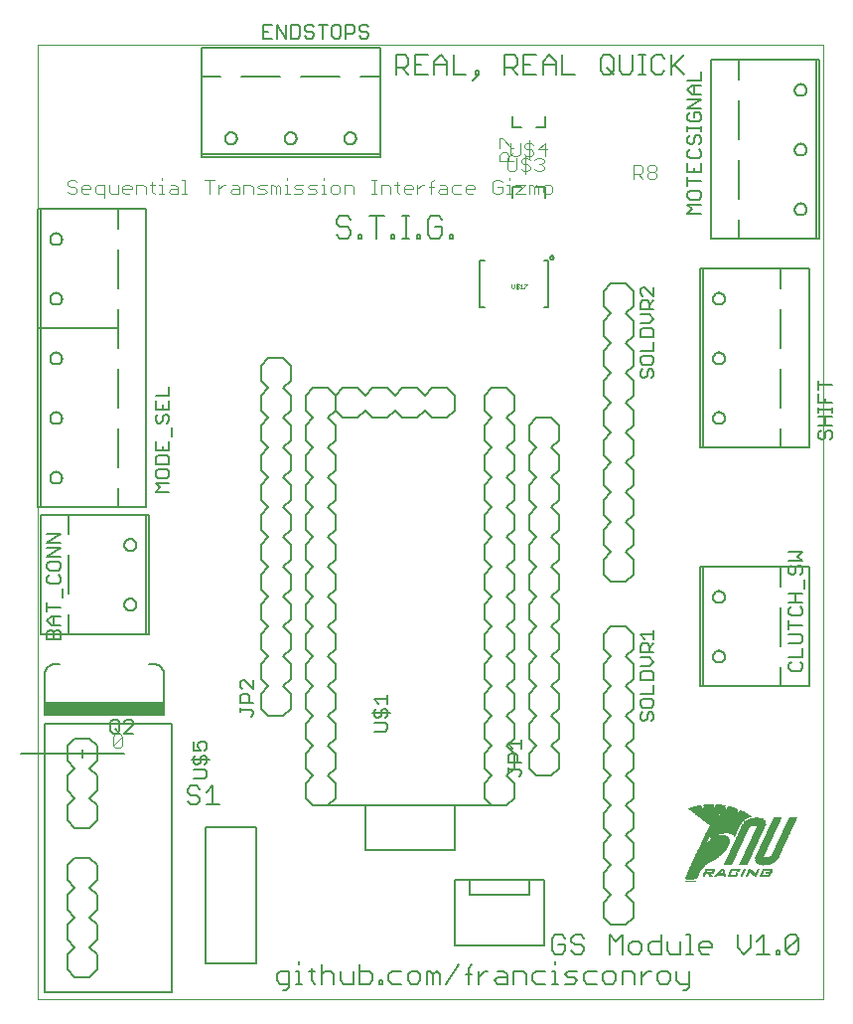
<source format=gto>
G75*
%MOIN*%
%OFA0B0*%
%FSLAX25Y25*%
%IPPOS*%
%LPD*%
%AMOC8*
5,1,8,0,0,1.08239X$1,22.5*
%
%ADD10C,0.00000*%
%ADD11C,0.00600*%
%ADD12C,0.00400*%
%ADD13C,0.00500*%
%ADD14C,0.00800*%
%ADD15R,0.40000X0.04000*%
%ADD16C,0.00700*%
%ADD17C,0.00100*%
%ADD18C,0.00512*%
%ADD19R,0.00800X0.00050*%
%ADD20R,0.01200X0.00050*%
%ADD21R,0.01550X0.00050*%
%ADD22R,0.01800X0.00050*%
%ADD23R,0.02050X0.00050*%
%ADD24R,0.02350X0.00050*%
%ADD25R,0.02600X0.00050*%
%ADD26R,0.02800X0.00050*%
%ADD27R,0.03050X0.00050*%
%ADD28R,0.03200X0.00050*%
%ADD29R,0.03450X0.00050*%
%ADD30R,0.03650X0.00050*%
%ADD31R,0.03800X0.00050*%
%ADD32R,0.02300X0.00050*%
%ADD33R,0.01500X0.00050*%
%ADD34R,0.02400X0.00050*%
%ADD35R,0.02450X0.00050*%
%ADD36R,0.01450X0.00050*%
%ADD37R,0.02500X0.00050*%
%ADD38R,0.01350X0.00050*%
%ADD39R,0.01300X0.00050*%
%ADD40R,0.00700X0.00050*%
%ADD41R,0.01050X0.00050*%
%ADD42R,0.00750X0.00050*%
%ADD43R,0.00850X0.00050*%
%ADD44R,0.00650X0.00050*%
%ADD45R,0.00550X0.00050*%
%ADD46R,0.02750X0.00050*%
%ADD47R,0.01250X0.00050*%
%ADD48R,0.02900X0.00050*%
%ADD49R,0.01000X0.00050*%
%ADD50R,0.03000X0.00050*%
%ADD51R,0.03250X0.00050*%
%ADD52R,0.03100X0.00050*%
%ADD53R,0.03300X0.00050*%
%ADD54R,0.01150X0.00050*%
%ADD55R,0.03150X0.00050*%
%ADD56R,0.00950X0.00050*%
%ADD57R,0.03400X0.00050*%
%ADD58R,0.01100X0.00050*%
%ADD59R,0.02650X0.00050*%
%ADD60R,0.02700X0.00050*%
%ADD61R,0.02850X0.00050*%
%ADD62R,0.02950X0.00050*%
%ADD63R,0.00900X0.00050*%
%ADD64R,0.01400X0.00050*%
%ADD65R,0.01600X0.00050*%
%ADD66R,0.04000X0.00050*%
%ADD67R,0.01700X0.00050*%
%ADD68R,0.04050X0.00050*%
%ADD69R,0.01750X0.00050*%
%ADD70R,0.00300X0.00050*%
%ADD71R,0.01850X0.00050*%
%ADD72R,0.00100X0.00050*%
%ADD73R,0.00500X0.00050*%
%ADD74R,0.01650X0.00050*%
%ADD75R,0.04100X0.00050*%
%ADD76R,0.00150X0.00050*%
%ADD77R,0.04150X0.00050*%
%ADD78R,0.03350X0.00050*%
%ADD79R,0.04200X0.00050*%
%ADD80R,0.00600X0.00050*%
%ADD81R,0.04250X0.00050*%
%ADD82R,0.04300X0.00050*%
%ADD83R,0.04350X0.00050*%
%ADD84R,0.04400X0.00050*%
%ADD85R,0.04450X0.00050*%
%ADD86R,0.04500X0.00050*%
%ADD87R,0.04550X0.00050*%
%ADD88R,0.04600X0.00050*%
%ADD89R,0.04650X0.00050*%
%ADD90R,0.04700X0.00050*%
%ADD91R,0.04750X0.00050*%
%ADD92R,0.04800X0.00050*%
%ADD93R,0.04850X0.00050*%
%ADD94R,0.04950X0.00050*%
%ADD95R,0.02550X0.00050*%
%ADD96R,0.05000X0.00050*%
%ADD97R,0.05100X0.00050*%
%ADD98R,0.03700X0.00050*%
%ADD99R,0.05150X0.00050*%
%ADD100R,0.05250X0.00050*%
%ADD101R,0.04900X0.00050*%
%ADD102R,0.05350X0.00050*%
%ADD103R,0.05050X0.00050*%
%ADD104R,0.05400X0.00050*%
%ADD105R,0.05300X0.00050*%
%ADD106R,0.05450X0.00050*%
%ADD107R,0.05500X0.00050*%
%ADD108R,0.05600X0.00050*%
%ADD109R,0.05700X0.00050*%
%ADD110R,0.05850X0.00050*%
%ADD111R,0.05650X0.00050*%
%ADD112R,0.06000X0.00050*%
%ADD113R,0.06100X0.00050*%
%ADD114R,0.05750X0.00050*%
%ADD115R,0.06200X0.00050*%
%ADD116R,0.06300X0.00050*%
%ADD117R,0.06450X0.00050*%
%ADD118R,0.05950X0.00050*%
%ADD119R,0.06500X0.00050*%
%ADD120R,0.06600X0.00050*%
%ADD121R,0.06650X0.00050*%
%ADD122R,0.06150X0.00050*%
%ADD123R,0.06800X0.00050*%
%ADD124R,0.06250X0.00050*%
%ADD125R,0.06850X0.00050*%
%ADD126R,0.06350X0.00050*%
%ADD127R,0.06950X0.00050*%
%ADD128R,0.06400X0.00050*%
%ADD129R,0.07000X0.00050*%
%ADD130R,0.07050X0.00050*%
%ADD131R,0.07100X0.00050*%
%ADD132R,0.07200X0.00050*%
%ADD133R,0.07250X0.00050*%
%ADD134R,0.06700X0.00050*%
%ADD135R,0.07300X0.00050*%
%ADD136R,0.06750X0.00050*%
%ADD137R,0.07350X0.00050*%
%ADD138R,0.07400X0.00050*%
%ADD139R,0.07450X0.00050*%
%ADD140R,0.07500X0.00050*%
%ADD141R,0.07550X0.00050*%
%ADD142R,0.07600X0.00050*%
%ADD143R,0.07650X0.00050*%
%ADD144R,0.07700X0.00050*%
%ADD145R,0.07750X0.00050*%
%ADD146R,0.07800X0.00050*%
%ADD147R,0.07850X0.00050*%
%ADD148R,0.07950X0.00050*%
%ADD149R,0.08000X0.00050*%
%ADD150R,0.08100X0.00050*%
%ADD151R,0.08150X0.00050*%
%ADD152R,0.08200X0.00050*%
%ADD153R,0.08250X0.00050*%
%ADD154R,0.08300X0.00050*%
%ADD155R,0.08350X0.00050*%
%ADD156R,0.08400X0.00050*%
%ADD157R,0.08450X0.00050*%
%ADD158R,0.08500X0.00050*%
%ADD159R,0.08600X0.00050*%
%ADD160R,0.08650X0.00050*%
%ADD161R,0.08700X0.00050*%
%ADD162R,0.08750X0.00050*%
%ADD163R,0.08800X0.00050*%
%ADD164R,0.08850X0.00050*%
%ADD165R,0.08900X0.00050*%
%ADD166R,0.08950X0.00050*%
%ADD167R,0.09000X0.00050*%
%ADD168R,0.09050X0.00050*%
%ADD169R,0.09100X0.00050*%
%ADD170R,0.09150X0.00050*%
%ADD171R,0.09200X0.00050*%
%ADD172R,0.09250X0.00050*%
%ADD173R,0.09300X0.00050*%
%ADD174R,0.09350X0.00050*%
%ADD175R,0.09400X0.00050*%
%ADD176R,0.09450X0.00050*%
%ADD177R,0.09500X0.00050*%
%ADD178R,0.07150X0.00050*%
%ADD179R,0.06900X0.00050*%
%ADD180R,0.06050X0.00050*%
%ADD181R,0.05800X0.00050*%
%ADD182R,0.05550X0.00050*%
%ADD183R,0.00250X0.00050*%
%ADD184R,0.00350X0.00050*%
%ADD185R,0.00400X0.00050*%
%ADD186R,0.03900X0.00050*%
%ADD187R,0.03950X0.00050*%
%ADD188R,0.02250X0.00050*%
%ADD189R,0.10200X0.00050*%
%ADD190R,0.10150X0.00050*%
%ADD191R,0.03600X0.00050*%
%ADD192R,0.10300X0.00050*%
%ADD193R,0.10450X0.00050*%
%ADD194R,0.10500X0.00050*%
%ADD195R,0.10600X0.00050*%
%ADD196R,0.10650X0.00050*%
%ADD197R,0.10800X0.00050*%
%ADD198R,0.10900X0.00050*%
%ADD199R,0.10950X0.00050*%
%ADD200R,0.11050X0.00050*%
%ADD201R,0.11200X0.00050*%
%ADD202R,0.11250X0.00050*%
%ADD203R,0.11350X0.00050*%
%ADD204R,0.11500X0.00050*%
%ADD205R,0.11550X0.00050*%
%ADD206R,0.11650X0.00050*%
%ADD207R,0.11750X0.00050*%
%ADD208R,0.11900X0.00050*%
%ADD209R,0.07900X0.00050*%
%ADD210R,0.06550X0.00050*%
%ADD211R,0.08050X0.00050*%
%ADD212R,0.05900X0.00050*%
%ADD213R,0.05200X0.00050*%
%ADD214R,0.08550X0.00050*%
%ADD215R,0.09600X0.00050*%
%ADD216R,0.09750X0.00050*%
%ADD217R,0.09900X0.00050*%
%ADD218R,0.00450X0.00050*%
%ADD219R,0.09850X0.00050*%
%ADD220R,0.00200X0.00050*%
%ADD221R,0.09700X0.00050*%
%ADD222R,0.09650X0.00050*%
%ADD223R,0.09550X0.00050*%
%ADD224R,0.14200X0.00050*%
%ADD225R,0.14250X0.00050*%
%ADD226R,0.14300X0.00050*%
%ADD227R,0.14400X0.00050*%
%ADD228R,0.14450X0.00050*%
%ADD229R,0.14500X0.00050*%
%ADD230R,0.14550X0.00050*%
%ADD231R,0.14650X0.00050*%
%ADD232R,0.02100X0.00050*%
%ADD233R,0.14700X0.00050*%
%ADD234R,0.01950X0.00050*%
%ADD235R,0.14800X0.00050*%
%ADD236R,0.14850X0.00050*%
%ADD237R,0.14950X0.00050*%
%ADD238R,0.15000X0.00050*%
%ADD239R,0.15050X0.00050*%
%ADD240R,0.15150X0.00050*%
%ADD241R,0.15200X0.00050*%
%ADD242R,0.15250X0.00050*%
%ADD243R,0.15300X0.00050*%
%ADD244R,0.15400X0.00050*%
%ADD245R,0.15450X0.00050*%
%ADD246R,0.15500X0.00050*%
%ADD247R,0.15600X0.00050*%
%ADD248R,0.15650X0.00050*%
%ADD249R,0.03750X0.00050*%
%ADD250R,0.11950X0.00050*%
%ADD251R,0.12050X0.00050*%
%ADD252R,0.12100X0.00050*%
%ADD253R,0.03550X0.00050*%
%ADD254R,0.02150X0.00050*%
%ADD255R,0.02000X0.00050*%
%ADD256R,0.03500X0.00050*%
%ADD257R,0.02200X0.00050*%
%ADD258R,0.00050X0.00050*%
D10*
X0073539Y0005833D02*
X0073539Y0325833D01*
X0337240Y0325833D01*
X0337240Y0005833D01*
X0073539Y0005833D01*
X0291039Y0045583D02*
X0291106Y0045683D01*
X0291131Y0045683D02*
X0291131Y0045600D01*
X0291148Y0045583D01*
X0291181Y0045583D01*
X0291198Y0045600D01*
X0291198Y0045683D01*
X0291240Y0045650D02*
X0291290Y0045650D01*
X0291315Y0045633D02*
X0291332Y0045650D01*
X0291365Y0045650D01*
X0291382Y0045633D01*
X0291382Y0045617D01*
X0291315Y0045617D01*
X0291315Y0045633D02*
X0291315Y0045600D01*
X0291332Y0045583D01*
X0291365Y0045583D01*
X0291407Y0045583D02*
X0291407Y0045650D01*
X0291407Y0045617D02*
X0291441Y0045650D01*
X0291458Y0045650D01*
X0291484Y0045633D02*
X0291501Y0045650D01*
X0291551Y0045650D01*
X0291534Y0045617D02*
X0291501Y0045617D01*
X0291484Y0045633D01*
X0291484Y0045583D02*
X0291534Y0045583D01*
X0291551Y0045600D01*
X0291534Y0045617D01*
X0291576Y0045583D02*
X0291643Y0045683D01*
X0291685Y0045667D02*
X0291702Y0045683D01*
X0291685Y0045667D02*
X0291685Y0045583D01*
X0291730Y0045583D02*
X0291730Y0045650D01*
X0291702Y0045633D02*
X0291668Y0045633D01*
X0291730Y0045617D02*
X0291763Y0045650D01*
X0291780Y0045650D01*
X0291823Y0045650D02*
X0291857Y0045650D01*
X0291873Y0045633D01*
X0291873Y0045583D01*
X0291823Y0045583D01*
X0291806Y0045600D01*
X0291823Y0045617D01*
X0291873Y0045617D01*
X0291899Y0045650D02*
X0291949Y0045650D01*
X0291965Y0045633D01*
X0291965Y0045583D01*
X0291991Y0045583D02*
X0291991Y0045683D01*
X0292041Y0045650D02*
X0291991Y0045617D01*
X0292041Y0045583D01*
X0292067Y0045583D02*
X0292134Y0045683D01*
X0292159Y0045683D02*
X0292209Y0045683D01*
X0292226Y0045667D01*
X0292226Y0045600D01*
X0292209Y0045583D01*
X0292159Y0045583D01*
X0292159Y0045683D01*
X0292252Y0045633D02*
X0292268Y0045650D01*
X0292302Y0045650D01*
X0292318Y0045633D01*
X0292318Y0045617D01*
X0292252Y0045617D01*
X0292252Y0045633D02*
X0292252Y0045600D01*
X0292268Y0045583D01*
X0292302Y0045583D01*
X0292344Y0045583D02*
X0292394Y0045583D01*
X0292410Y0045600D01*
X0292394Y0045617D01*
X0292360Y0045617D01*
X0292344Y0045633D01*
X0292360Y0045650D01*
X0292410Y0045650D01*
X0292436Y0045617D02*
X0292486Y0045650D01*
X0292512Y0045650D02*
X0292546Y0045650D01*
X0292529Y0045667D02*
X0292529Y0045600D01*
X0292546Y0045583D01*
X0292574Y0045600D02*
X0292590Y0045583D01*
X0292624Y0045583D01*
X0292640Y0045600D01*
X0292640Y0045633D01*
X0292624Y0045650D01*
X0292590Y0045650D01*
X0292574Y0045633D01*
X0292574Y0045600D01*
X0292486Y0045583D02*
X0292436Y0045617D01*
X0292436Y0045583D02*
X0292436Y0045683D01*
X0292666Y0045650D02*
X0292716Y0045650D01*
X0292733Y0045633D01*
X0292733Y0045600D01*
X0292716Y0045583D01*
X0292666Y0045583D01*
X0292666Y0045550D02*
X0292666Y0045650D01*
X0292758Y0045583D02*
X0292825Y0045683D01*
X0292850Y0045650D02*
X0292900Y0045650D01*
X0292917Y0045633D01*
X0292917Y0045583D01*
X0292942Y0045600D02*
X0292959Y0045583D01*
X0293009Y0045583D01*
X0293009Y0045650D01*
X0293034Y0045650D02*
X0293034Y0045583D01*
X0293034Y0045617D02*
X0293067Y0045650D01*
X0293084Y0045650D01*
X0293128Y0045650D02*
X0293161Y0045650D01*
X0293178Y0045633D01*
X0293178Y0045583D01*
X0293128Y0045583D01*
X0293111Y0045600D01*
X0293128Y0045617D01*
X0293178Y0045617D01*
X0293203Y0045633D02*
X0293203Y0045600D01*
X0293220Y0045583D01*
X0293270Y0045583D01*
X0293295Y0045583D02*
X0293328Y0045583D01*
X0293312Y0045583D02*
X0293312Y0045650D01*
X0293295Y0045650D01*
X0293270Y0045650D02*
X0293220Y0045650D01*
X0293203Y0045633D01*
X0293312Y0045683D02*
X0293312Y0045700D01*
X0293356Y0045650D02*
X0293406Y0045650D01*
X0293423Y0045633D01*
X0293423Y0045583D01*
X0293448Y0045600D02*
X0293465Y0045583D01*
X0293515Y0045583D01*
X0293515Y0045567D02*
X0293515Y0045650D01*
X0293465Y0045650D01*
X0293448Y0045633D01*
X0293448Y0045600D01*
X0293482Y0045550D02*
X0293499Y0045550D01*
X0293515Y0045567D01*
X0293541Y0045583D02*
X0293574Y0045583D01*
X0293557Y0045583D02*
X0293557Y0045683D01*
X0293541Y0045683D01*
X0293602Y0045633D02*
X0293602Y0045600D01*
X0293619Y0045583D01*
X0293652Y0045583D01*
X0293669Y0045600D01*
X0293669Y0045633D01*
X0293652Y0045650D01*
X0293619Y0045650D01*
X0293602Y0045633D01*
X0293694Y0045633D02*
X0293694Y0045600D01*
X0293711Y0045583D01*
X0293761Y0045583D01*
X0293761Y0045567D02*
X0293761Y0045650D01*
X0293711Y0045650D01*
X0293694Y0045633D01*
X0293727Y0045550D02*
X0293744Y0045550D01*
X0293761Y0045567D01*
X0293786Y0045600D02*
X0293803Y0045583D01*
X0293836Y0045583D01*
X0293853Y0045600D01*
X0293853Y0045633D01*
X0293836Y0045650D01*
X0293803Y0045650D01*
X0293786Y0045633D01*
X0293786Y0045600D01*
X0293878Y0045600D02*
X0293895Y0045583D01*
X0293928Y0045583D01*
X0293945Y0045600D01*
X0293945Y0045617D01*
X0293928Y0045633D01*
X0293912Y0045633D01*
X0293928Y0045633D02*
X0293945Y0045650D01*
X0293945Y0045667D01*
X0293928Y0045683D01*
X0293895Y0045683D01*
X0293878Y0045667D01*
X0293970Y0045600D02*
X0293987Y0045600D01*
X0293987Y0045583D01*
X0293970Y0045583D01*
X0293970Y0045600D01*
X0294016Y0045583D02*
X0294066Y0045583D01*
X0294083Y0045600D01*
X0294083Y0045633D01*
X0294066Y0045650D01*
X0294016Y0045650D01*
X0294016Y0045683D02*
X0294016Y0045583D01*
X0294108Y0045583D02*
X0294108Y0045650D01*
X0294125Y0045650D01*
X0294142Y0045633D01*
X0294158Y0045650D01*
X0294175Y0045633D01*
X0294175Y0045583D01*
X0294200Y0045583D02*
X0294250Y0045583D01*
X0294267Y0045600D01*
X0294267Y0045633D01*
X0294250Y0045650D01*
X0294200Y0045650D01*
X0294200Y0045550D01*
X0294142Y0045583D02*
X0294142Y0045633D01*
X0293356Y0045650D02*
X0293356Y0045583D01*
X0292942Y0045600D02*
X0292942Y0045650D01*
X0292850Y0045650D02*
X0292850Y0045583D01*
X0291899Y0045583D02*
X0291899Y0045650D01*
X0291290Y0045600D02*
X0291273Y0045617D01*
X0291240Y0045617D01*
X0291223Y0045633D01*
X0291240Y0045650D01*
X0291223Y0045583D02*
X0291273Y0045583D01*
X0291290Y0045600D01*
D11*
X0291458Y0027539D02*
X0292525Y0027539D01*
X0292525Y0021133D01*
X0291458Y0021133D02*
X0293593Y0021133D01*
X0295755Y0022201D02*
X0295755Y0024336D01*
X0296822Y0025404D01*
X0298957Y0025404D01*
X0300025Y0024336D01*
X0300025Y0023268D01*
X0295755Y0023268D01*
X0295755Y0022201D02*
X0296822Y0021133D01*
X0298957Y0021133D01*
X0292391Y0015404D02*
X0292391Y0010066D01*
X0291323Y0008998D01*
X0290256Y0008998D01*
X0289188Y0011133D02*
X0288120Y0012201D01*
X0288120Y0015404D01*
X0285945Y0014336D02*
X0284878Y0015404D01*
X0282742Y0015404D01*
X0281675Y0014336D01*
X0281675Y0012201D01*
X0282742Y0011133D01*
X0284878Y0011133D01*
X0285945Y0012201D01*
X0285945Y0014336D01*
X0289188Y0011133D02*
X0292391Y0011133D01*
X0289282Y0021133D02*
X0286080Y0021133D01*
X0285012Y0022201D01*
X0285012Y0025404D01*
X0282837Y0025404D02*
X0279634Y0025404D01*
X0278567Y0024336D01*
X0278567Y0022201D01*
X0279634Y0021133D01*
X0282837Y0021133D01*
X0282837Y0027539D01*
X0289282Y0025404D02*
X0289282Y0021133D01*
X0279506Y0015404D02*
X0278439Y0015404D01*
X0276304Y0013268D01*
X0276304Y0011133D02*
X0276304Y0015404D01*
X0274128Y0014336D02*
X0274128Y0011133D01*
X0274128Y0014336D02*
X0273061Y0015404D01*
X0269858Y0015404D01*
X0269858Y0011133D01*
X0267683Y0012201D02*
X0267683Y0014336D01*
X0266615Y0015404D01*
X0264480Y0015404D01*
X0263413Y0014336D01*
X0263413Y0012201D01*
X0264480Y0011133D01*
X0266615Y0011133D01*
X0267683Y0012201D01*
X0261237Y0011133D02*
X0258035Y0011133D01*
X0256967Y0012201D01*
X0256967Y0014336D01*
X0258035Y0015404D01*
X0261237Y0015404D01*
X0254792Y0015404D02*
X0251589Y0015404D01*
X0250522Y0014336D01*
X0251589Y0013268D01*
X0253724Y0013268D01*
X0254792Y0012201D01*
X0253724Y0011133D01*
X0250522Y0011133D01*
X0248360Y0011133D02*
X0246225Y0011133D01*
X0247292Y0011133D02*
X0247292Y0015404D01*
X0246225Y0015404D01*
X0244049Y0015404D02*
X0240847Y0015404D01*
X0239779Y0014336D01*
X0239779Y0012201D01*
X0240847Y0011133D01*
X0244049Y0011133D01*
X0237604Y0011133D02*
X0237604Y0014336D01*
X0236536Y0015404D01*
X0233334Y0015404D01*
X0233334Y0011133D01*
X0231158Y0011133D02*
X0227956Y0011133D01*
X0226888Y0012201D01*
X0227956Y0013268D01*
X0231158Y0013268D01*
X0231158Y0014336D02*
X0231158Y0011133D01*
X0231158Y0014336D02*
X0230091Y0015404D01*
X0227956Y0015404D01*
X0224720Y0015404D02*
X0223652Y0015404D01*
X0221517Y0013268D01*
X0221517Y0011133D02*
X0221517Y0015404D01*
X0219355Y0014336D02*
X0217220Y0014336D01*
X0218287Y0016471D02*
X0219355Y0017539D01*
X0218287Y0016471D02*
X0218287Y0011133D01*
X0215045Y0017539D02*
X0210774Y0011133D01*
X0208599Y0011133D02*
X0208599Y0014336D01*
X0207532Y0015404D01*
X0206464Y0014336D01*
X0206464Y0011133D01*
X0204329Y0011133D02*
X0204329Y0015404D01*
X0205396Y0015404D01*
X0206464Y0014336D01*
X0202154Y0014336D02*
X0202154Y0012201D01*
X0201086Y0011133D01*
X0198951Y0011133D01*
X0197883Y0012201D01*
X0197883Y0014336D01*
X0198951Y0015404D01*
X0201086Y0015404D01*
X0202154Y0014336D01*
X0195708Y0015404D02*
X0192505Y0015404D01*
X0191438Y0014336D01*
X0191438Y0012201D01*
X0192505Y0011133D01*
X0195708Y0011133D01*
X0189283Y0011133D02*
X0188215Y0011133D01*
X0188215Y0012201D01*
X0189283Y0012201D01*
X0189283Y0011133D01*
X0186040Y0012201D02*
X0186040Y0014336D01*
X0184972Y0015404D01*
X0181770Y0015404D01*
X0181770Y0017539D02*
X0181770Y0011133D01*
X0184972Y0011133D01*
X0186040Y0012201D01*
X0179594Y0011133D02*
X0179594Y0015404D01*
X0175324Y0015404D02*
X0175324Y0012201D01*
X0176392Y0011133D01*
X0179594Y0011133D01*
X0173149Y0011133D02*
X0173149Y0014336D01*
X0172081Y0015404D01*
X0169946Y0015404D01*
X0168879Y0014336D01*
X0166717Y0015404D02*
X0164582Y0015404D01*
X0165649Y0016471D02*
X0165649Y0012201D01*
X0166717Y0011133D01*
X0168879Y0011133D02*
X0168879Y0017539D01*
X0162420Y0011133D02*
X0160285Y0011133D01*
X0161352Y0011133D02*
X0161352Y0015404D01*
X0160285Y0015404D01*
X0158109Y0015404D02*
X0154907Y0015404D01*
X0153839Y0014336D01*
X0153839Y0012201D01*
X0154907Y0011133D01*
X0158109Y0011133D01*
X0158109Y0010066D02*
X0157042Y0008998D01*
X0155974Y0008998D01*
X0158109Y0010066D02*
X0158109Y0015404D01*
X0161352Y0017539D02*
X0161352Y0018606D01*
X0246339Y0022201D02*
X0247407Y0021133D01*
X0249542Y0021133D01*
X0250609Y0022201D01*
X0250609Y0024336D01*
X0248474Y0024336D01*
X0246339Y0026471D02*
X0246339Y0022201D01*
X0247292Y0018606D02*
X0247292Y0017539D01*
X0252785Y0022201D02*
X0253852Y0021133D01*
X0255987Y0021133D01*
X0257055Y0022201D01*
X0257055Y0023268D01*
X0255987Y0024336D01*
X0253852Y0024336D01*
X0252785Y0025404D01*
X0252785Y0026471D01*
X0253852Y0027539D01*
X0255987Y0027539D01*
X0257055Y0026471D01*
X0250609Y0026471D02*
X0249542Y0027539D01*
X0247407Y0027539D01*
X0246339Y0026471D01*
X0265676Y0027539D02*
X0265676Y0021133D01*
X0269946Y0021133D02*
X0269946Y0027539D01*
X0267811Y0025404D01*
X0265676Y0027539D01*
X0272121Y0024336D02*
X0272121Y0022201D01*
X0273189Y0021133D01*
X0275324Y0021133D01*
X0276391Y0022201D01*
X0276391Y0024336D01*
X0275324Y0025404D01*
X0273189Y0025404D01*
X0272121Y0024336D01*
X0308646Y0023268D02*
X0310781Y0021133D01*
X0312916Y0023268D01*
X0312916Y0027539D01*
X0315091Y0025404D02*
X0317226Y0027539D01*
X0317226Y0021133D01*
X0315091Y0021133D02*
X0319361Y0021133D01*
X0321537Y0021133D02*
X0322604Y0021133D01*
X0322604Y0022201D01*
X0321537Y0022201D01*
X0321537Y0021133D01*
X0324759Y0022201D02*
X0324759Y0026471D01*
X0325827Y0027539D01*
X0327962Y0027539D01*
X0329030Y0026471D01*
X0324759Y0022201D01*
X0325827Y0021133D01*
X0327962Y0021133D01*
X0329030Y0022201D01*
X0329030Y0026471D01*
X0308646Y0027539D02*
X0308646Y0023268D01*
X0297039Y0110833D02*
X0296039Y0110833D01*
X0296039Y0150833D01*
X0297039Y0150833D01*
X0323039Y0150833D01*
X0323039Y0144333D01*
X0323039Y0150833D02*
X0332539Y0150833D01*
X0332539Y0110833D01*
X0323039Y0110833D01*
X0323039Y0117333D01*
X0323039Y0110833D02*
X0297039Y0110833D01*
X0297039Y0150833D01*
X0300339Y0140833D02*
X0300341Y0140922D01*
X0300347Y0141011D01*
X0300357Y0141100D01*
X0300371Y0141188D01*
X0300388Y0141275D01*
X0300410Y0141361D01*
X0300436Y0141447D01*
X0300465Y0141531D01*
X0300498Y0141614D01*
X0300534Y0141695D01*
X0300575Y0141775D01*
X0300618Y0141852D01*
X0300665Y0141928D01*
X0300716Y0142001D01*
X0300769Y0142072D01*
X0300826Y0142141D01*
X0300886Y0142207D01*
X0300949Y0142271D01*
X0301014Y0142331D01*
X0301082Y0142389D01*
X0301153Y0142443D01*
X0301226Y0142494D01*
X0301301Y0142542D01*
X0301378Y0142587D01*
X0301457Y0142628D01*
X0301538Y0142665D01*
X0301620Y0142699D01*
X0301704Y0142730D01*
X0301789Y0142756D01*
X0301875Y0142779D01*
X0301962Y0142797D01*
X0302050Y0142812D01*
X0302139Y0142823D01*
X0302228Y0142830D01*
X0302317Y0142833D01*
X0302406Y0142832D01*
X0302495Y0142827D01*
X0302583Y0142818D01*
X0302672Y0142805D01*
X0302759Y0142788D01*
X0302846Y0142768D01*
X0302932Y0142743D01*
X0303016Y0142715D01*
X0303099Y0142683D01*
X0303181Y0142647D01*
X0303261Y0142608D01*
X0303339Y0142565D01*
X0303415Y0142519D01*
X0303489Y0142469D01*
X0303561Y0142416D01*
X0303630Y0142360D01*
X0303697Y0142301D01*
X0303761Y0142239D01*
X0303822Y0142175D01*
X0303881Y0142107D01*
X0303936Y0142037D01*
X0303988Y0141965D01*
X0304037Y0141890D01*
X0304082Y0141814D01*
X0304124Y0141735D01*
X0304162Y0141655D01*
X0304197Y0141573D01*
X0304228Y0141489D01*
X0304256Y0141404D01*
X0304279Y0141318D01*
X0304299Y0141231D01*
X0304315Y0141144D01*
X0304327Y0141055D01*
X0304335Y0140967D01*
X0304339Y0140878D01*
X0304339Y0140788D01*
X0304335Y0140699D01*
X0304327Y0140611D01*
X0304315Y0140522D01*
X0304299Y0140435D01*
X0304279Y0140348D01*
X0304256Y0140262D01*
X0304228Y0140177D01*
X0304197Y0140093D01*
X0304162Y0140011D01*
X0304124Y0139931D01*
X0304082Y0139852D01*
X0304037Y0139776D01*
X0303988Y0139701D01*
X0303936Y0139629D01*
X0303881Y0139559D01*
X0303822Y0139491D01*
X0303761Y0139427D01*
X0303697Y0139365D01*
X0303630Y0139306D01*
X0303561Y0139250D01*
X0303489Y0139197D01*
X0303415Y0139147D01*
X0303339Y0139101D01*
X0303261Y0139058D01*
X0303181Y0139019D01*
X0303099Y0138983D01*
X0303016Y0138951D01*
X0302932Y0138923D01*
X0302846Y0138898D01*
X0302759Y0138878D01*
X0302672Y0138861D01*
X0302583Y0138848D01*
X0302495Y0138839D01*
X0302406Y0138834D01*
X0302317Y0138833D01*
X0302228Y0138836D01*
X0302139Y0138843D01*
X0302050Y0138854D01*
X0301962Y0138869D01*
X0301875Y0138887D01*
X0301789Y0138910D01*
X0301704Y0138936D01*
X0301620Y0138967D01*
X0301538Y0139001D01*
X0301457Y0139038D01*
X0301378Y0139079D01*
X0301301Y0139124D01*
X0301226Y0139172D01*
X0301153Y0139223D01*
X0301082Y0139277D01*
X0301014Y0139335D01*
X0300949Y0139395D01*
X0300886Y0139459D01*
X0300826Y0139525D01*
X0300769Y0139594D01*
X0300716Y0139665D01*
X0300665Y0139738D01*
X0300618Y0139814D01*
X0300575Y0139891D01*
X0300534Y0139971D01*
X0300498Y0140052D01*
X0300465Y0140135D01*
X0300436Y0140219D01*
X0300410Y0140305D01*
X0300388Y0140391D01*
X0300371Y0140478D01*
X0300357Y0140566D01*
X0300347Y0140655D01*
X0300341Y0140744D01*
X0300339Y0140833D01*
X0300339Y0120833D02*
X0300341Y0120922D01*
X0300347Y0121011D01*
X0300357Y0121100D01*
X0300371Y0121188D01*
X0300388Y0121275D01*
X0300410Y0121361D01*
X0300436Y0121447D01*
X0300465Y0121531D01*
X0300498Y0121614D01*
X0300534Y0121695D01*
X0300575Y0121775D01*
X0300618Y0121852D01*
X0300665Y0121928D01*
X0300716Y0122001D01*
X0300769Y0122072D01*
X0300826Y0122141D01*
X0300886Y0122207D01*
X0300949Y0122271D01*
X0301014Y0122331D01*
X0301082Y0122389D01*
X0301153Y0122443D01*
X0301226Y0122494D01*
X0301301Y0122542D01*
X0301378Y0122587D01*
X0301457Y0122628D01*
X0301538Y0122665D01*
X0301620Y0122699D01*
X0301704Y0122730D01*
X0301789Y0122756D01*
X0301875Y0122779D01*
X0301962Y0122797D01*
X0302050Y0122812D01*
X0302139Y0122823D01*
X0302228Y0122830D01*
X0302317Y0122833D01*
X0302406Y0122832D01*
X0302495Y0122827D01*
X0302583Y0122818D01*
X0302672Y0122805D01*
X0302759Y0122788D01*
X0302846Y0122768D01*
X0302932Y0122743D01*
X0303016Y0122715D01*
X0303099Y0122683D01*
X0303181Y0122647D01*
X0303261Y0122608D01*
X0303339Y0122565D01*
X0303415Y0122519D01*
X0303489Y0122469D01*
X0303561Y0122416D01*
X0303630Y0122360D01*
X0303697Y0122301D01*
X0303761Y0122239D01*
X0303822Y0122175D01*
X0303881Y0122107D01*
X0303936Y0122037D01*
X0303988Y0121965D01*
X0304037Y0121890D01*
X0304082Y0121814D01*
X0304124Y0121735D01*
X0304162Y0121655D01*
X0304197Y0121573D01*
X0304228Y0121489D01*
X0304256Y0121404D01*
X0304279Y0121318D01*
X0304299Y0121231D01*
X0304315Y0121144D01*
X0304327Y0121055D01*
X0304335Y0120967D01*
X0304339Y0120878D01*
X0304339Y0120788D01*
X0304335Y0120699D01*
X0304327Y0120611D01*
X0304315Y0120522D01*
X0304299Y0120435D01*
X0304279Y0120348D01*
X0304256Y0120262D01*
X0304228Y0120177D01*
X0304197Y0120093D01*
X0304162Y0120011D01*
X0304124Y0119931D01*
X0304082Y0119852D01*
X0304037Y0119776D01*
X0303988Y0119701D01*
X0303936Y0119629D01*
X0303881Y0119559D01*
X0303822Y0119491D01*
X0303761Y0119427D01*
X0303697Y0119365D01*
X0303630Y0119306D01*
X0303561Y0119250D01*
X0303489Y0119197D01*
X0303415Y0119147D01*
X0303339Y0119101D01*
X0303261Y0119058D01*
X0303181Y0119019D01*
X0303099Y0118983D01*
X0303016Y0118951D01*
X0302932Y0118923D01*
X0302846Y0118898D01*
X0302759Y0118878D01*
X0302672Y0118861D01*
X0302583Y0118848D01*
X0302495Y0118839D01*
X0302406Y0118834D01*
X0302317Y0118833D01*
X0302228Y0118836D01*
X0302139Y0118843D01*
X0302050Y0118854D01*
X0301962Y0118869D01*
X0301875Y0118887D01*
X0301789Y0118910D01*
X0301704Y0118936D01*
X0301620Y0118967D01*
X0301538Y0119001D01*
X0301457Y0119038D01*
X0301378Y0119079D01*
X0301301Y0119124D01*
X0301226Y0119172D01*
X0301153Y0119223D01*
X0301082Y0119277D01*
X0301014Y0119335D01*
X0300949Y0119395D01*
X0300886Y0119459D01*
X0300826Y0119525D01*
X0300769Y0119594D01*
X0300716Y0119665D01*
X0300665Y0119738D01*
X0300618Y0119814D01*
X0300575Y0119891D01*
X0300534Y0119971D01*
X0300498Y0120052D01*
X0300465Y0120135D01*
X0300436Y0120219D01*
X0300410Y0120305D01*
X0300388Y0120391D01*
X0300371Y0120478D01*
X0300357Y0120566D01*
X0300347Y0120655D01*
X0300341Y0120744D01*
X0300339Y0120833D01*
X0323039Y0124333D02*
X0323039Y0137333D01*
X0323039Y0190833D02*
X0297039Y0190833D01*
X0296039Y0190833D01*
X0296039Y0250833D01*
X0297039Y0250833D01*
X0297039Y0190833D01*
X0300339Y0200833D02*
X0300341Y0200922D01*
X0300347Y0201011D01*
X0300357Y0201100D01*
X0300371Y0201188D01*
X0300388Y0201275D01*
X0300410Y0201361D01*
X0300436Y0201447D01*
X0300465Y0201531D01*
X0300498Y0201614D01*
X0300534Y0201695D01*
X0300575Y0201775D01*
X0300618Y0201852D01*
X0300665Y0201928D01*
X0300716Y0202001D01*
X0300769Y0202072D01*
X0300826Y0202141D01*
X0300886Y0202207D01*
X0300949Y0202271D01*
X0301014Y0202331D01*
X0301082Y0202389D01*
X0301153Y0202443D01*
X0301226Y0202494D01*
X0301301Y0202542D01*
X0301378Y0202587D01*
X0301457Y0202628D01*
X0301538Y0202665D01*
X0301620Y0202699D01*
X0301704Y0202730D01*
X0301789Y0202756D01*
X0301875Y0202779D01*
X0301962Y0202797D01*
X0302050Y0202812D01*
X0302139Y0202823D01*
X0302228Y0202830D01*
X0302317Y0202833D01*
X0302406Y0202832D01*
X0302495Y0202827D01*
X0302583Y0202818D01*
X0302672Y0202805D01*
X0302759Y0202788D01*
X0302846Y0202768D01*
X0302932Y0202743D01*
X0303016Y0202715D01*
X0303099Y0202683D01*
X0303181Y0202647D01*
X0303261Y0202608D01*
X0303339Y0202565D01*
X0303415Y0202519D01*
X0303489Y0202469D01*
X0303561Y0202416D01*
X0303630Y0202360D01*
X0303697Y0202301D01*
X0303761Y0202239D01*
X0303822Y0202175D01*
X0303881Y0202107D01*
X0303936Y0202037D01*
X0303988Y0201965D01*
X0304037Y0201890D01*
X0304082Y0201814D01*
X0304124Y0201735D01*
X0304162Y0201655D01*
X0304197Y0201573D01*
X0304228Y0201489D01*
X0304256Y0201404D01*
X0304279Y0201318D01*
X0304299Y0201231D01*
X0304315Y0201144D01*
X0304327Y0201055D01*
X0304335Y0200967D01*
X0304339Y0200878D01*
X0304339Y0200788D01*
X0304335Y0200699D01*
X0304327Y0200611D01*
X0304315Y0200522D01*
X0304299Y0200435D01*
X0304279Y0200348D01*
X0304256Y0200262D01*
X0304228Y0200177D01*
X0304197Y0200093D01*
X0304162Y0200011D01*
X0304124Y0199931D01*
X0304082Y0199852D01*
X0304037Y0199776D01*
X0303988Y0199701D01*
X0303936Y0199629D01*
X0303881Y0199559D01*
X0303822Y0199491D01*
X0303761Y0199427D01*
X0303697Y0199365D01*
X0303630Y0199306D01*
X0303561Y0199250D01*
X0303489Y0199197D01*
X0303415Y0199147D01*
X0303339Y0199101D01*
X0303261Y0199058D01*
X0303181Y0199019D01*
X0303099Y0198983D01*
X0303016Y0198951D01*
X0302932Y0198923D01*
X0302846Y0198898D01*
X0302759Y0198878D01*
X0302672Y0198861D01*
X0302583Y0198848D01*
X0302495Y0198839D01*
X0302406Y0198834D01*
X0302317Y0198833D01*
X0302228Y0198836D01*
X0302139Y0198843D01*
X0302050Y0198854D01*
X0301962Y0198869D01*
X0301875Y0198887D01*
X0301789Y0198910D01*
X0301704Y0198936D01*
X0301620Y0198967D01*
X0301538Y0199001D01*
X0301457Y0199038D01*
X0301378Y0199079D01*
X0301301Y0199124D01*
X0301226Y0199172D01*
X0301153Y0199223D01*
X0301082Y0199277D01*
X0301014Y0199335D01*
X0300949Y0199395D01*
X0300886Y0199459D01*
X0300826Y0199525D01*
X0300769Y0199594D01*
X0300716Y0199665D01*
X0300665Y0199738D01*
X0300618Y0199814D01*
X0300575Y0199891D01*
X0300534Y0199971D01*
X0300498Y0200052D01*
X0300465Y0200135D01*
X0300436Y0200219D01*
X0300410Y0200305D01*
X0300388Y0200391D01*
X0300371Y0200478D01*
X0300357Y0200566D01*
X0300347Y0200655D01*
X0300341Y0200744D01*
X0300339Y0200833D01*
X0300339Y0220833D02*
X0300341Y0220922D01*
X0300347Y0221011D01*
X0300357Y0221100D01*
X0300371Y0221188D01*
X0300388Y0221275D01*
X0300410Y0221361D01*
X0300436Y0221447D01*
X0300465Y0221531D01*
X0300498Y0221614D01*
X0300534Y0221695D01*
X0300575Y0221775D01*
X0300618Y0221852D01*
X0300665Y0221928D01*
X0300716Y0222001D01*
X0300769Y0222072D01*
X0300826Y0222141D01*
X0300886Y0222207D01*
X0300949Y0222271D01*
X0301014Y0222331D01*
X0301082Y0222389D01*
X0301153Y0222443D01*
X0301226Y0222494D01*
X0301301Y0222542D01*
X0301378Y0222587D01*
X0301457Y0222628D01*
X0301538Y0222665D01*
X0301620Y0222699D01*
X0301704Y0222730D01*
X0301789Y0222756D01*
X0301875Y0222779D01*
X0301962Y0222797D01*
X0302050Y0222812D01*
X0302139Y0222823D01*
X0302228Y0222830D01*
X0302317Y0222833D01*
X0302406Y0222832D01*
X0302495Y0222827D01*
X0302583Y0222818D01*
X0302672Y0222805D01*
X0302759Y0222788D01*
X0302846Y0222768D01*
X0302932Y0222743D01*
X0303016Y0222715D01*
X0303099Y0222683D01*
X0303181Y0222647D01*
X0303261Y0222608D01*
X0303339Y0222565D01*
X0303415Y0222519D01*
X0303489Y0222469D01*
X0303561Y0222416D01*
X0303630Y0222360D01*
X0303697Y0222301D01*
X0303761Y0222239D01*
X0303822Y0222175D01*
X0303881Y0222107D01*
X0303936Y0222037D01*
X0303988Y0221965D01*
X0304037Y0221890D01*
X0304082Y0221814D01*
X0304124Y0221735D01*
X0304162Y0221655D01*
X0304197Y0221573D01*
X0304228Y0221489D01*
X0304256Y0221404D01*
X0304279Y0221318D01*
X0304299Y0221231D01*
X0304315Y0221144D01*
X0304327Y0221055D01*
X0304335Y0220967D01*
X0304339Y0220878D01*
X0304339Y0220788D01*
X0304335Y0220699D01*
X0304327Y0220611D01*
X0304315Y0220522D01*
X0304299Y0220435D01*
X0304279Y0220348D01*
X0304256Y0220262D01*
X0304228Y0220177D01*
X0304197Y0220093D01*
X0304162Y0220011D01*
X0304124Y0219931D01*
X0304082Y0219852D01*
X0304037Y0219776D01*
X0303988Y0219701D01*
X0303936Y0219629D01*
X0303881Y0219559D01*
X0303822Y0219491D01*
X0303761Y0219427D01*
X0303697Y0219365D01*
X0303630Y0219306D01*
X0303561Y0219250D01*
X0303489Y0219197D01*
X0303415Y0219147D01*
X0303339Y0219101D01*
X0303261Y0219058D01*
X0303181Y0219019D01*
X0303099Y0218983D01*
X0303016Y0218951D01*
X0302932Y0218923D01*
X0302846Y0218898D01*
X0302759Y0218878D01*
X0302672Y0218861D01*
X0302583Y0218848D01*
X0302495Y0218839D01*
X0302406Y0218834D01*
X0302317Y0218833D01*
X0302228Y0218836D01*
X0302139Y0218843D01*
X0302050Y0218854D01*
X0301962Y0218869D01*
X0301875Y0218887D01*
X0301789Y0218910D01*
X0301704Y0218936D01*
X0301620Y0218967D01*
X0301538Y0219001D01*
X0301457Y0219038D01*
X0301378Y0219079D01*
X0301301Y0219124D01*
X0301226Y0219172D01*
X0301153Y0219223D01*
X0301082Y0219277D01*
X0301014Y0219335D01*
X0300949Y0219395D01*
X0300886Y0219459D01*
X0300826Y0219525D01*
X0300769Y0219594D01*
X0300716Y0219665D01*
X0300665Y0219738D01*
X0300618Y0219814D01*
X0300575Y0219891D01*
X0300534Y0219971D01*
X0300498Y0220052D01*
X0300465Y0220135D01*
X0300436Y0220219D01*
X0300410Y0220305D01*
X0300388Y0220391D01*
X0300371Y0220478D01*
X0300357Y0220566D01*
X0300347Y0220655D01*
X0300341Y0220744D01*
X0300339Y0220833D01*
X0300339Y0240833D02*
X0300341Y0240922D01*
X0300347Y0241011D01*
X0300357Y0241100D01*
X0300371Y0241188D01*
X0300388Y0241275D01*
X0300410Y0241361D01*
X0300436Y0241447D01*
X0300465Y0241531D01*
X0300498Y0241614D01*
X0300534Y0241695D01*
X0300575Y0241775D01*
X0300618Y0241852D01*
X0300665Y0241928D01*
X0300716Y0242001D01*
X0300769Y0242072D01*
X0300826Y0242141D01*
X0300886Y0242207D01*
X0300949Y0242271D01*
X0301014Y0242331D01*
X0301082Y0242389D01*
X0301153Y0242443D01*
X0301226Y0242494D01*
X0301301Y0242542D01*
X0301378Y0242587D01*
X0301457Y0242628D01*
X0301538Y0242665D01*
X0301620Y0242699D01*
X0301704Y0242730D01*
X0301789Y0242756D01*
X0301875Y0242779D01*
X0301962Y0242797D01*
X0302050Y0242812D01*
X0302139Y0242823D01*
X0302228Y0242830D01*
X0302317Y0242833D01*
X0302406Y0242832D01*
X0302495Y0242827D01*
X0302583Y0242818D01*
X0302672Y0242805D01*
X0302759Y0242788D01*
X0302846Y0242768D01*
X0302932Y0242743D01*
X0303016Y0242715D01*
X0303099Y0242683D01*
X0303181Y0242647D01*
X0303261Y0242608D01*
X0303339Y0242565D01*
X0303415Y0242519D01*
X0303489Y0242469D01*
X0303561Y0242416D01*
X0303630Y0242360D01*
X0303697Y0242301D01*
X0303761Y0242239D01*
X0303822Y0242175D01*
X0303881Y0242107D01*
X0303936Y0242037D01*
X0303988Y0241965D01*
X0304037Y0241890D01*
X0304082Y0241814D01*
X0304124Y0241735D01*
X0304162Y0241655D01*
X0304197Y0241573D01*
X0304228Y0241489D01*
X0304256Y0241404D01*
X0304279Y0241318D01*
X0304299Y0241231D01*
X0304315Y0241144D01*
X0304327Y0241055D01*
X0304335Y0240967D01*
X0304339Y0240878D01*
X0304339Y0240788D01*
X0304335Y0240699D01*
X0304327Y0240611D01*
X0304315Y0240522D01*
X0304299Y0240435D01*
X0304279Y0240348D01*
X0304256Y0240262D01*
X0304228Y0240177D01*
X0304197Y0240093D01*
X0304162Y0240011D01*
X0304124Y0239931D01*
X0304082Y0239852D01*
X0304037Y0239776D01*
X0303988Y0239701D01*
X0303936Y0239629D01*
X0303881Y0239559D01*
X0303822Y0239491D01*
X0303761Y0239427D01*
X0303697Y0239365D01*
X0303630Y0239306D01*
X0303561Y0239250D01*
X0303489Y0239197D01*
X0303415Y0239147D01*
X0303339Y0239101D01*
X0303261Y0239058D01*
X0303181Y0239019D01*
X0303099Y0238983D01*
X0303016Y0238951D01*
X0302932Y0238923D01*
X0302846Y0238898D01*
X0302759Y0238878D01*
X0302672Y0238861D01*
X0302583Y0238848D01*
X0302495Y0238839D01*
X0302406Y0238834D01*
X0302317Y0238833D01*
X0302228Y0238836D01*
X0302139Y0238843D01*
X0302050Y0238854D01*
X0301962Y0238869D01*
X0301875Y0238887D01*
X0301789Y0238910D01*
X0301704Y0238936D01*
X0301620Y0238967D01*
X0301538Y0239001D01*
X0301457Y0239038D01*
X0301378Y0239079D01*
X0301301Y0239124D01*
X0301226Y0239172D01*
X0301153Y0239223D01*
X0301082Y0239277D01*
X0301014Y0239335D01*
X0300949Y0239395D01*
X0300886Y0239459D01*
X0300826Y0239525D01*
X0300769Y0239594D01*
X0300716Y0239665D01*
X0300665Y0239738D01*
X0300618Y0239814D01*
X0300575Y0239891D01*
X0300534Y0239971D01*
X0300498Y0240052D01*
X0300465Y0240135D01*
X0300436Y0240219D01*
X0300410Y0240305D01*
X0300388Y0240391D01*
X0300371Y0240478D01*
X0300357Y0240566D01*
X0300347Y0240655D01*
X0300341Y0240744D01*
X0300339Y0240833D01*
X0297039Y0250833D02*
X0323039Y0250833D01*
X0332539Y0250833D01*
X0332539Y0190833D01*
X0323039Y0190833D01*
X0323039Y0197333D01*
X0323039Y0204333D02*
X0323039Y0217333D01*
X0323039Y0224333D02*
X0323039Y0237333D01*
X0323039Y0244333D02*
X0323039Y0250833D01*
X0335039Y0260833D02*
X0336039Y0260833D01*
X0336039Y0320833D01*
X0335039Y0320833D01*
X0309039Y0320833D01*
X0309039Y0314333D01*
X0309039Y0320833D02*
X0299539Y0320833D01*
X0299539Y0260833D01*
X0309039Y0260833D01*
X0309039Y0267333D01*
X0309039Y0260833D02*
X0335039Y0260833D01*
X0335039Y0320833D01*
X0327739Y0310833D02*
X0327741Y0310922D01*
X0327747Y0311011D01*
X0327757Y0311100D01*
X0327771Y0311188D01*
X0327788Y0311275D01*
X0327810Y0311361D01*
X0327836Y0311447D01*
X0327865Y0311531D01*
X0327898Y0311614D01*
X0327934Y0311695D01*
X0327975Y0311775D01*
X0328018Y0311852D01*
X0328065Y0311928D01*
X0328116Y0312001D01*
X0328169Y0312072D01*
X0328226Y0312141D01*
X0328286Y0312207D01*
X0328349Y0312271D01*
X0328414Y0312331D01*
X0328482Y0312389D01*
X0328553Y0312443D01*
X0328626Y0312494D01*
X0328701Y0312542D01*
X0328778Y0312587D01*
X0328857Y0312628D01*
X0328938Y0312665D01*
X0329020Y0312699D01*
X0329104Y0312730D01*
X0329189Y0312756D01*
X0329275Y0312779D01*
X0329362Y0312797D01*
X0329450Y0312812D01*
X0329539Y0312823D01*
X0329628Y0312830D01*
X0329717Y0312833D01*
X0329806Y0312832D01*
X0329895Y0312827D01*
X0329983Y0312818D01*
X0330072Y0312805D01*
X0330159Y0312788D01*
X0330246Y0312768D01*
X0330332Y0312743D01*
X0330416Y0312715D01*
X0330499Y0312683D01*
X0330581Y0312647D01*
X0330661Y0312608D01*
X0330739Y0312565D01*
X0330815Y0312519D01*
X0330889Y0312469D01*
X0330961Y0312416D01*
X0331030Y0312360D01*
X0331097Y0312301D01*
X0331161Y0312239D01*
X0331222Y0312175D01*
X0331281Y0312107D01*
X0331336Y0312037D01*
X0331388Y0311965D01*
X0331437Y0311890D01*
X0331482Y0311814D01*
X0331524Y0311735D01*
X0331562Y0311655D01*
X0331597Y0311573D01*
X0331628Y0311489D01*
X0331656Y0311404D01*
X0331679Y0311318D01*
X0331699Y0311231D01*
X0331715Y0311144D01*
X0331727Y0311055D01*
X0331735Y0310967D01*
X0331739Y0310878D01*
X0331739Y0310788D01*
X0331735Y0310699D01*
X0331727Y0310611D01*
X0331715Y0310522D01*
X0331699Y0310435D01*
X0331679Y0310348D01*
X0331656Y0310262D01*
X0331628Y0310177D01*
X0331597Y0310093D01*
X0331562Y0310011D01*
X0331524Y0309931D01*
X0331482Y0309852D01*
X0331437Y0309776D01*
X0331388Y0309701D01*
X0331336Y0309629D01*
X0331281Y0309559D01*
X0331222Y0309491D01*
X0331161Y0309427D01*
X0331097Y0309365D01*
X0331030Y0309306D01*
X0330961Y0309250D01*
X0330889Y0309197D01*
X0330815Y0309147D01*
X0330739Y0309101D01*
X0330661Y0309058D01*
X0330581Y0309019D01*
X0330499Y0308983D01*
X0330416Y0308951D01*
X0330332Y0308923D01*
X0330246Y0308898D01*
X0330159Y0308878D01*
X0330072Y0308861D01*
X0329983Y0308848D01*
X0329895Y0308839D01*
X0329806Y0308834D01*
X0329717Y0308833D01*
X0329628Y0308836D01*
X0329539Y0308843D01*
X0329450Y0308854D01*
X0329362Y0308869D01*
X0329275Y0308887D01*
X0329189Y0308910D01*
X0329104Y0308936D01*
X0329020Y0308967D01*
X0328938Y0309001D01*
X0328857Y0309038D01*
X0328778Y0309079D01*
X0328701Y0309124D01*
X0328626Y0309172D01*
X0328553Y0309223D01*
X0328482Y0309277D01*
X0328414Y0309335D01*
X0328349Y0309395D01*
X0328286Y0309459D01*
X0328226Y0309525D01*
X0328169Y0309594D01*
X0328116Y0309665D01*
X0328065Y0309738D01*
X0328018Y0309814D01*
X0327975Y0309891D01*
X0327934Y0309971D01*
X0327898Y0310052D01*
X0327865Y0310135D01*
X0327836Y0310219D01*
X0327810Y0310305D01*
X0327788Y0310391D01*
X0327771Y0310478D01*
X0327757Y0310566D01*
X0327747Y0310655D01*
X0327741Y0310744D01*
X0327739Y0310833D01*
X0309039Y0307333D02*
X0309039Y0294333D01*
X0309039Y0287333D02*
X0309039Y0274333D01*
X0327739Y0270833D02*
X0327741Y0270922D01*
X0327747Y0271011D01*
X0327757Y0271100D01*
X0327771Y0271188D01*
X0327788Y0271275D01*
X0327810Y0271361D01*
X0327836Y0271447D01*
X0327865Y0271531D01*
X0327898Y0271614D01*
X0327934Y0271695D01*
X0327975Y0271775D01*
X0328018Y0271852D01*
X0328065Y0271928D01*
X0328116Y0272001D01*
X0328169Y0272072D01*
X0328226Y0272141D01*
X0328286Y0272207D01*
X0328349Y0272271D01*
X0328414Y0272331D01*
X0328482Y0272389D01*
X0328553Y0272443D01*
X0328626Y0272494D01*
X0328701Y0272542D01*
X0328778Y0272587D01*
X0328857Y0272628D01*
X0328938Y0272665D01*
X0329020Y0272699D01*
X0329104Y0272730D01*
X0329189Y0272756D01*
X0329275Y0272779D01*
X0329362Y0272797D01*
X0329450Y0272812D01*
X0329539Y0272823D01*
X0329628Y0272830D01*
X0329717Y0272833D01*
X0329806Y0272832D01*
X0329895Y0272827D01*
X0329983Y0272818D01*
X0330072Y0272805D01*
X0330159Y0272788D01*
X0330246Y0272768D01*
X0330332Y0272743D01*
X0330416Y0272715D01*
X0330499Y0272683D01*
X0330581Y0272647D01*
X0330661Y0272608D01*
X0330739Y0272565D01*
X0330815Y0272519D01*
X0330889Y0272469D01*
X0330961Y0272416D01*
X0331030Y0272360D01*
X0331097Y0272301D01*
X0331161Y0272239D01*
X0331222Y0272175D01*
X0331281Y0272107D01*
X0331336Y0272037D01*
X0331388Y0271965D01*
X0331437Y0271890D01*
X0331482Y0271814D01*
X0331524Y0271735D01*
X0331562Y0271655D01*
X0331597Y0271573D01*
X0331628Y0271489D01*
X0331656Y0271404D01*
X0331679Y0271318D01*
X0331699Y0271231D01*
X0331715Y0271144D01*
X0331727Y0271055D01*
X0331735Y0270967D01*
X0331739Y0270878D01*
X0331739Y0270788D01*
X0331735Y0270699D01*
X0331727Y0270611D01*
X0331715Y0270522D01*
X0331699Y0270435D01*
X0331679Y0270348D01*
X0331656Y0270262D01*
X0331628Y0270177D01*
X0331597Y0270093D01*
X0331562Y0270011D01*
X0331524Y0269931D01*
X0331482Y0269852D01*
X0331437Y0269776D01*
X0331388Y0269701D01*
X0331336Y0269629D01*
X0331281Y0269559D01*
X0331222Y0269491D01*
X0331161Y0269427D01*
X0331097Y0269365D01*
X0331030Y0269306D01*
X0330961Y0269250D01*
X0330889Y0269197D01*
X0330815Y0269147D01*
X0330739Y0269101D01*
X0330661Y0269058D01*
X0330581Y0269019D01*
X0330499Y0268983D01*
X0330416Y0268951D01*
X0330332Y0268923D01*
X0330246Y0268898D01*
X0330159Y0268878D01*
X0330072Y0268861D01*
X0329983Y0268848D01*
X0329895Y0268839D01*
X0329806Y0268834D01*
X0329717Y0268833D01*
X0329628Y0268836D01*
X0329539Y0268843D01*
X0329450Y0268854D01*
X0329362Y0268869D01*
X0329275Y0268887D01*
X0329189Y0268910D01*
X0329104Y0268936D01*
X0329020Y0268967D01*
X0328938Y0269001D01*
X0328857Y0269038D01*
X0328778Y0269079D01*
X0328701Y0269124D01*
X0328626Y0269172D01*
X0328553Y0269223D01*
X0328482Y0269277D01*
X0328414Y0269335D01*
X0328349Y0269395D01*
X0328286Y0269459D01*
X0328226Y0269525D01*
X0328169Y0269594D01*
X0328116Y0269665D01*
X0328065Y0269738D01*
X0328018Y0269814D01*
X0327975Y0269891D01*
X0327934Y0269971D01*
X0327898Y0270052D01*
X0327865Y0270135D01*
X0327836Y0270219D01*
X0327810Y0270305D01*
X0327788Y0270391D01*
X0327771Y0270478D01*
X0327757Y0270566D01*
X0327747Y0270655D01*
X0327741Y0270744D01*
X0327739Y0270833D01*
X0327739Y0290833D02*
X0327741Y0290922D01*
X0327747Y0291011D01*
X0327757Y0291100D01*
X0327771Y0291188D01*
X0327788Y0291275D01*
X0327810Y0291361D01*
X0327836Y0291447D01*
X0327865Y0291531D01*
X0327898Y0291614D01*
X0327934Y0291695D01*
X0327975Y0291775D01*
X0328018Y0291852D01*
X0328065Y0291928D01*
X0328116Y0292001D01*
X0328169Y0292072D01*
X0328226Y0292141D01*
X0328286Y0292207D01*
X0328349Y0292271D01*
X0328414Y0292331D01*
X0328482Y0292389D01*
X0328553Y0292443D01*
X0328626Y0292494D01*
X0328701Y0292542D01*
X0328778Y0292587D01*
X0328857Y0292628D01*
X0328938Y0292665D01*
X0329020Y0292699D01*
X0329104Y0292730D01*
X0329189Y0292756D01*
X0329275Y0292779D01*
X0329362Y0292797D01*
X0329450Y0292812D01*
X0329539Y0292823D01*
X0329628Y0292830D01*
X0329717Y0292833D01*
X0329806Y0292832D01*
X0329895Y0292827D01*
X0329983Y0292818D01*
X0330072Y0292805D01*
X0330159Y0292788D01*
X0330246Y0292768D01*
X0330332Y0292743D01*
X0330416Y0292715D01*
X0330499Y0292683D01*
X0330581Y0292647D01*
X0330661Y0292608D01*
X0330739Y0292565D01*
X0330815Y0292519D01*
X0330889Y0292469D01*
X0330961Y0292416D01*
X0331030Y0292360D01*
X0331097Y0292301D01*
X0331161Y0292239D01*
X0331222Y0292175D01*
X0331281Y0292107D01*
X0331336Y0292037D01*
X0331388Y0291965D01*
X0331437Y0291890D01*
X0331482Y0291814D01*
X0331524Y0291735D01*
X0331562Y0291655D01*
X0331597Y0291573D01*
X0331628Y0291489D01*
X0331656Y0291404D01*
X0331679Y0291318D01*
X0331699Y0291231D01*
X0331715Y0291144D01*
X0331727Y0291055D01*
X0331735Y0290967D01*
X0331739Y0290878D01*
X0331739Y0290788D01*
X0331735Y0290699D01*
X0331727Y0290611D01*
X0331715Y0290522D01*
X0331699Y0290435D01*
X0331679Y0290348D01*
X0331656Y0290262D01*
X0331628Y0290177D01*
X0331597Y0290093D01*
X0331562Y0290011D01*
X0331524Y0289931D01*
X0331482Y0289852D01*
X0331437Y0289776D01*
X0331388Y0289701D01*
X0331336Y0289629D01*
X0331281Y0289559D01*
X0331222Y0289491D01*
X0331161Y0289427D01*
X0331097Y0289365D01*
X0331030Y0289306D01*
X0330961Y0289250D01*
X0330889Y0289197D01*
X0330815Y0289147D01*
X0330739Y0289101D01*
X0330661Y0289058D01*
X0330581Y0289019D01*
X0330499Y0288983D01*
X0330416Y0288951D01*
X0330332Y0288923D01*
X0330246Y0288898D01*
X0330159Y0288878D01*
X0330072Y0288861D01*
X0329983Y0288848D01*
X0329895Y0288839D01*
X0329806Y0288834D01*
X0329717Y0288833D01*
X0329628Y0288836D01*
X0329539Y0288843D01*
X0329450Y0288854D01*
X0329362Y0288869D01*
X0329275Y0288887D01*
X0329189Y0288910D01*
X0329104Y0288936D01*
X0329020Y0288967D01*
X0328938Y0289001D01*
X0328857Y0289038D01*
X0328778Y0289079D01*
X0328701Y0289124D01*
X0328626Y0289172D01*
X0328553Y0289223D01*
X0328482Y0289277D01*
X0328414Y0289335D01*
X0328349Y0289395D01*
X0328286Y0289459D01*
X0328226Y0289525D01*
X0328169Y0289594D01*
X0328116Y0289665D01*
X0328065Y0289738D01*
X0328018Y0289814D01*
X0327975Y0289891D01*
X0327934Y0289971D01*
X0327898Y0290052D01*
X0327865Y0290135D01*
X0327836Y0290219D01*
X0327810Y0290305D01*
X0327788Y0290391D01*
X0327771Y0290478D01*
X0327757Y0290566D01*
X0327747Y0290655D01*
X0327741Y0290744D01*
X0327739Y0290833D01*
X0290495Y0316133D02*
X0287292Y0319336D01*
X0286225Y0318268D02*
X0290495Y0322539D01*
X0286225Y0322539D02*
X0286225Y0316133D01*
X0284049Y0317201D02*
X0282982Y0316133D01*
X0280847Y0316133D01*
X0279779Y0317201D01*
X0279779Y0321471D01*
X0280847Y0322539D01*
X0282982Y0322539D01*
X0284049Y0321471D01*
X0277617Y0322539D02*
X0275482Y0322539D01*
X0276550Y0322539D02*
X0276550Y0316133D01*
X0277617Y0316133D02*
X0275482Y0316133D01*
X0273307Y0317201D02*
X0273307Y0322539D01*
X0269037Y0322539D02*
X0269037Y0317201D01*
X0270104Y0316133D01*
X0272239Y0316133D01*
X0273307Y0317201D01*
X0266861Y0317201D02*
X0265794Y0316133D01*
X0263659Y0316133D01*
X0262591Y0317201D01*
X0262591Y0321471D01*
X0263659Y0322539D01*
X0265794Y0322539D01*
X0266861Y0321471D01*
X0266861Y0317201D01*
X0266861Y0316133D02*
X0264726Y0318268D01*
X0253970Y0316133D02*
X0249700Y0316133D01*
X0249700Y0322539D01*
X0247525Y0320404D02*
X0247525Y0316133D01*
X0247525Y0319336D02*
X0243255Y0319336D01*
X0243255Y0320404D02*
X0245390Y0322539D01*
X0247525Y0320404D01*
X0243255Y0320404D02*
X0243255Y0316133D01*
X0241079Y0316133D02*
X0236809Y0316133D01*
X0236809Y0322539D01*
X0241079Y0322539D01*
X0238944Y0319336D02*
X0236809Y0319336D01*
X0234634Y0319336D02*
X0233566Y0318268D01*
X0230364Y0318268D01*
X0230364Y0316133D02*
X0230364Y0322539D01*
X0233566Y0322539D01*
X0234634Y0321471D01*
X0234634Y0319336D01*
X0232499Y0318268D02*
X0234634Y0316133D01*
X0221756Y0316133D02*
X0220689Y0316133D01*
X0220689Y0317201D01*
X0221756Y0317201D01*
X0221756Y0316133D01*
X0219621Y0313998D01*
X0217446Y0316133D02*
X0213176Y0316133D01*
X0213176Y0322539D01*
X0211000Y0320404D02*
X0211000Y0316133D01*
X0211000Y0319336D02*
X0206730Y0319336D01*
X0206730Y0320404D02*
X0208865Y0322539D01*
X0211000Y0320404D01*
X0206730Y0320404D02*
X0206730Y0316133D01*
X0204555Y0316133D02*
X0200285Y0316133D01*
X0200285Y0322539D01*
X0204555Y0322539D01*
X0202420Y0319336D02*
X0200285Y0319336D01*
X0198109Y0319336D02*
X0197042Y0318268D01*
X0193839Y0318268D01*
X0193839Y0316133D02*
X0193839Y0322539D01*
X0197042Y0322539D01*
X0198109Y0321471D01*
X0198109Y0319336D01*
X0195974Y0318268D02*
X0198109Y0316133D01*
X0188539Y0315333D02*
X0188539Y0289333D01*
X0188539Y0288333D01*
X0128539Y0288333D01*
X0128539Y0289333D01*
X0188539Y0289333D01*
X0176539Y0294633D02*
X0176541Y0294722D01*
X0176547Y0294811D01*
X0176557Y0294900D01*
X0176571Y0294988D01*
X0176588Y0295075D01*
X0176610Y0295161D01*
X0176636Y0295247D01*
X0176665Y0295331D01*
X0176698Y0295414D01*
X0176734Y0295495D01*
X0176775Y0295575D01*
X0176818Y0295652D01*
X0176865Y0295728D01*
X0176916Y0295801D01*
X0176969Y0295872D01*
X0177026Y0295941D01*
X0177086Y0296007D01*
X0177149Y0296071D01*
X0177214Y0296131D01*
X0177282Y0296189D01*
X0177353Y0296243D01*
X0177426Y0296294D01*
X0177501Y0296342D01*
X0177578Y0296387D01*
X0177657Y0296428D01*
X0177738Y0296465D01*
X0177820Y0296499D01*
X0177904Y0296530D01*
X0177989Y0296556D01*
X0178075Y0296579D01*
X0178162Y0296597D01*
X0178250Y0296612D01*
X0178339Y0296623D01*
X0178428Y0296630D01*
X0178517Y0296633D01*
X0178606Y0296632D01*
X0178695Y0296627D01*
X0178783Y0296618D01*
X0178872Y0296605D01*
X0178959Y0296588D01*
X0179046Y0296568D01*
X0179132Y0296543D01*
X0179216Y0296515D01*
X0179299Y0296483D01*
X0179381Y0296447D01*
X0179461Y0296408D01*
X0179539Y0296365D01*
X0179615Y0296319D01*
X0179689Y0296269D01*
X0179761Y0296216D01*
X0179830Y0296160D01*
X0179897Y0296101D01*
X0179961Y0296039D01*
X0180022Y0295975D01*
X0180081Y0295907D01*
X0180136Y0295837D01*
X0180188Y0295765D01*
X0180237Y0295690D01*
X0180282Y0295614D01*
X0180324Y0295535D01*
X0180362Y0295455D01*
X0180397Y0295373D01*
X0180428Y0295289D01*
X0180456Y0295204D01*
X0180479Y0295118D01*
X0180499Y0295031D01*
X0180515Y0294944D01*
X0180527Y0294855D01*
X0180535Y0294767D01*
X0180539Y0294678D01*
X0180539Y0294588D01*
X0180535Y0294499D01*
X0180527Y0294411D01*
X0180515Y0294322D01*
X0180499Y0294235D01*
X0180479Y0294148D01*
X0180456Y0294062D01*
X0180428Y0293977D01*
X0180397Y0293893D01*
X0180362Y0293811D01*
X0180324Y0293731D01*
X0180282Y0293652D01*
X0180237Y0293576D01*
X0180188Y0293501D01*
X0180136Y0293429D01*
X0180081Y0293359D01*
X0180022Y0293291D01*
X0179961Y0293227D01*
X0179897Y0293165D01*
X0179830Y0293106D01*
X0179761Y0293050D01*
X0179689Y0292997D01*
X0179615Y0292947D01*
X0179539Y0292901D01*
X0179461Y0292858D01*
X0179381Y0292819D01*
X0179299Y0292783D01*
X0179216Y0292751D01*
X0179132Y0292723D01*
X0179046Y0292698D01*
X0178959Y0292678D01*
X0178872Y0292661D01*
X0178783Y0292648D01*
X0178695Y0292639D01*
X0178606Y0292634D01*
X0178517Y0292633D01*
X0178428Y0292636D01*
X0178339Y0292643D01*
X0178250Y0292654D01*
X0178162Y0292669D01*
X0178075Y0292687D01*
X0177989Y0292710D01*
X0177904Y0292736D01*
X0177820Y0292767D01*
X0177738Y0292801D01*
X0177657Y0292838D01*
X0177578Y0292879D01*
X0177501Y0292924D01*
X0177426Y0292972D01*
X0177353Y0293023D01*
X0177282Y0293077D01*
X0177214Y0293135D01*
X0177149Y0293195D01*
X0177086Y0293259D01*
X0177026Y0293325D01*
X0176969Y0293394D01*
X0176916Y0293465D01*
X0176865Y0293538D01*
X0176818Y0293614D01*
X0176775Y0293691D01*
X0176734Y0293771D01*
X0176698Y0293852D01*
X0176665Y0293935D01*
X0176636Y0294019D01*
X0176610Y0294105D01*
X0176588Y0294191D01*
X0176571Y0294278D01*
X0176557Y0294366D01*
X0176547Y0294455D01*
X0176541Y0294544D01*
X0176539Y0294633D01*
X0156539Y0294633D02*
X0156541Y0294722D01*
X0156547Y0294811D01*
X0156557Y0294900D01*
X0156571Y0294988D01*
X0156588Y0295075D01*
X0156610Y0295161D01*
X0156636Y0295247D01*
X0156665Y0295331D01*
X0156698Y0295414D01*
X0156734Y0295495D01*
X0156775Y0295575D01*
X0156818Y0295652D01*
X0156865Y0295728D01*
X0156916Y0295801D01*
X0156969Y0295872D01*
X0157026Y0295941D01*
X0157086Y0296007D01*
X0157149Y0296071D01*
X0157214Y0296131D01*
X0157282Y0296189D01*
X0157353Y0296243D01*
X0157426Y0296294D01*
X0157501Y0296342D01*
X0157578Y0296387D01*
X0157657Y0296428D01*
X0157738Y0296465D01*
X0157820Y0296499D01*
X0157904Y0296530D01*
X0157989Y0296556D01*
X0158075Y0296579D01*
X0158162Y0296597D01*
X0158250Y0296612D01*
X0158339Y0296623D01*
X0158428Y0296630D01*
X0158517Y0296633D01*
X0158606Y0296632D01*
X0158695Y0296627D01*
X0158783Y0296618D01*
X0158872Y0296605D01*
X0158959Y0296588D01*
X0159046Y0296568D01*
X0159132Y0296543D01*
X0159216Y0296515D01*
X0159299Y0296483D01*
X0159381Y0296447D01*
X0159461Y0296408D01*
X0159539Y0296365D01*
X0159615Y0296319D01*
X0159689Y0296269D01*
X0159761Y0296216D01*
X0159830Y0296160D01*
X0159897Y0296101D01*
X0159961Y0296039D01*
X0160022Y0295975D01*
X0160081Y0295907D01*
X0160136Y0295837D01*
X0160188Y0295765D01*
X0160237Y0295690D01*
X0160282Y0295614D01*
X0160324Y0295535D01*
X0160362Y0295455D01*
X0160397Y0295373D01*
X0160428Y0295289D01*
X0160456Y0295204D01*
X0160479Y0295118D01*
X0160499Y0295031D01*
X0160515Y0294944D01*
X0160527Y0294855D01*
X0160535Y0294767D01*
X0160539Y0294678D01*
X0160539Y0294588D01*
X0160535Y0294499D01*
X0160527Y0294411D01*
X0160515Y0294322D01*
X0160499Y0294235D01*
X0160479Y0294148D01*
X0160456Y0294062D01*
X0160428Y0293977D01*
X0160397Y0293893D01*
X0160362Y0293811D01*
X0160324Y0293731D01*
X0160282Y0293652D01*
X0160237Y0293576D01*
X0160188Y0293501D01*
X0160136Y0293429D01*
X0160081Y0293359D01*
X0160022Y0293291D01*
X0159961Y0293227D01*
X0159897Y0293165D01*
X0159830Y0293106D01*
X0159761Y0293050D01*
X0159689Y0292997D01*
X0159615Y0292947D01*
X0159539Y0292901D01*
X0159461Y0292858D01*
X0159381Y0292819D01*
X0159299Y0292783D01*
X0159216Y0292751D01*
X0159132Y0292723D01*
X0159046Y0292698D01*
X0158959Y0292678D01*
X0158872Y0292661D01*
X0158783Y0292648D01*
X0158695Y0292639D01*
X0158606Y0292634D01*
X0158517Y0292633D01*
X0158428Y0292636D01*
X0158339Y0292643D01*
X0158250Y0292654D01*
X0158162Y0292669D01*
X0158075Y0292687D01*
X0157989Y0292710D01*
X0157904Y0292736D01*
X0157820Y0292767D01*
X0157738Y0292801D01*
X0157657Y0292838D01*
X0157578Y0292879D01*
X0157501Y0292924D01*
X0157426Y0292972D01*
X0157353Y0293023D01*
X0157282Y0293077D01*
X0157214Y0293135D01*
X0157149Y0293195D01*
X0157086Y0293259D01*
X0157026Y0293325D01*
X0156969Y0293394D01*
X0156916Y0293465D01*
X0156865Y0293538D01*
X0156818Y0293614D01*
X0156775Y0293691D01*
X0156734Y0293771D01*
X0156698Y0293852D01*
X0156665Y0293935D01*
X0156636Y0294019D01*
X0156610Y0294105D01*
X0156588Y0294191D01*
X0156571Y0294278D01*
X0156557Y0294366D01*
X0156547Y0294455D01*
X0156541Y0294544D01*
X0156539Y0294633D01*
X0136539Y0294633D02*
X0136541Y0294722D01*
X0136547Y0294811D01*
X0136557Y0294900D01*
X0136571Y0294988D01*
X0136588Y0295075D01*
X0136610Y0295161D01*
X0136636Y0295247D01*
X0136665Y0295331D01*
X0136698Y0295414D01*
X0136734Y0295495D01*
X0136775Y0295575D01*
X0136818Y0295652D01*
X0136865Y0295728D01*
X0136916Y0295801D01*
X0136969Y0295872D01*
X0137026Y0295941D01*
X0137086Y0296007D01*
X0137149Y0296071D01*
X0137214Y0296131D01*
X0137282Y0296189D01*
X0137353Y0296243D01*
X0137426Y0296294D01*
X0137501Y0296342D01*
X0137578Y0296387D01*
X0137657Y0296428D01*
X0137738Y0296465D01*
X0137820Y0296499D01*
X0137904Y0296530D01*
X0137989Y0296556D01*
X0138075Y0296579D01*
X0138162Y0296597D01*
X0138250Y0296612D01*
X0138339Y0296623D01*
X0138428Y0296630D01*
X0138517Y0296633D01*
X0138606Y0296632D01*
X0138695Y0296627D01*
X0138783Y0296618D01*
X0138872Y0296605D01*
X0138959Y0296588D01*
X0139046Y0296568D01*
X0139132Y0296543D01*
X0139216Y0296515D01*
X0139299Y0296483D01*
X0139381Y0296447D01*
X0139461Y0296408D01*
X0139539Y0296365D01*
X0139615Y0296319D01*
X0139689Y0296269D01*
X0139761Y0296216D01*
X0139830Y0296160D01*
X0139897Y0296101D01*
X0139961Y0296039D01*
X0140022Y0295975D01*
X0140081Y0295907D01*
X0140136Y0295837D01*
X0140188Y0295765D01*
X0140237Y0295690D01*
X0140282Y0295614D01*
X0140324Y0295535D01*
X0140362Y0295455D01*
X0140397Y0295373D01*
X0140428Y0295289D01*
X0140456Y0295204D01*
X0140479Y0295118D01*
X0140499Y0295031D01*
X0140515Y0294944D01*
X0140527Y0294855D01*
X0140535Y0294767D01*
X0140539Y0294678D01*
X0140539Y0294588D01*
X0140535Y0294499D01*
X0140527Y0294411D01*
X0140515Y0294322D01*
X0140499Y0294235D01*
X0140479Y0294148D01*
X0140456Y0294062D01*
X0140428Y0293977D01*
X0140397Y0293893D01*
X0140362Y0293811D01*
X0140324Y0293731D01*
X0140282Y0293652D01*
X0140237Y0293576D01*
X0140188Y0293501D01*
X0140136Y0293429D01*
X0140081Y0293359D01*
X0140022Y0293291D01*
X0139961Y0293227D01*
X0139897Y0293165D01*
X0139830Y0293106D01*
X0139761Y0293050D01*
X0139689Y0292997D01*
X0139615Y0292947D01*
X0139539Y0292901D01*
X0139461Y0292858D01*
X0139381Y0292819D01*
X0139299Y0292783D01*
X0139216Y0292751D01*
X0139132Y0292723D01*
X0139046Y0292698D01*
X0138959Y0292678D01*
X0138872Y0292661D01*
X0138783Y0292648D01*
X0138695Y0292639D01*
X0138606Y0292634D01*
X0138517Y0292633D01*
X0138428Y0292636D01*
X0138339Y0292643D01*
X0138250Y0292654D01*
X0138162Y0292669D01*
X0138075Y0292687D01*
X0137989Y0292710D01*
X0137904Y0292736D01*
X0137820Y0292767D01*
X0137738Y0292801D01*
X0137657Y0292838D01*
X0137578Y0292879D01*
X0137501Y0292924D01*
X0137426Y0292972D01*
X0137353Y0293023D01*
X0137282Y0293077D01*
X0137214Y0293135D01*
X0137149Y0293195D01*
X0137086Y0293259D01*
X0137026Y0293325D01*
X0136969Y0293394D01*
X0136916Y0293465D01*
X0136865Y0293538D01*
X0136818Y0293614D01*
X0136775Y0293691D01*
X0136734Y0293771D01*
X0136698Y0293852D01*
X0136665Y0293935D01*
X0136636Y0294019D01*
X0136610Y0294105D01*
X0136588Y0294191D01*
X0136571Y0294278D01*
X0136557Y0294366D01*
X0136547Y0294455D01*
X0136541Y0294544D01*
X0136539Y0294633D01*
X0128539Y0289333D02*
X0128539Y0315333D01*
X0128539Y0324833D01*
X0188539Y0324833D01*
X0188539Y0315333D01*
X0182039Y0315333D01*
X0175039Y0315333D02*
X0162039Y0315333D01*
X0155039Y0315333D02*
X0142039Y0315333D01*
X0135039Y0315333D02*
X0128539Y0315333D01*
X0110039Y0270833D02*
X0100539Y0270833D01*
X0100539Y0264333D01*
X0100539Y0270833D02*
X0074539Y0270833D01*
X0074539Y0170833D01*
X0073539Y0170833D01*
X0073539Y0230833D01*
X0100539Y0230833D01*
X0100539Y0237333D01*
X0100539Y0230833D02*
X0100539Y0224333D01*
X0100539Y0217333D02*
X0100539Y0204333D01*
X0100539Y0197333D02*
X0100539Y0184333D01*
X0100539Y0177333D02*
X0100539Y0170833D01*
X0074539Y0170833D01*
X0074539Y0168333D02*
X0084039Y0168333D01*
X0084039Y0161833D01*
X0084039Y0168333D02*
X0110039Y0168333D01*
X0111039Y0168333D01*
X0111039Y0128333D01*
X0110039Y0128333D01*
X0084039Y0128333D01*
X0084039Y0134833D01*
X0084039Y0128333D02*
X0074539Y0128333D01*
X0074539Y0168333D01*
X0077839Y0180833D02*
X0077841Y0180922D01*
X0077847Y0181011D01*
X0077857Y0181100D01*
X0077871Y0181188D01*
X0077888Y0181275D01*
X0077910Y0181361D01*
X0077936Y0181447D01*
X0077965Y0181531D01*
X0077998Y0181614D01*
X0078034Y0181695D01*
X0078075Y0181775D01*
X0078118Y0181852D01*
X0078165Y0181928D01*
X0078216Y0182001D01*
X0078269Y0182072D01*
X0078326Y0182141D01*
X0078386Y0182207D01*
X0078449Y0182271D01*
X0078514Y0182331D01*
X0078582Y0182389D01*
X0078653Y0182443D01*
X0078726Y0182494D01*
X0078801Y0182542D01*
X0078878Y0182587D01*
X0078957Y0182628D01*
X0079038Y0182665D01*
X0079120Y0182699D01*
X0079204Y0182730D01*
X0079289Y0182756D01*
X0079375Y0182779D01*
X0079462Y0182797D01*
X0079550Y0182812D01*
X0079639Y0182823D01*
X0079728Y0182830D01*
X0079817Y0182833D01*
X0079906Y0182832D01*
X0079995Y0182827D01*
X0080083Y0182818D01*
X0080172Y0182805D01*
X0080259Y0182788D01*
X0080346Y0182768D01*
X0080432Y0182743D01*
X0080516Y0182715D01*
X0080599Y0182683D01*
X0080681Y0182647D01*
X0080761Y0182608D01*
X0080839Y0182565D01*
X0080915Y0182519D01*
X0080989Y0182469D01*
X0081061Y0182416D01*
X0081130Y0182360D01*
X0081197Y0182301D01*
X0081261Y0182239D01*
X0081322Y0182175D01*
X0081381Y0182107D01*
X0081436Y0182037D01*
X0081488Y0181965D01*
X0081537Y0181890D01*
X0081582Y0181814D01*
X0081624Y0181735D01*
X0081662Y0181655D01*
X0081697Y0181573D01*
X0081728Y0181489D01*
X0081756Y0181404D01*
X0081779Y0181318D01*
X0081799Y0181231D01*
X0081815Y0181144D01*
X0081827Y0181055D01*
X0081835Y0180967D01*
X0081839Y0180878D01*
X0081839Y0180788D01*
X0081835Y0180699D01*
X0081827Y0180611D01*
X0081815Y0180522D01*
X0081799Y0180435D01*
X0081779Y0180348D01*
X0081756Y0180262D01*
X0081728Y0180177D01*
X0081697Y0180093D01*
X0081662Y0180011D01*
X0081624Y0179931D01*
X0081582Y0179852D01*
X0081537Y0179776D01*
X0081488Y0179701D01*
X0081436Y0179629D01*
X0081381Y0179559D01*
X0081322Y0179491D01*
X0081261Y0179427D01*
X0081197Y0179365D01*
X0081130Y0179306D01*
X0081061Y0179250D01*
X0080989Y0179197D01*
X0080915Y0179147D01*
X0080839Y0179101D01*
X0080761Y0179058D01*
X0080681Y0179019D01*
X0080599Y0178983D01*
X0080516Y0178951D01*
X0080432Y0178923D01*
X0080346Y0178898D01*
X0080259Y0178878D01*
X0080172Y0178861D01*
X0080083Y0178848D01*
X0079995Y0178839D01*
X0079906Y0178834D01*
X0079817Y0178833D01*
X0079728Y0178836D01*
X0079639Y0178843D01*
X0079550Y0178854D01*
X0079462Y0178869D01*
X0079375Y0178887D01*
X0079289Y0178910D01*
X0079204Y0178936D01*
X0079120Y0178967D01*
X0079038Y0179001D01*
X0078957Y0179038D01*
X0078878Y0179079D01*
X0078801Y0179124D01*
X0078726Y0179172D01*
X0078653Y0179223D01*
X0078582Y0179277D01*
X0078514Y0179335D01*
X0078449Y0179395D01*
X0078386Y0179459D01*
X0078326Y0179525D01*
X0078269Y0179594D01*
X0078216Y0179665D01*
X0078165Y0179738D01*
X0078118Y0179814D01*
X0078075Y0179891D01*
X0078034Y0179971D01*
X0077998Y0180052D01*
X0077965Y0180135D01*
X0077936Y0180219D01*
X0077910Y0180305D01*
X0077888Y0180391D01*
X0077871Y0180478D01*
X0077857Y0180566D01*
X0077847Y0180655D01*
X0077841Y0180744D01*
X0077839Y0180833D01*
X0077839Y0200833D02*
X0077841Y0200922D01*
X0077847Y0201011D01*
X0077857Y0201100D01*
X0077871Y0201188D01*
X0077888Y0201275D01*
X0077910Y0201361D01*
X0077936Y0201447D01*
X0077965Y0201531D01*
X0077998Y0201614D01*
X0078034Y0201695D01*
X0078075Y0201775D01*
X0078118Y0201852D01*
X0078165Y0201928D01*
X0078216Y0202001D01*
X0078269Y0202072D01*
X0078326Y0202141D01*
X0078386Y0202207D01*
X0078449Y0202271D01*
X0078514Y0202331D01*
X0078582Y0202389D01*
X0078653Y0202443D01*
X0078726Y0202494D01*
X0078801Y0202542D01*
X0078878Y0202587D01*
X0078957Y0202628D01*
X0079038Y0202665D01*
X0079120Y0202699D01*
X0079204Y0202730D01*
X0079289Y0202756D01*
X0079375Y0202779D01*
X0079462Y0202797D01*
X0079550Y0202812D01*
X0079639Y0202823D01*
X0079728Y0202830D01*
X0079817Y0202833D01*
X0079906Y0202832D01*
X0079995Y0202827D01*
X0080083Y0202818D01*
X0080172Y0202805D01*
X0080259Y0202788D01*
X0080346Y0202768D01*
X0080432Y0202743D01*
X0080516Y0202715D01*
X0080599Y0202683D01*
X0080681Y0202647D01*
X0080761Y0202608D01*
X0080839Y0202565D01*
X0080915Y0202519D01*
X0080989Y0202469D01*
X0081061Y0202416D01*
X0081130Y0202360D01*
X0081197Y0202301D01*
X0081261Y0202239D01*
X0081322Y0202175D01*
X0081381Y0202107D01*
X0081436Y0202037D01*
X0081488Y0201965D01*
X0081537Y0201890D01*
X0081582Y0201814D01*
X0081624Y0201735D01*
X0081662Y0201655D01*
X0081697Y0201573D01*
X0081728Y0201489D01*
X0081756Y0201404D01*
X0081779Y0201318D01*
X0081799Y0201231D01*
X0081815Y0201144D01*
X0081827Y0201055D01*
X0081835Y0200967D01*
X0081839Y0200878D01*
X0081839Y0200788D01*
X0081835Y0200699D01*
X0081827Y0200611D01*
X0081815Y0200522D01*
X0081799Y0200435D01*
X0081779Y0200348D01*
X0081756Y0200262D01*
X0081728Y0200177D01*
X0081697Y0200093D01*
X0081662Y0200011D01*
X0081624Y0199931D01*
X0081582Y0199852D01*
X0081537Y0199776D01*
X0081488Y0199701D01*
X0081436Y0199629D01*
X0081381Y0199559D01*
X0081322Y0199491D01*
X0081261Y0199427D01*
X0081197Y0199365D01*
X0081130Y0199306D01*
X0081061Y0199250D01*
X0080989Y0199197D01*
X0080915Y0199147D01*
X0080839Y0199101D01*
X0080761Y0199058D01*
X0080681Y0199019D01*
X0080599Y0198983D01*
X0080516Y0198951D01*
X0080432Y0198923D01*
X0080346Y0198898D01*
X0080259Y0198878D01*
X0080172Y0198861D01*
X0080083Y0198848D01*
X0079995Y0198839D01*
X0079906Y0198834D01*
X0079817Y0198833D01*
X0079728Y0198836D01*
X0079639Y0198843D01*
X0079550Y0198854D01*
X0079462Y0198869D01*
X0079375Y0198887D01*
X0079289Y0198910D01*
X0079204Y0198936D01*
X0079120Y0198967D01*
X0079038Y0199001D01*
X0078957Y0199038D01*
X0078878Y0199079D01*
X0078801Y0199124D01*
X0078726Y0199172D01*
X0078653Y0199223D01*
X0078582Y0199277D01*
X0078514Y0199335D01*
X0078449Y0199395D01*
X0078386Y0199459D01*
X0078326Y0199525D01*
X0078269Y0199594D01*
X0078216Y0199665D01*
X0078165Y0199738D01*
X0078118Y0199814D01*
X0078075Y0199891D01*
X0078034Y0199971D01*
X0077998Y0200052D01*
X0077965Y0200135D01*
X0077936Y0200219D01*
X0077910Y0200305D01*
X0077888Y0200391D01*
X0077871Y0200478D01*
X0077857Y0200566D01*
X0077847Y0200655D01*
X0077841Y0200744D01*
X0077839Y0200833D01*
X0077839Y0220833D02*
X0077841Y0220922D01*
X0077847Y0221011D01*
X0077857Y0221100D01*
X0077871Y0221188D01*
X0077888Y0221275D01*
X0077910Y0221361D01*
X0077936Y0221447D01*
X0077965Y0221531D01*
X0077998Y0221614D01*
X0078034Y0221695D01*
X0078075Y0221775D01*
X0078118Y0221852D01*
X0078165Y0221928D01*
X0078216Y0222001D01*
X0078269Y0222072D01*
X0078326Y0222141D01*
X0078386Y0222207D01*
X0078449Y0222271D01*
X0078514Y0222331D01*
X0078582Y0222389D01*
X0078653Y0222443D01*
X0078726Y0222494D01*
X0078801Y0222542D01*
X0078878Y0222587D01*
X0078957Y0222628D01*
X0079038Y0222665D01*
X0079120Y0222699D01*
X0079204Y0222730D01*
X0079289Y0222756D01*
X0079375Y0222779D01*
X0079462Y0222797D01*
X0079550Y0222812D01*
X0079639Y0222823D01*
X0079728Y0222830D01*
X0079817Y0222833D01*
X0079906Y0222832D01*
X0079995Y0222827D01*
X0080083Y0222818D01*
X0080172Y0222805D01*
X0080259Y0222788D01*
X0080346Y0222768D01*
X0080432Y0222743D01*
X0080516Y0222715D01*
X0080599Y0222683D01*
X0080681Y0222647D01*
X0080761Y0222608D01*
X0080839Y0222565D01*
X0080915Y0222519D01*
X0080989Y0222469D01*
X0081061Y0222416D01*
X0081130Y0222360D01*
X0081197Y0222301D01*
X0081261Y0222239D01*
X0081322Y0222175D01*
X0081381Y0222107D01*
X0081436Y0222037D01*
X0081488Y0221965D01*
X0081537Y0221890D01*
X0081582Y0221814D01*
X0081624Y0221735D01*
X0081662Y0221655D01*
X0081697Y0221573D01*
X0081728Y0221489D01*
X0081756Y0221404D01*
X0081779Y0221318D01*
X0081799Y0221231D01*
X0081815Y0221144D01*
X0081827Y0221055D01*
X0081835Y0220967D01*
X0081839Y0220878D01*
X0081839Y0220788D01*
X0081835Y0220699D01*
X0081827Y0220611D01*
X0081815Y0220522D01*
X0081799Y0220435D01*
X0081779Y0220348D01*
X0081756Y0220262D01*
X0081728Y0220177D01*
X0081697Y0220093D01*
X0081662Y0220011D01*
X0081624Y0219931D01*
X0081582Y0219852D01*
X0081537Y0219776D01*
X0081488Y0219701D01*
X0081436Y0219629D01*
X0081381Y0219559D01*
X0081322Y0219491D01*
X0081261Y0219427D01*
X0081197Y0219365D01*
X0081130Y0219306D01*
X0081061Y0219250D01*
X0080989Y0219197D01*
X0080915Y0219147D01*
X0080839Y0219101D01*
X0080761Y0219058D01*
X0080681Y0219019D01*
X0080599Y0218983D01*
X0080516Y0218951D01*
X0080432Y0218923D01*
X0080346Y0218898D01*
X0080259Y0218878D01*
X0080172Y0218861D01*
X0080083Y0218848D01*
X0079995Y0218839D01*
X0079906Y0218834D01*
X0079817Y0218833D01*
X0079728Y0218836D01*
X0079639Y0218843D01*
X0079550Y0218854D01*
X0079462Y0218869D01*
X0079375Y0218887D01*
X0079289Y0218910D01*
X0079204Y0218936D01*
X0079120Y0218967D01*
X0079038Y0219001D01*
X0078957Y0219038D01*
X0078878Y0219079D01*
X0078801Y0219124D01*
X0078726Y0219172D01*
X0078653Y0219223D01*
X0078582Y0219277D01*
X0078514Y0219335D01*
X0078449Y0219395D01*
X0078386Y0219459D01*
X0078326Y0219525D01*
X0078269Y0219594D01*
X0078216Y0219665D01*
X0078165Y0219738D01*
X0078118Y0219814D01*
X0078075Y0219891D01*
X0078034Y0219971D01*
X0077998Y0220052D01*
X0077965Y0220135D01*
X0077936Y0220219D01*
X0077910Y0220305D01*
X0077888Y0220391D01*
X0077871Y0220478D01*
X0077857Y0220566D01*
X0077847Y0220655D01*
X0077841Y0220744D01*
X0077839Y0220833D01*
X0073539Y0230833D02*
X0073539Y0270833D01*
X0074539Y0270833D01*
X0077839Y0260833D02*
X0077841Y0260922D01*
X0077847Y0261011D01*
X0077857Y0261100D01*
X0077871Y0261188D01*
X0077888Y0261275D01*
X0077910Y0261361D01*
X0077936Y0261447D01*
X0077965Y0261531D01*
X0077998Y0261614D01*
X0078034Y0261695D01*
X0078075Y0261775D01*
X0078118Y0261852D01*
X0078165Y0261928D01*
X0078216Y0262001D01*
X0078269Y0262072D01*
X0078326Y0262141D01*
X0078386Y0262207D01*
X0078449Y0262271D01*
X0078514Y0262331D01*
X0078582Y0262389D01*
X0078653Y0262443D01*
X0078726Y0262494D01*
X0078801Y0262542D01*
X0078878Y0262587D01*
X0078957Y0262628D01*
X0079038Y0262665D01*
X0079120Y0262699D01*
X0079204Y0262730D01*
X0079289Y0262756D01*
X0079375Y0262779D01*
X0079462Y0262797D01*
X0079550Y0262812D01*
X0079639Y0262823D01*
X0079728Y0262830D01*
X0079817Y0262833D01*
X0079906Y0262832D01*
X0079995Y0262827D01*
X0080083Y0262818D01*
X0080172Y0262805D01*
X0080259Y0262788D01*
X0080346Y0262768D01*
X0080432Y0262743D01*
X0080516Y0262715D01*
X0080599Y0262683D01*
X0080681Y0262647D01*
X0080761Y0262608D01*
X0080839Y0262565D01*
X0080915Y0262519D01*
X0080989Y0262469D01*
X0081061Y0262416D01*
X0081130Y0262360D01*
X0081197Y0262301D01*
X0081261Y0262239D01*
X0081322Y0262175D01*
X0081381Y0262107D01*
X0081436Y0262037D01*
X0081488Y0261965D01*
X0081537Y0261890D01*
X0081582Y0261814D01*
X0081624Y0261735D01*
X0081662Y0261655D01*
X0081697Y0261573D01*
X0081728Y0261489D01*
X0081756Y0261404D01*
X0081779Y0261318D01*
X0081799Y0261231D01*
X0081815Y0261144D01*
X0081827Y0261055D01*
X0081835Y0260967D01*
X0081839Y0260878D01*
X0081839Y0260788D01*
X0081835Y0260699D01*
X0081827Y0260611D01*
X0081815Y0260522D01*
X0081799Y0260435D01*
X0081779Y0260348D01*
X0081756Y0260262D01*
X0081728Y0260177D01*
X0081697Y0260093D01*
X0081662Y0260011D01*
X0081624Y0259931D01*
X0081582Y0259852D01*
X0081537Y0259776D01*
X0081488Y0259701D01*
X0081436Y0259629D01*
X0081381Y0259559D01*
X0081322Y0259491D01*
X0081261Y0259427D01*
X0081197Y0259365D01*
X0081130Y0259306D01*
X0081061Y0259250D01*
X0080989Y0259197D01*
X0080915Y0259147D01*
X0080839Y0259101D01*
X0080761Y0259058D01*
X0080681Y0259019D01*
X0080599Y0258983D01*
X0080516Y0258951D01*
X0080432Y0258923D01*
X0080346Y0258898D01*
X0080259Y0258878D01*
X0080172Y0258861D01*
X0080083Y0258848D01*
X0079995Y0258839D01*
X0079906Y0258834D01*
X0079817Y0258833D01*
X0079728Y0258836D01*
X0079639Y0258843D01*
X0079550Y0258854D01*
X0079462Y0258869D01*
X0079375Y0258887D01*
X0079289Y0258910D01*
X0079204Y0258936D01*
X0079120Y0258967D01*
X0079038Y0259001D01*
X0078957Y0259038D01*
X0078878Y0259079D01*
X0078801Y0259124D01*
X0078726Y0259172D01*
X0078653Y0259223D01*
X0078582Y0259277D01*
X0078514Y0259335D01*
X0078449Y0259395D01*
X0078386Y0259459D01*
X0078326Y0259525D01*
X0078269Y0259594D01*
X0078216Y0259665D01*
X0078165Y0259738D01*
X0078118Y0259814D01*
X0078075Y0259891D01*
X0078034Y0259971D01*
X0077998Y0260052D01*
X0077965Y0260135D01*
X0077936Y0260219D01*
X0077910Y0260305D01*
X0077888Y0260391D01*
X0077871Y0260478D01*
X0077857Y0260566D01*
X0077847Y0260655D01*
X0077841Y0260744D01*
X0077839Y0260833D01*
X0077839Y0240833D02*
X0077841Y0240922D01*
X0077847Y0241011D01*
X0077857Y0241100D01*
X0077871Y0241188D01*
X0077888Y0241275D01*
X0077910Y0241361D01*
X0077936Y0241447D01*
X0077965Y0241531D01*
X0077998Y0241614D01*
X0078034Y0241695D01*
X0078075Y0241775D01*
X0078118Y0241852D01*
X0078165Y0241928D01*
X0078216Y0242001D01*
X0078269Y0242072D01*
X0078326Y0242141D01*
X0078386Y0242207D01*
X0078449Y0242271D01*
X0078514Y0242331D01*
X0078582Y0242389D01*
X0078653Y0242443D01*
X0078726Y0242494D01*
X0078801Y0242542D01*
X0078878Y0242587D01*
X0078957Y0242628D01*
X0079038Y0242665D01*
X0079120Y0242699D01*
X0079204Y0242730D01*
X0079289Y0242756D01*
X0079375Y0242779D01*
X0079462Y0242797D01*
X0079550Y0242812D01*
X0079639Y0242823D01*
X0079728Y0242830D01*
X0079817Y0242833D01*
X0079906Y0242832D01*
X0079995Y0242827D01*
X0080083Y0242818D01*
X0080172Y0242805D01*
X0080259Y0242788D01*
X0080346Y0242768D01*
X0080432Y0242743D01*
X0080516Y0242715D01*
X0080599Y0242683D01*
X0080681Y0242647D01*
X0080761Y0242608D01*
X0080839Y0242565D01*
X0080915Y0242519D01*
X0080989Y0242469D01*
X0081061Y0242416D01*
X0081130Y0242360D01*
X0081197Y0242301D01*
X0081261Y0242239D01*
X0081322Y0242175D01*
X0081381Y0242107D01*
X0081436Y0242037D01*
X0081488Y0241965D01*
X0081537Y0241890D01*
X0081582Y0241814D01*
X0081624Y0241735D01*
X0081662Y0241655D01*
X0081697Y0241573D01*
X0081728Y0241489D01*
X0081756Y0241404D01*
X0081779Y0241318D01*
X0081799Y0241231D01*
X0081815Y0241144D01*
X0081827Y0241055D01*
X0081835Y0240967D01*
X0081839Y0240878D01*
X0081839Y0240788D01*
X0081835Y0240699D01*
X0081827Y0240611D01*
X0081815Y0240522D01*
X0081799Y0240435D01*
X0081779Y0240348D01*
X0081756Y0240262D01*
X0081728Y0240177D01*
X0081697Y0240093D01*
X0081662Y0240011D01*
X0081624Y0239931D01*
X0081582Y0239852D01*
X0081537Y0239776D01*
X0081488Y0239701D01*
X0081436Y0239629D01*
X0081381Y0239559D01*
X0081322Y0239491D01*
X0081261Y0239427D01*
X0081197Y0239365D01*
X0081130Y0239306D01*
X0081061Y0239250D01*
X0080989Y0239197D01*
X0080915Y0239147D01*
X0080839Y0239101D01*
X0080761Y0239058D01*
X0080681Y0239019D01*
X0080599Y0238983D01*
X0080516Y0238951D01*
X0080432Y0238923D01*
X0080346Y0238898D01*
X0080259Y0238878D01*
X0080172Y0238861D01*
X0080083Y0238848D01*
X0079995Y0238839D01*
X0079906Y0238834D01*
X0079817Y0238833D01*
X0079728Y0238836D01*
X0079639Y0238843D01*
X0079550Y0238854D01*
X0079462Y0238869D01*
X0079375Y0238887D01*
X0079289Y0238910D01*
X0079204Y0238936D01*
X0079120Y0238967D01*
X0079038Y0239001D01*
X0078957Y0239038D01*
X0078878Y0239079D01*
X0078801Y0239124D01*
X0078726Y0239172D01*
X0078653Y0239223D01*
X0078582Y0239277D01*
X0078514Y0239335D01*
X0078449Y0239395D01*
X0078386Y0239459D01*
X0078326Y0239525D01*
X0078269Y0239594D01*
X0078216Y0239665D01*
X0078165Y0239738D01*
X0078118Y0239814D01*
X0078075Y0239891D01*
X0078034Y0239971D01*
X0077998Y0240052D01*
X0077965Y0240135D01*
X0077936Y0240219D01*
X0077910Y0240305D01*
X0077888Y0240391D01*
X0077871Y0240478D01*
X0077857Y0240566D01*
X0077847Y0240655D01*
X0077841Y0240744D01*
X0077839Y0240833D01*
X0100539Y0244333D02*
X0100539Y0257333D01*
X0110039Y0270833D02*
X0110039Y0170833D01*
X0100539Y0170833D01*
X0110039Y0168333D02*
X0110039Y0128333D01*
X0102739Y0138333D02*
X0102741Y0138422D01*
X0102747Y0138511D01*
X0102757Y0138600D01*
X0102771Y0138688D01*
X0102788Y0138775D01*
X0102810Y0138861D01*
X0102836Y0138947D01*
X0102865Y0139031D01*
X0102898Y0139114D01*
X0102934Y0139195D01*
X0102975Y0139275D01*
X0103018Y0139352D01*
X0103065Y0139428D01*
X0103116Y0139501D01*
X0103169Y0139572D01*
X0103226Y0139641D01*
X0103286Y0139707D01*
X0103349Y0139771D01*
X0103414Y0139831D01*
X0103482Y0139889D01*
X0103553Y0139943D01*
X0103626Y0139994D01*
X0103701Y0140042D01*
X0103778Y0140087D01*
X0103857Y0140128D01*
X0103938Y0140165D01*
X0104020Y0140199D01*
X0104104Y0140230D01*
X0104189Y0140256D01*
X0104275Y0140279D01*
X0104362Y0140297D01*
X0104450Y0140312D01*
X0104539Y0140323D01*
X0104628Y0140330D01*
X0104717Y0140333D01*
X0104806Y0140332D01*
X0104895Y0140327D01*
X0104983Y0140318D01*
X0105072Y0140305D01*
X0105159Y0140288D01*
X0105246Y0140268D01*
X0105332Y0140243D01*
X0105416Y0140215D01*
X0105499Y0140183D01*
X0105581Y0140147D01*
X0105661Y0140108D01*
X0105739Y0140065D01*
X0105815Y0140019D01*
X0105889Y0139969D01*
X0105961Y0139916D01*
X0106030Y0139860D01*
X0106097Y0139801D01*
X0106161Y0139739D01*
X0106222Y0139675D01*
X0106281Y0139607D01*
X0106336Y0139537D01*
X0106388Y0139465D01*
X0106437Y0139390D01*
X0106482Y0139314D01*
X0106524Y0139235D01*
X0106562Y0139155D01*
X0106597Y0139073D01*
X0106628Y0138989D01*
X0106656Y0138904D01*
X0106679Y0138818D01*
X0106699Y0138731D01*
X0106715Y0138644D01*
X0106727Y0138555D01*
X0106735Y0138467D01*
X0106739Y0138378D01*
X0106739Y0138288D01*
X0106735Y0138199D01*
X0106727Y0138111D01*
X0106715Y0138022D01*
X0106699Y0137935D01*
X0106679Y0137848D01*
X0106656Y0137762D01*
X0106628Y0137677D01*
X0106597Y0137593D01*
X0106562Y0137511D01*
X0106524Y0137431D01*
X0106482Y0137352D01*
X0106437Y0137276D01*
X0106388Y0137201D01*
X0106336Y0137129D01*
X0106281Y0137059D01*
X0106222Y0136991D01*
X0106161Y0136927D01*
X0106097Y0136865D01*
X0106030Y0136806D01*
X0105961Y0136750D01*
X0105889Y0136697D01*
X0105815Y0136647D01*
X0105739Y0136601D01*
X0105661Y0136558D01*
X0105581Y0136519D01*
X0105499Y0136483D01*
X0105416Y0136451D01*
X0105332Y0136423D01*
X0105246Y0136398D01*
X0105159Y0136378D01*
X0105072Y0136361D01*
X0104983Y0136348D01*
X0104895Y0136339D01*
X0104806Y0136334D01*
X0104717Y0136333D01*
X0104628Y0136336D01*
X0104539Y0136343D01*
X0104450Y0136354D01*
X0104362Y0136369D01*
X0104275Y0136387D01*
X0104189Y0136410D01*
X0104104Y0136436D01*
X0104020Y0136467D01*
X0103938Y0136501D01*
X0103857Y0136538D01*
X0103778Y0136579D01*
X0103701Y0136624D01*
X0103626Y0136672D01*
X0103553Y0136723D01*
X0103482Y0136777D01*
X0103414Y0136835D01*
X0103349Y0136895D01*
X0103286Y0136959D01*
X0103226Y0137025D01*
X0103169Y0137094D01*
X0103116Y0137165D01*
X0103065Y0137238D01*
X0103018Y0137314D01*
X0102975Y0137391D01*
X0102934Y0137471D01*
X0102898Y0137552D01*
X0102865Y0137635D01*
X0102836Y0137719D01*
X0102810Y0137805D01*
X0102788Y0137891D01*
X0102771Y0137978D01*
X0102757Y0138066D01*
X0102747Y0138155D01*
X0102741Y0138244D01*
X0102739Y0138333D01*
X0084039Y0141833D02*
X0084039Y0154833D01*
X0102739Y0158333D02*
X0102741Y0158422D01*
X0102747Y0158511D01*
X0102757Y0158600D01*
X0102771Y0158688D01*
X0102788Y0158775D01*
X0102810Y0158861D01*
X0102836Y0158947D01*
X0102865Y0159031D01*
X0102898Y0159114D01*
X0102934Y0159195D01*
X0102975Y0159275D01*
X0103018Y0159352D01*
X0103065Y0159428D01*
X0103116Y0159501D01*
X0103169Y0159572D01*
X0103226Y0159641D01*
X0103286Y0159707D01*
X0103349Y0159771D01*
X0103414Y0159831D01*
X0103482Y0159889D01*
X0103553Y0159943D01*
X0103626Y0159994D01*
X0103701Y0160042D01*
X0103778Y0160087D01*
X0103857Y0160128D01*
X0103938Y0160165D01*
X0104020Y0160199D01*
X0104104Y0160230D01*
X0104189Y0160256D01*
X0104275Y0160279D01*
X0104362Y0160297D01*
X0104450Y0160312D01*
X0104539Y0160323D01*
X0104628Y0160330D01*
X0104717Y0160333D01*
X0104806Y0160332D01*
X0104895Y0160327D01*
X0104983Y0160318D01*
X0105072Y0160305D01*
X0105159Y0160288D01*
X0105246Y0160268D01*
X0105332Y0160243D01*
X0105416Y0160215D01*
X0105499Y0160183D01*
X0105581Y0160147D01*
X0105661Y0160108D01*
X0105739Y0160065D01*
X0105815Y0160019D01*
X0105889Y0159969D01*
X0105961Y0159916D01*
X0106030Y0159860D01*
X0106097Y0159801D01*
X0106161Y0159739D01*
X0106222Y0159675D01*
X0106281Y0159607D01*
X0106336Y0159537D01*
X0106388Y0159465D01*
X0106437Y0159390D01*
X0106482Y0159314D01*
X0106524Y0159235D01*
X0106562Y0159155D01*
X0106597Y0159073D01*
X0106628Y0158989D01*
X0106656Y0158904D01*
X0106679Y0158818D01*
X0106699Y0158731D01*
X0106715Y0158644D01*
X0106727Y0158555D01*
X0106735Y0158467D01*
X0106739Y0158378D01*
X0106739Y0158288D01*
X0106735Y0158199D01*
X0106727Y0158111D01*
X0106715Y0158022D01*
X0106699Y0157935D01*
X0106679Y0157848D01*
X0106656Y0157762D01*
X0106628Y0157677D01*
X0106597Y0157593D01*
X0106562Y0157511D01*
X0106524Y0157431D01*
X0106482Y0157352D01*
X0106437Y0157276D01*
X0106388Y0157201D01*
X0106336Y0157129D01*
X0106281Y0157059D01*
X0106222Y0156991D01*
X0106161Y0156927D01*
X0106097Y0156865D01*
X0106030Y0156806D01*
X0105961Y0156750D01*
X0105889Y0156697D01*
X0105815Y0156647D01*
X0105739Y0156601D01*
X0105661Y0156558D01*
X0105581Y0156519D01*
X0105499Y0156483D01*
X0105416Y0156451D01*
X0105332Y0156423D01*
X0105246Y0156398D01*
X0105159Y0156378D01*
X0105072Y0156361D01*
X0104983Y0156348D01*
X0104895Y0156339D01*
X0104806Y0156334D01*
X0104717Y0156333D01*
X0104628Y0156336D01*
X0104539Y0156343D01*
X0104450Y0156354D01*
X0104362Y0156369D01*
X0104275Y0156387D01*
X0104189Y0156410D01*
X0104104Y0156436D01*
X0104020Y0156467D01*
X0103938Y0156501D01*
X0103857Y0156538D01*
X0103778Y0156579D01*
X0103701Y0156624D01*
X0103626Y0156672D01*
X0103553Y0156723D01*
X0103482Y0156777D01*
X0103414Y0156835D01*
X0103349Y0156895D01*
X0103286Y0156959D01*
X0103226Y0157025D01*
X0103169Y0157094D01*
X0103116Y0157165D01*
X0103065Y0157238D01*
X0103018Y0157314D01*
X0102975Y0157391D01*
X0102934Y0157471D01*
X0102898Y0157552D01*
X0102865Y0157635D01*
X0102836Y0157719D01*
X0102810Y0157805D01*
X0102788Y0157891D01*
X0102771Y0157978D01*
X0102757Y0158066D01*
X0102747Y0158155D01*
X0102741Y0158244D01*
X0102739Y0158333D01*
X0175074Y0261133D02*
X0173839Y0262368D01*
X0175074Y0261133D02*
X0177542Y0261133D01*
X0178777Y0262368D01*
X0178777Y0263602D01*
X0177542Y0264836D01*
X0175074Y0264836D01*
X0173839Y0266071D01*
X0173839Y0267305D01*
X0175074Y0268540D01*
X0177542Y0268540D01*
X0178777Y0267305D01*
X0181205Y0262368D02*
X0182440Y0262368D01*
X0182440Y0261133D01*
X0181205Y0261133D01*
X0181205Y0262368D01*
X0184889Y0268540D02*
X0189826Y0268540D01*
X0187357Y0268540D02*
X0187357Y0261133D01*
X0192255Y0261133D02*
X0192255Y0262368D01*
X0193489Y0262368D01*
X0193489Y0261133D01*
X0192255Y0261133D01*
X0195938Y0261133D02*
X0198407Y0261133D01*
X0197172Y0261133D02*
X0197172Y0268540D01*
X0195938Y0268540D02*
X0198407Y0268540D01*
X0200849Y0262368D02*
X0202083Y0262368D01*
X0202083Y0261133D01*
X0200849Y0261133D01*
X0200849Y0262368D01*
X0204532Y0262368D02*
X0205766Y0261133D01*
X0208235Y0261133D01*
X0209470Y0262368D01*
X0209470Y0264836D01*
X0207001Y0264836D01*
X0204532Y0262368D02*
X0204532Y0267305D01*
X0205766Y0268540D01*
X0208235Y0268540D01*
X0209470Y0267305D01*
X0211898Y0262368D02*
X0213133Y0262368D01*
X0213133Y0261133D01*
X0211898Y0261133D01*
X0211898Y0262368D01*
X0232939Y0274652D02*
X0232939Y0278433D01*
X0235950Y0278433D01*
X0241030Y0278433D02*
X0244139Y0278433D01*
X0244139Y0274652D01*
X0244139Y0298233D02*
X0241128Y0298233D01*
X0244139Y0298233D02*
X0244139Y0302014D01*
X0236049Y0298233D02*
X0232939Y0298233D01*
X0232939Y0302014D01*
D12*
X0229503Y0294499D02*
X0232572Y0291429D01*
X0233339Y0291429D01*
X0233339Y0289895D02*
X0231805Y0288360D01*
X0231239Y0288137D02*
X0231239Y0284301D01*
X0232006Y0283533D01*
X0233541Y0283533D01*
X0234308Y0284301D01*
X0234308Y0288137D01*
X0234729Y0288533D02*
X0235497Y0289301D01*
X0235497Y0293137D01*
X0237031Y0292370D02*
X0237799Y0293137D01*
X0239333Y0293137D01*
X0240101Y0292370D01*
X0239333Y0290835D02*
X0237799Y0290835D01*
X0237031Y0291603D01*
X0237031Y0292370D01*
X0238566Y0293905D02*
X0238566Y0287766D01*
X0238912Y0287370D02*
X0238145Y0288137D01*
X0236610Y0288137D01*
X0235843Y0287370D01*
X0235843Y0286603D01*
X0236610Y0285835D01*
X0238145Y0285835D01*
X0238912Y0285068D01*
X0238912Y0284301D01*
X0238145Y0283533D01*
X0236610Y0283533D01*
X0235843Y0284301D01*
X0237378Y0282766D02*
X0237378Y0288905D01*
X0237031Y0289301D02*
X0237799Y0288533D01*
X0239333Y0288533D01*
X0240101Y0289301D01*
X0240101Y0290068D01*
X0239333Y0290835D01*
X0241635Y0290835D02*
X0244705Y0290835D01*
X0243937Y0288533D02*
X0243937Y0293137D01*
X0241635Y0290835D01*
X0241214Y0288137D02*
X0240447Y0287370D01*
X0241214Y0288137D02*
X0242749Y0288137D01*
X0243516Y0287370D01*
X0243516Y0286603D01*
X0242749Y0285835D01*
X0243516Y0285068D01*
X0243516Y0284301D01*
X0242749Y0283533D01*
X0241214Y0283533D01*
X0240447Y0284301D01*
X0241982Y0285835D02*
X0242749Y0285835D01*
X0244109Y0279103D02*
X0243342Y0278335D01*
X0243342Y0276801D01*
X0244109Y0276033D01*
X0245644Y0276033D01*
X0246411Y0276801D01*
X0246411Y0278335D01*
X0245644Y0279103D01*
X0244109Y0279103D01*
X0241807Y0278335D02*
X0241807Y0276033D01*
X0240273Y0276033D02*
X0240273Y0278335D01*
X0241040Y0279103D01*
X0241807Y0278335D01*
X0240273Y0278335D02*
X0239505Y0279103D01*
X0238738Y0279103D01*
X0238738Y0276033D01*
X0237203Y0276033D02*
X0234134Y0276033D01*
X0237203Y0279103D01*
X0234134Y0279103D01*
X0231832Y0279103D02*
X0231832Y0276033D01*
X0231065Y0276033D02*
X0232599Y0276033D01*
X0229530Y0276801D02*
X0229530Y0278335D01*
X0227995Y0278335D01*
X0226461Y0276801D02*
X0227228Y0276033D01*
X0228763Y0276033D01*
X0229530Y0276801D01*
X0231065Y0279103D02*
X0231832Y0279103D01*
X0231832Y0280637D02*
X0231832Y0281405D01*
X0229530Y0279870D02*
X0228763Y0280637D01*
X0227228Y0280637D01*
X0226461Y0279870D01*
X0226461Y0276801D01*
X0220322Y0277568D02*
X0217253Y0277568D01*
X0217253Y0278335D02*
X0218020Y0279103D01*
X0219555Y0279103D01*
X0220322Y0278335D01*
X0220322Y0277568D01*
X0219555Y0276033D02*
X0218020Y0276033D01*
X0217253Y0276801D01*
X0217253Y0278335D01*
X0215718Y0279103D02*
X0213416Y0279103D01*
X0212649Y0278335D01*
X0212649Y0276801D01*
X0213416Y0276033D01*
X0215718Y0276033D01*
X0211114Y0276033D02*
X0208812Y0276033D01*
X0208045Y0276801D01*
X0208812Y0277568D01*
X0211114Y0277568D01*
X0211114Y0278335D02*
X0211114Y0276033D01*
X0211114Y0278335D02*
X0210347Y0279103D01*
X0208812Y0279103D01*
X0206510Y0278335D02*
X0204976Y0278335D01*
X0205743Y0279870D02*
X0205743Y0276033D01*
X0203441Y0279103D02*
X0202674Y0279103D01*
X0201139Y0277568D01*
X0199605Y0277568D02*
X0196535Y0277568D01*
X0196535Y0278335D02*
X0197303Y0279103D01*
X0198837Y0279103D01*
X0199605Y0278335D01*
X0199605Y0277568D01*
X0198837Y0276033D02*
X0197303Y0276033D01*
X0196535Y0276801D01*
X0196535Y0278335D01*
X0195001Y0279103D02*
X0193466Y0279103D01*
X0194233Y0279870D02*
X0194233Y0276801D01*
X0195001Y0276033D01*
X0191931Y0276033D02*
X0191931Y0278335D01*
X0191164Y0279103D01*
X0188862Y0279103D01*
X0188862Y0276033D01*
X0187327Y0276033D02*
X0185793Y0276033D01*
X0186560Y0276033D02*
X0186560Y0280637D01*
X0185793Y0280637D02*
X0187327Y0280637D01*
X0179654Y0278335D02*
X0179654Y0276033D01*
X0179654Y0278335D02*
X0178887Y0279103D01*
X0176585Y0279103D01*
X0176585Y0276033D01*
X0175050Y0276801D02*
X0175050Y0278335D01*
X0174283Y0279103D01*
X0172748Y0279103D01*
X0171981Y0278335D01*
X0171981Y0276801D01*
X0172748Y0276033D01*
X0174283Y0276033D01*
X0175050Y0276801D01*
X0170446Y0276033D02*
X0168912Y0276033D01*
X0169679Y0276033D02*
X0169679Y0279103D01*
X0168912Y0279103D01*
X0167377Y0279103D02*
X0165075Y0279103D01*
X0164308Y0278335D01*
X0165075Y0277568D01*
X0166610Y0277568D01*
X0167377Y0276801D01*
X0166610Y0276033D01*
X0164308Y0276033D01*
X0162773Y0276801D02*
X0162006Y0277568D01*
X0160471Y0277568D01*
X0159704Y0278335D01*
X0160471Y0279103D01*
X0162773Y0279103D01*
X0162773Y0276801D02*
X0162006Y0276033D01*
X0159704Y0276033D01*
X0158169Y0276033D02*
X0156635Y0276033D01*
X0157402Y0276033D02*
X0157402Y0279103D01*
X0156635Y0279103D01*
X0157402Y0280637D02*
X0157402Y0281405D01*
X0154333Y0279103D02*
X0153565Y0278335D01*
X0153565Y0276033D01*
X0152031Y0276033D02*
X0152031Y0279103D01*
X0152798Y0279103D01*
X0153565Y0278335D01*
X0154333Y0279103D02*
X0155100Y0278335D01*
X0155100Y0276033D01*
X0150496Y0276801D02*
X0149729Y0277568D01*
X0148194Y0277568D01*
X0147427Y0278335D01*
X0148194Y0279103D01*
X0150496Y0279103D01*
X0150496Y0276801D02*
X0149729Y0276033D01*
X0147427Y0276033D01*
X0145892Y0276033D02*
X0145892Y0278335D01*
X0145125Y0279103D01*
X0142823Y0279103D01*
X0142823Y0276033D01*
X0141288Y0276033D02*
X0138986Y0276033D01*
X0138219Y0276801D01*
X0138986Y0277568D01*
X0141288Y0277568D01*
X0141288Y0278335D02*
X0141288Y0276033D01*
X0141288Y0278335D02*
X0140521Y0279103D01*
X0138986Y0279103D01*
X0136684Y0279103D02*
X0135917Y0279103D01*
X0134382Y0277568D01*
X0134382Y0276033D02*
X0134382Y0279103D01*
X0132848Y0280637D02*
X0129778Y0280637D01*
X0131313Y0280637D02*
X0131313Y0276033D01*
X0123640Y0276033D02*
X0122105Y0276033D01*
X0122873Y0276033D02*
X0122873Y0280637D01*
X0122105Y0280637D01*
X0120571Y0278335D02*
X0120571Y0276033D01*
X0118269Y0276033D01*
X0117501Y0276801D01*
X0118269Y0277568D01*
X0120571Y0277568D01*
X0120571Y0278335D02*
X0119803Y0279103D01*
X0118269Y0279103D01*
X0115199Y0279103D02*
X0115199Y0276033D01*
X0114432Y0276033D02*
X0115967Y0276033D01*
X0112897Y0276033D02*
X0112130Y0276801D01*
X0112130Y0279870D01*
X0111363Y0279103D02*
X0112897Y0279103D01*
X0114432Y0279103D02*
X0115199Y0279103D01*
X0115199Y0280637D02*
X0115199Y0281405D01*
X0109828Y0278335D02*
X0109828Y0276033D01*
X0109828Y0278335D02*
X0109061Y0279103D01*
X0106759Y0279103D01*
X0106759Y0276033D01*
X0105224Y0277568D02*
X0102155Y0277568D01*
X0102155Y0278335D02*
X0102922Y0279103D01*
X0104457Y0279103D01*
X0105224Y0278335D01*
X0105224Y0277568D01*
X0104457Y0276033D02*
X0102922Y0276033D01*
X0102155Y0276801D01*
X0102155Y0278335D01*
X0100620Y0279103D02*
X0100620Y0276033D01*
X0098318Y0276033D01*
X0097551Y0276801D01*
X0097551Y0279103D01*
X0096016Y0279103D02*
X0093714Y0279103D01*
X0092947Y0278335D01*
X0092947Y0276801D01*
X0093714Y0276033D01*
X0096016Y0276033D01*
X0096016Y0274499D02*
X0096016Y0279103D01*
X0091412Y0278335D02*
X0091412Y0277568D01*
X0088343Y0277568D01*
X0088343Y0278335D02*
X0089110Y0279103D01*
X0090645Y0279103D01*
X0091412Y0278335D01*
X0090645Y0276033D02*
X0089110Y0276033D01*
X0088343Y0276801D01*
X0088343Y0278335D01*
X0086808Y0277568D02*
X0086808Y0276801D01*
X0086041Y0276033D01*
X0084506Y0276033D01*
X0083739Y0276801D01*
X0084506Y0278335D02*
X0086041Y0278335D01*
X0086808Y0277568D01*
X0086808Y0279870D02*
X0086041Y0280637D01*
X0084506Y0280637D01*
X0083739Y0279870D01*
X0083739Y0279103D01*
X0084506Y0278335D01*
X0169679Y0280637D02*
X0169679Y0281405D01*
X0201139Y0279103D02*
X0201139Y0276033D01*
X0205743Y0279870D02*
X0206510Y0280637D01*
X0228735Y0286825D02*
X0228735Y0289127D01*
X0229503Y0289895D01*
X0231037Y0289895D01*
X0231805Y0289127D01*
X0231805Y0286825D01*
X0233339Y0286825D02*
X0228735Y0286825D01*
X0232427Y0289301D02*
X0233195Y0288533D01*
X0234729Y0288533D01*
X0232427Y0289301D02*
X0232427Y0293137D01*
X0229503Y0294499D02*
X0228735Y0294499D01*
X0228735Y0291429D01*
X0273739Y0285637D02*
X0273739Y0281033D01*
X0273739Y0282568D02*
X0276041Y0282568D01*
X0276808Y0283335D01*
X0276808Y0284870D01*
X0276041Y0285637D01*
X0273739Y0285637D01*
X0275274Y0282568D02*
X0276808Y0281033D01*
X0278343Y0281801D02*
X0278343Y0282568D01*
X0279110Y0283335D01*
X0280645Y0283335D01*
X0281412Y0282568D01*
X0281412Y0281801D01*
X0280645Y0281033D01*
X0279110Y0281033D01*
X0278343Y0281801D01*
X0279110Y0283335D02*
X0278343Y0284103D01*
X0278343Y0284870D01*
X0279110Y0285637D01*
X0280645Y0285637D01*
X0281412Y0284870D01*
X0281412Y0284103D01*
X0280645Y0283335D01*
X0101277Y0094899D02*
X0102045Y0094132D01*
X0098975Y0091062D01*
X0099743Y0090295D01*
X0101277Y0090295D01*
X0102045Y0091062D01*
X0102045Y0094132D01*
X0101277Y0094899D02*
X0099743Y0094899D01*
X0098975Y0094132D01*
X0098975Y0091062D01*
D13*
X0098832Y0095083D02*
X0098081Y0095834D01*
X0098081Y0098837D01*
X0098832Y0099587D01*
X0100333Y0099587D01*
X0101084Y0098837D01*
X0101084Y0095834D01*
X0100333Y0095083D01*
X0098832Y0095083D01*
X0099583Y0096585D02*
X0101084Y0095083D01*
X0102685Y0095083D02*
X0105688Y0098086D01*
X0105688Y0098837D01*
X0104937Y0099587D01*
X0103436Y0099587D01*
X0102685Y0098837D01*
X0102685Y0095083D02*
X0105688Y0095083D01*
X0125985Y0092282D02*
X0125985Y0089279D01*
X0128237Y0089279D01*
X0127487Y0090781D01*
X0127487Y0091531D01*
X0128237Y0092282D01*
X0129739Y0092282D01*
X0130489Y0091531D01*
X0130489Y0090030D01*
X0129739Y0089279D01*
X0129739Y0087678D02*
X0128988Y0087678D01*
X0128237Y0086927D01*
X0128237Y0085426D01*
X0127487Y0084675D01*
X0126736Y0084675D01*
X0125985Y0085426D01*
X0125985Y0086927D01*
X0126736Y0087678D01*
X0125235Y0086177D02*
X0131240Y0086177D01*
X0130489Y0086927D02*
X0129739Y0087678D01*
X0130489Y0086927D02*
X0130489Y0085426D01*
X0129739Y0084675D01*
X0129739Y0083074D02*
X0125985Y0083074D01*
X0125985Y0080072D02*
X0129739Y0080072D01*
X0130489Y0080822D01*
X0130489Y0082323D01*
X0129739Y0083074D01*
X0141585Y0102285D02*
X0141585Y0103786D01*
X0141585Y0103035D02*
X0145339Y0103035D01*
X0146089Y0102285D01*
X0146089Y0101534D01*
X0145339Y0100783D01*
X0146089Y0105387D02*
X0141585Y0105387D01*
X0141585Y0107639D01*
X0142336Y0108390D01*
X0143837Y0108390D01*
X0144588Y0107639D01*
X0144588Y0105387D01*
X0146089Y0109991D02*
X0143087Y0112994D01*
X0142336Y0112994D01*
X0141585Y0112243D01*
X0141585Y0110742D01*
X0142336Y0109991D01*
X0146089Y0109991D02*
X0146089Y0112994D01*
X0173539Y0078333D02*
X0173539Y0073333D01*
X0186585Y0095783D02*
X0190339Y0095783D01*
X0191089Y0096534D01*
X0191089Y0098035D01*
X0190339Y0098786D01*
X0186585Y0098786D01*
X0187336Y0100387D02*
X0186585Y0101138D01*
X0186585Y0102639D01*
X0187336Y0103390D01*
X0188837Y0102639D02*
X0188837Y0101138D01*
X0188087Y0100387D01*
X0187336Y0100387D01*
X0185835Y0101889D02*
X0191840Y0101889D01*
X0191089Y0102639D02*
X0190339Y0103390D01*
X0189588Y0103390D01*
X0188837Y0102639D01*
X0191089Y0102639D02*
X0191089Y0101138D01*
X0190339Y0100387D01*
X0191089Y0104991D02*
X0191089Y0107994D01*
X0191089Y0106492D02*
X0186585Y0106492D01*
X0188087Y0104991D01*
X0231585Y0091492D02*
X0233087Y0089991D01*
X0233837Y0088390D02*
X0232336Y0088390D01*
X0231585Y0087639D01*
X0231585Y0085387D01*
X0236089Y0085387D01*
X0234588Y0085387D02*
X0234588Y0087639D01*
X0233837Y0088390D01*
X0236089Y0089991D02*
X0236089Y0092994D01*
X0236089Y0091492D02*
X0231585Y0091492D01*
X0231585Y0083786D02*
X0231585Y0082285D01*
X0231585Y0083035D02*
X0235339Y0083035D01*
X0236089Y0082285D01*
X0236089Y0081534D01*
X0235339Y0080783D01*
X0238539Y0045833D02*
X0218539Y0045833D01*
X0218539Y0040833D01*
X0238539Y0040833D01*
X0238539Y0045833D01*
X0243539Y0045833D01*
X0243539Y0023833D01*
X0213539Y0023833D01*
X0213539Y0045833D01*
X0218539Y0045833D01*
X0275985Y0099906D02*
X0275985Y0101408D01*
X0276736Y0102158D01*
X0276736Y0103760D02*
X0279739Y0103760D01*
X0280489Y0104510D01*
X0280489Y0106012D01*
X0279739Y0106762D01*
X0276736Y0106762D01*
X0275985Y0106012D01*
X0275985Y0104510D01*
X0276736Y0103760D01*
X0278988Y0102158D02*
X0278237Y0101408D01*
X0278237Y0099906D01*
X0277487Y0099156D01*
X0276736Y0099156D01*
X0275985Y0099906D01*
X0278988Y0102158D02*
X0279739Y0102158D01*
X0280489Y0101408D01*
X0280489Y0099906D01*
X0279739Y0099156D01*
X0280489Y0108364D02*
X0275985Y0108364D01*
X0280489Y0108364D02*
X0280489Y0111366D01*
X0280489Y0112968D02*
X0280489Y0115219D01*
X0279739Y0115970D01*
X0276736Y0115970D01*
X0275985Y0115219D01*
X0275985Y0112968D01*
X0280489Y0112968D01*
X0278988Y0117571D02*
X0275985Y0117571D01*
X0278988Y0117571D02*
X0280489Y0119073D01*
X0278988Y0120574D01*
X0275985Y0120574D01*
X0275985Y0122175D02*
X0275985Y0124427D01*
X0276736Y0125178D01*
X0278237Y0125178D01*
X0278988Y0124427D01*
X0278988Y0122175D01*
X0280489Y0122175D02*
X0275985Y0122175D01*
X0278988Y0123677D02*
X0280489Y0125178D01*
X0280489Y0126779D02*
X0280489Y0129782D01*
X0280489Y0128281D02*
X0275985Y0128281D01*
X0277487Y0126779D01*
X0325785Y0125291D02*
X0329539Y0125291D01*
X0330289Y0126042D01*
X0330289Y0127543D01*
X0329539Y0128294D01*
X0325785Y0128294D01*
X0325785Y0129895D02*
X0325785Y0132898D01*
X0325785Y0131396D02*
X0330289Y0131396D01*
X0329539Y0134499D02*
X0330289Y0135250D01*
X0330289Y0136751D01*
X0329539Y0137502D01*
X0330289Y0139103D02*
X0325785Y0139103D01*
X0326536Y0137502D02*
X0325785Y0136751D01*
X0325785Y0135250D01*
X0326536Y0134499D01*
X0329539Y0134499D01*
X0328037Y0139103D02*
X0328037Y0142106D01*
X0325785Y0142106D02*
X0330289Y0142106D01*
X0331040Y0143707D02*
X0331040Y0146709D01*
X0329539Y0148311D02*
X0330289Y0149061D01*
X0330289Y0150563D01*
X0329539Y0151313D01*
X0328788Y0151313D01*
X0328037Y0150563D01*
X0328037Y0149061D01*
X0327287Y0148311D01*
X0326536Y0148311D01*
X0325785Y0149061D01*
X0325785Y0150563D01*
X0326536Y0151313D01*
X0325785Y0152915D02*
X0330289Y0152915D01*
X0328788Y0154416D01*
X0330289Y0155917D01*
X0325785Y0155917D01*
X0330289Y0123690D02*
X0330289Y0120687D01*
X0325785Y0120687D01*
X0326536Y0119086D02*
X0325785Y0118335D01*
X0325785Y0116834D01*
X0326536Y0116083D01*
X0329539Y0116083D01*
X0330289Y0116834D01*
X0330289Y0118335D01*
X0329539Y0119086D01*
X0336536Y0193583D02*
X0337287Y0193583D01*
X0338037Y0194334D01*
X0338037Y0195835D01*
X0338788Y0196586D01*
X0339539Y0196586D01*
X0340289Y0195835D01*
X0340289Y0194334D01*
X0339539Y0193583D01*
X0336536Y0193583D02*
X0335785Y0194334D01*
X0335785Y0195835D01*
X0336536Y0196586D01*
X0335785Y0198187D02*
X0340289Y0198187D01*
X0338037Y0198187D02*
X0338037Y0201190D01*
X0335785Y0201190D02*
X0340289Y0201190D01*
X0340289Y0202791D02*
X0340289Y0204292D01*
X0340289Y0203542D02*
X0335785Y0203542D01*
X0335785Y0204292D02*
X0335785Y0202791D01*
X0335785Y0205860D02*
X0335785Y0208863D01*
X0335785Y0210464D02*
X0335785Y0213467D01*
X0335785Y0211966D02*
X0340289Y0211966D01*
X0338037Y0207362D02*
X0338037Y0205860D01*
X0340289Y0205860D02*
X0335785Y0205860D01*
X0280489Y0214906D02*
X0279739Y0214156D01*
X0280489Y0214906D02*
X0280489Y0216408D01*
X0279739Y0217158D01*
X0278988Y0217158D01*
X0278237Y0216408D01*
X0278237Y0214906D01*
X0277487Y0214156D01*
X0276736Y0214156D01*
X0275985Y0214906D01*
X0275985Y0216408D01*
X0276736Y0217158D01*
X0276736Y0218760D02*
X0279739Y0218760D01*
X0280489Y0219510D01*
X0280489Y0221012D01*
X0279739Y0221762D01*
X0276736Y0221762D01*
X0275985Y0221012D01*
X0275985Y0219510D01*
X0276736Y0218760D01*
X0275985Y0223364D02*
X0280489Y0223364D01*
X0280489Y0226366D01*
X0280489Y0227968D02*
X0280489Y0230219D01*
X0279739Y0230970D01*
X0276736Y0230970D01*
X0275985Y0230219D01*
X0275985Y0227968D01*
X0280489Y0227968D01*
X0278988Y0232571D02*
X0275985Y0232571D01*
X0278988Y0232571D02*
X0280489Y0234073D01*
X0278988Y0235574D01*
X0275985Y0235574D01*
X0275985Y0237175D02*
X0275985Y0239427D01*
X0276736Y0240178D01*
X0278237Y0240178D01*
X0278988Y0239427D01*
X0278988Y0237175D01*
X0280489Y0237175D02*
X0275985Y0237175D01*
X0278988Y0238677D02*
X0280489Y0240178D01*
X0280489Y0241779D02*
X0277487Y0244782D01*
X0276736Y0244782D01*
X0275985Y0244031D01*
X0275985Y0242530D01*
X0276736Y0241779D01*
X0280489Y0241779D02*
X0280489Y0244782D01*
X0291785Y0269475D02*
X0293287Y0270976D01*
X0291785Y0272477D01*
X0296289Y0272477D01*
X0295539Y0274079D02*
X0296289Y0274829D01*
X0296289Y0276331D01*
X0295539Y0277081D01*
X0292536Y0277081D01*
X0291785Y0276331D01*
X0291785Y0274829D01*
X0292536Y0274079D01*
X0295539Y0274079D01*
X0296289Y0269475D02*
X0291785Y0269475D01*
X0291785Y0278683D02*
X0291785Y0281685D01*
X0291785Y0280184D02*
X0296289Y0280184D01*
X0296289Y0283286D02*
X0296289Y0286289D01*
X0295539Y0287890D02*
X0296289Y0288641D01*
X0296289Y0290142D01*
X0295539Y0290893D01*
X0295539Y0292494D02*
X0296289Y0293245D01*
X0296289Y0294746D01*
X0295539Y0295497D01*
X0294788Y0295497D01*
X0294037Y0294746D01*
X0294037Y0293245D01*
X0293287Y0292494D01*
X0292536Y0292494D01*
X0291785Y0293245D01*
X0291785Y0294746D01*
X0292536Y0295497D01*
X0291785Y0297098D02*
X0291785Y0298600D01*
X0291785Y0297849D02*
X0296289Y0297849D01*
X0296289Y0297098D02*
X0296289Y0298600D01*
X0295539Y0300168D02*
X0292536Y0300168D01*
X0291785Y0300918D01*
X0291785Y0302419D01*
X0292536Y0303170D01*
X0294037Y0303170D02*
X0294037Y0301669D01*
X0294037Y0303170D02*
X0295539Y0303170D01*
X0296289Y0302419D01*
X0296289Y0300918D01*
X0295539Y0300168D01*
X0296289Y0304771D02*
X0291785Y0304771D01*
X0296289Y0307774D01*
X0291785Y0307774D01*
X0293287Y0309375D02*
X0291785Y0310877D01*
X0293287Y0312378D01*
X0296289Y0312378D01*
X0296289Y0313979D02*
X0296289Y0316982D01*
X0296289Y0313979D02*
X0291785Y0313979D01*
X0294037Y0312378D02*
X0294037Y0309375D01*
X0293287Y0309375D02*
X0296289Y0309375D01*
X0292536Y0290893D02*
X0291785Y0290142D01*
X0291785Y0288641D01*
X0292536Y0287890D01*
X0295539Y0287890D01*
X0294037Y0284788D02*
X0294037Y0283286D01*
X0291785Y0283286D02*
X0291785Y0286289D01*
X0291785Y0283286D02*
X0296289Y0283286D01*
X0184688Y0328834D02*
X0183937Y0328083D01*
X0182436Y0328083D01*
X0181685Y0328834D01*
X0182436Y0330335D02*
X0181685Y0331086D01*
X0181685Y0331837D01*
X0182436Y0332587D01*
X0183937Y0332587D01*
X0184688Y0331837D01*
X0183937Y0330335D02*
X0184688Y0329585D01*
X0184688Y0328834D01*
X0183937Y0330335D02*
X0182436Y0330335D01*
X0180084Y0330335D02*
X0179333Y0329585D01*
X0177081Y0329585D01*
X0177081Y0328083D02*
X0177081Y0332587D01*
X0179333Y0332587D01*
X0180084Y0331837D01*
X0180084Y0330335D01*
X0175480Y0328834D02*
X0175480Y0331837D01*
X0174729Y0332587D01*
X0173228Y0332587D01*
X0172477Y0331837D01*
X0172477Y0328834D01*
X0173228Y0328083D01*
X0174729Y0328083D01*
X0175480Y0328834D01*
X0170876Y0332587D02*
X0167873Y0332587D01*
X0169375Y0332587D02*
X0169375Y0328083D01*
X0166272Y0328834D02*
X0166272Y0329585D01*
X0165521Y0330335D01*
X0164020Y0330335D01*
X0163269Y0331086D01*
X0163269Y0331837D01*
X0164020Y0332587D01*
X0165521Y0332587D01*
X0166272Y0331837D01*
X0166272Y0328834D02*
X0165521Y0328083D01*
X0164020Y0328083D01*
X0163269Y0328834D01*
X0161668Y0328834D02*
X0161668Y0331837D01*
X0160917Y0332587D01*
X0158666Y0332587D01*
X0158666Y0328083D01*
X0160917Y0328083D01*
X0161668Y0328834D01*
X0157064Y0328083D02*
X0157064Y0332587D01*
X0154062Y0332587D02*
X0157064Y0328083D01*
X0154062Y0328083D02*
X0154062Y0332587D01*
X0152460Y0332587D02*
X0149458Y0332587D01*
X0149458Y0328083D01*
X0152460Y0328083D01*
X0150959Y0330335D02*
X0149458Y0330335D01*
X0117789Y0211313D02*
X0117789Y0208311D01*
X0113285Y0208311D01*
X0113285Y0206709D02*
X0113285Y0203707D01*
X0117789Y0203707D01*
X0117789Y0206709D01*
X0115537Y0205208D02*
X0115537Y0203707D01*
X0116288Y0202106D02*
X0117039Y0202106D01*
X0117789Y0201355D01*
X0117789Y0199854D01*
X0117039Y0199103D01*
X0115537Y0199854D02*
X0115537Y0201355D01*
X0116288Y0202106D01*
X0114036Y0202106D02*
X0113285Y0201355D01*
X0113285Y0199854D01*
X0114036Y0199103D01*
X0114787Y0199103D01*
X0115537Y0199854D01*
X0118540Y0197502D02*
X0118540Y0194499D01*
X0117789Y0192898D02*
X0117789Y0189895D01*
X0113285Y0189895D01*
X0113285Y0192898D01*
X0115537Y0191396D02*
X0115537Y0189895D01*
X0114036Y0188294D02*
X0113285Y0187543D01*
X0113285Y0185291D01*
X0117789Y0185291D01*
X0117789Y0187543D01*
X0117039Y0188294D01*
X0114036Y0188294D01*
X0114036Y0183690D02*
X0113285Y0182939D01*
X0113285Y0181438D01*
X0114036Y0180687D01*
X0117039Y0180687D01*
X0117789Y0181438D01*
X0117789Y0182939D01*
X0117039Y0183690D01*
X0114036Y0183690D01*
X0113285Y0179086D02*
X0117789Y0179086D01*
X0117789Y0176083D02*
X0113285Y0176083D01*
X0114787Y0177585D01*
X0113285Y0179086D01*
X0081289Y0161982D02*
X0076785Y0161982D01*
X0076785Y0158979D02*
X0081289Y0161982D01*
X0081289Y0158979D02*
X0076785Y0158979D01*
X0076785Y0157378D02*
X0081289Y0157378D01*
X0076785Y0154375D01*
X0081289Y0154375D01*
X0080539Y0152774D02*
X0077536Y0152774D01*
X0076785Y0152023D01*
X0076785Y0150522D01*
X0077536Y0149771D01*
X0080539Y0149771D01*
X0081289Y0150522D01*
X0081289Y0152023D01*
X0080539Y0152774D01*
X0080539Y0148170D02*
X0081289Y0147419D01*
X0081289Y0145918D01*
X0080539Y0145168D01*
X0077536Y0145168D01*
X0076785Y0145918D01*
X0076785Y0147419D01*
X0077536Y0148170D01*
X0082040Y0143566D02*
X0082040Y0140564D01*
X0081289Y0137461D02*
X0076785Y0137461D01*
X0076785Y0135960D02*
X0076785Y0138962D01*
X0078287Y0134358D02*
X0081289Y0134358D01*
X0079037Y0134358D02*
X0079037Y0131356D01*
X0078287Y0131356D02*
X0081289Y0131356D01*
X0080539Y0129754D02*
X0081289Y0129004D01*
X0081289Y0126752D01*
X0076785Y0126752D01*
X0076785Y0129004D01*
X0077536Y0129754D01*
X0078287Y0129754D01*
X0079037Y0129004D01*
X0079037Y0126752D01*
X0079037Y0129004D02*
X0079788Y0129754D01*
X0080539Y0129754D01*
X0078287Y0131356D02*
X0076785Y0132857D01*
X0078287Y0134358D01*
D14*
X0079539Y0118333D02*
X0081039Y0118333D01*
X0079539Y0118334D02*
X0079424Y0118335D01*
X0079309Y0118332D01*
X0079194Y0118325D01*
X0079079Y0118314D01*
X0078965Y0118299D01*
X0078851Y0118281D01*
X0078738Y0118259D01*
X0078625Y0118233D01*
X0078514Y0118203D01*
X0078404Y0118169D01*
X0078294Y0118132D01*
X0078187Y0118091D01*
X0078080Y0118046D01*
X0077976Y0117998D01*
X0077872Y0117946D01*
X0077771Y0117891D01*
X0077672Y0117832D01*
X0077574Y0117771D01*
X0077479Y0117705D01*
X0077386Y0117637D01*
X0077296Y0117566D01*
X0077208Y0117491D01*
X0077122Y0117414D01*
X0077039Y0117334D01*
X0076959Y0117251D01*
X0076882Y0117165D01*
X0076807Y0117077D01*
X0076736Y0116987D01*
X0076668Y0116894D01*
X0076602Y0116799D01*
X0076541Y0116701D01*
X0076482Y0116602D01*
X0076427Y0116501D01*
X0076375Y0116397D01*
X0076327Y0116293D01*
X0076282Y0116186D01*
X0076241Y0116079D01*
X0076204Y0115969D01*
X0076170Y0115859D01*
X0076140Y0115748D01*
X0076114Y0115635D01*
X0076092Y0115522D01*
X0076074Y0115408D01*
X0076059Y0115294D01*
X0076048Y0115179D01*
X0076041Y0115064D01*
X0076038Y0114949D01*
X0076039Y0114834D01*
X0076039Y0114833D02*
X0076039Y0105333D01*
X0076039Y0101333D01*
X0116039Y0101333D01*
X0116039Y0105333D01*
X0076039Y0105333D01*
X0076039Y0098333D02*
X0118539Y0098333D01*
X0118539Y0008333D01*
X0076039Y0008333D01*
X0076039Y0098333D01*
X0083539Y0090833D02*
X0083539Y0085833D01*
X0086039Y0083333D01*
X0083539Y0080833D01*
X0083539Y0075833D01*
X0086039Y0073333D01*
X0083539Y0070833D01*
X0083539Y0065833D01*
X0086039Y0063333D01*
X0091039Y0063333D01*
X0093539Y0065833D01*
X0093539Y0070833D01*
X0091039Y0073333D01*
X0093539Y0075833D01*
X0093539Y0080833D01*
X0091039Y0083333D01*
X0093539Y0085833D01*
X0093539Y0090833D01*
X0091039Y0093333D01*
X0086039Y0093333D01*
X0083539Y0090833D01*
X0112540Y0118334D02*
X0112655Y0118335D01*
X0112770Y0118332D01*
X0112885Y0118325D01*
X0113000Y0118314D01*
X0113114Y0118299D01*
X0113228Y0118281D01*
X0113341Y0118259D01*
X0113454Y0118233D01*
X0113565Y0118203D01*
X0113675Y0118169D01*
X0113785Y0118132D01*
X0113892Y0118091D01*
X0113999Y0118046D01*
X0114103Y0117998D01*
X0114207Y0117946D01*
X0114308Y0117891D01*
X0114407Y0117832D01*
X0114505Y0117771D01*
X0114600Y0117705D01*
X0114693Y0117637D01*
X0114783Y0117566D01*
X0114871Y0117491D01*
X0114957Y0117414D01*
X0115040Y0117334D01*
X0115120Y0117251D01*
X0115197Y0117165D01*
X0115272Y0117077D01*
X0115343Y0116987D01*
X0115411Y0116894D01*
X0115477Y0116799D01*
X0115538Y0116701D01*
X0115597Y0116602D01*
X0115652Y0116501D01*
X0115704Y0116397D01*
X0115752Y0116293D01*
X0115797Y0116186D01*
X0115838Y0116079D01*
X0115875Y0115969D01*
X0115909Y0115859D01*
X0115939Y0115748D01*
X0115965Y0115635D01*
X0115987Y0115522D01*
X0116005Y0115408D01*
X0116020Y0115294D01*
X0116031Y0115179D01*
X0116038Y0115064D01*
X0116041Y0114949D01*
X0116040Y0114834D01*
X0116039Y0114833D02*
X0116039Y0105333D01*
X0112539Y0118333D02*
X0111039Y0118333D01*
X0148539Y0118333D02*
X0148539Y0113333D01*
X0151039Y0110833D01*
X0148539Y0108333D01*
X0148539Y0103333D01*
X0151039Y0100833D01*
X0156039Y0100833D01*
X0158539Y0103333D01*
X0158539Y0108333D01*
X0156039Y0110833D01*
X0158539Y0113333D01*
X0158539Y0118333D01*
X0156039Y0120833D01*
X0158539Y0123333D01*
X0158539Y0128333D01*
X0156039Y0130833D01*
X0158539Y0133333D01*
X0158539Y0138333D01*
X0156039Y0140833D01*
X0158539Y0143333D01*
X0158539Y0148333D01*
X0156039Y0150833D01*
X0158539Y0153333D01*
X0158539Y0158333D01*
X0156039Y0160833D01*
X0158539Y0163333D01*
X0158539Y0168333D01*
X0156039Y0170833D01*
X0158539Y0173333D01*
X0158539Y0178333D01*
X0156039Y0180833D01*
X0158539Y0183333D01*
X0158539Y0188333D01*
X0156039Y0190833D01*
X0158539Y0193333D01*
X0158539Y0198333D01*
X0156039Y0200833D01*
X0158539Y0203333D01*
X0158539Y0208333D01*
X0156039Y0210833D01*
X0158539Y0213333D01*
X0158539Y0218333D01*
X0156039Y0220833D01*
X0151039Y0220833D01*
X0148539Y0218333D01*
X0148539Y0213333D01*
X0151039Y0210833D01*
X0148539Y0208333D01*
X0148539Y0203333D01*
X0151039Y0200833D01*
X0148539Y0198333D01*
X0148539Y0193333D01*
X0151039Y0190833D01*
X0148539Y0188333D01*
X0148539Y0183333D01*
X0151039Y0180833D01*
X0148539Y0178333D01*
X0148539Y0173333D01*
X0151039Y0170833D01*
X0148539Y0168333D01*
X0148539Y0163333D01*
X0151039Y0160833D01*
X0148539Y0158333D01*
X0148539Y0153333D01*
X0151039Y0150833D01*
X0148539Y0148333D01*
X0148539Y0143333D01*
X0151039Y0140833D01*
X0148539Y0138333D01*
X0148539Y0133333D01*
X0151039Y0130833D01*
X0148539Y0128333D01*
X0148539Y0123333D01*
X0151039Y0120833D01*
X0148539Y0118333D01*
X0163539Y0118333D02*
X0163539Y0113333D01*
X0166039Y0110833D01*
X0163539Y0108333D01*
X0163539Y0103333D01*
X0166039Y0100833D01*
X0163539Y0098333D01*
X0163539Y0093333D01*
X0166039Y0090833D01*
X0163539Y0088333D01*
X0163539Y0083333D01*
X0166039Y0080833D01*
X0163539Y0078333D01*
X0163539Y0073333D01*
X0166039Y0070833D01*
X0171039Y0070833D01*
X0183539Y0070833D01*
X0183539Y0055833D01*
X0213539Y0055833D01*
X0213539Y0070833D01*
X0183539Y0070833D01*
X0173539Y0073333D02*
X0171039Y0070833D01*
X0173539Y0078333D02*
X0171039Y0080833D01*
X0173539Y0083333D01*
X0173539Y0088333D01*
X0171039Y0090833D01*
X0173539Y0093333D01*
X0173539Y0098333D01*
X0171039Y0100833D01*
X0173539Y0103333D01*
X0173539Y0108333D01*
X0171039Y0110833D01*
X0173539Y0113333D01*
X0173539Y0118333D01*
X0171039Y0120833D01*
X0173539Y0123333D01*
X0173539Y0128333D01*
X0171039Y0130833D01*
X0173539Y0133333D01*
X0173539Y0138333D01*
X0171039Y0140833D01*
X0173539Y0143333D01*
X0173539Y0148333D01*
X0171039Y0150833D01*
X0173539Y0153333D01*
X0173539Y0158333D01*
X0171039Y0160833D01*
X0173539Y0163333D01*
X0173539Y0168333D01*
X0171039Y0170833D01*
X0173539Y0173333D01*
X0173539Y0178333D01*
X0171039Y0180833D01*
X0173539Y0183333D01*
X0173539Y0188333D01*
X0171039Y0190833D01*
X0173539Y0193333D01*
X0173539Y0198333D01*
X0171039Y0200833D01*
X0173539Y0203333D01*
X0173539Y0208333D01*
X0171039Y0210833D01*
X0166039Y0210833D01*
X0163539Y0208333D01*
X0163539Y0203333D01*
X0166039Y0200833D01*
X0163539Y0198333D01*
X0163539Y0193333D01*
X0166039Y0190833D01*
X0163539Y0188333D01*
X0163539Y0183333D01*
X0166039Y0180833D01*
X0163539Y0178333D01*
X0163539Y0173333D01*
X0166039Y0170833D01*
X0163539Y0168333D01*
X0163539Y0163333D01*
X0166039Y0160833D01*
X0163539Y0158333D01*
X0163539Y0153333D01*
X0166039Y0150833D01*
X0163539Y0148333D01*
X0163539Y0143333D01*
X0166039Y0140833D01*
X0163539Y0138333D01*
X0163539Y0133333D01*
X0166039Y0130833D01*
X0163539Y0128333D01*
X0163539Y0123333D01*
X0166039Y0120833D01*
X0163539Y0118333D01*
X0213539Y0070833D02*
X0226039Y0070833D01*
X0223539Y0073333D01*
X0223539Y0078333D01*
X0226039Y0080833D01*
X0223539Y0083333D01*
X0223539Y0088333D01*
X0226039Y0090833D01*
X0223539Y0093333D01*
X0223539Y0098333D01*
X0226039Y0100833D01*
X0223539Y0103333D01*
X0223539Y0108333D01*
X0226039Y0110833D01*
X0223539Y0113333D01*
X0223539Y0118333D01*
X0226039Y0120833D01*
X0223539Y0123333D01*
X0223539Y0128333D01*
X0226039Y0130833D01*
X0223539Y0133333D01*
X0223539Y0138333D01*
X0226039Y0140833D01*
X0223539Y0143333D01*
X0223539Y0148333D01*
X0226039Y0150833D01*
X0223539Y0153333D01*
X0223539Y0158333D01*
X0226039Y0160833D01*
X0223539Y0163333D01*
X0223539Y0168333D01*
X0226039Y0170833D01*
X0223539Y0173333D01*
X0223539Y0178333D01*
X0226039Y0180833D01*
X0223539Y0183333D01*
X0223539Y0188333D01*
X0226039Y0190833D01*
X0223539Y0193333D01*
X0223539Y0198333D01*
X0226039Y0200833D01*
X0223539Y0203333D01*
X0223539Y0208333D01*
X0226039Y0210833D01*
X0231039Y0210833D01*
X0233539Y0208333D01*
X0233539Y0203333D01*
X0231039Y0200833D01*
X0233539Y0198333D01*
X0233539Y0193333D01*
X0231039Y0190833D01*
X0233539Y0188333D01*
X0233539Y0183333D01*
X0231039Y0180833D01*
X0233539Y0178333D01*
X0233539Y0173333D01*
X0231039Y0170833D01*
X0233539Y0168333D01*
X0233539Y0163333D01*
X0231039Y0160833D01*
X0233539Y0158333D01*
X0233539Y0153333D01*
X0231039Y0150833D01*
X0233539Y0148333D01*
X0233539Y0143333D01*
X0231039Y0140833D01*
X0233539Y0138333D01*
X0233539Y0133333D01*
X0231039Y0130833D01*
X0233539Y0128333D01*
X0233539Y0123333D01*
X0231039Y0120833D01*
X0233539Y0118333D01*
X0233539Y0113333D01*
X0231039Y0110833D01*
X0233539Y0108333D01*
X0233539Y0103333D01*
X0231039Y0100833D01*
X0233539Y0098333D01*
X0233539Y0093333D01*
X0231039Y0090833D01*
X0233539Y0088333D01*
X0233539Y0083333D01*
X0231039Y0080833D01*
X0233539Y0078333D01*
X0233539Y0073333D01*
X0231039Y0070833D01*
X0226039Y0070833D01*
X0238539Y0083333D02*
X0241039Y0080833D01*
X0246039Y0080833D01*
X0248539Y0083333D01*
X0248539Y0088333D01*
X0246039Y0090833D01*
X0248539Y0093333D01*
X0248539Y0098333D01*
X0246039Y0100833D01*
X0248539Y0103333D01*
X0248539Y0108333D01*
X0246039Y0110833D01*
X0248539Y0113333D01*
X0248539Y0118333D01*
X0246039Y0120833D01*
X0248539Y0123333D01*
X0248539Y0128333D01*
X0246039Y0130833D01*
X0248539Y0133333D01*
X0248539Y0138333D01*
X0246039Y0140833D01*
X0248539Y0143333D01*
X0248539Y0148333D01*
X0246039Y0150833D01*
X0248539Y0153333D01*
X0248539Y0158333D01*
X0246039Y0160833D01*
X0248539Y0163333D01*
X0248539Y0168333D01*
X0246039Y0170833D01*
X0248539Y0173333D01*
X0248539Y0178333D01*
X0246039Y0180833D01*
X0248539Y0183333D01*
X0248539Y0188333D01*
X0246039Y0190833D01*
X0248539Y0193333D01*
X0248539Y0198333D01*
X0246039Y0200833D01*
X0241039Y0200833D01*
X0238539Y0198333D01*
X0238539Y0193333D01*
X0241039Y0190833D01*
X0238539Y0188333D01*
X0238539Y0183333D01*
X0241039Y0180833D01*
X0238539Y0178333D01*
X0238539Y0173333D01*
X0241039Y0170833D01*
X0238539Y0168333D01*
X0238539Y0163333D01*
X0241039Y0160833D01*
X0238539Y0158333D01*
X0238539Y0153333D01*
X0241039Y0150833D01*
X0238539Y0148333D01*
X0238539Y0143333D01*
X0241039Y0140833D01*
X0238539Y0138333D01*
X0238539Y0133333D01*
X0241039Y0130833D01*
X0238539Y0128333D01*
X0238539Y0123333D01*
X0241039Y0120833D01*
X0238539Y0118333D01*
X0238539Y0113333D01*
X0241039Y0110833D01*
X0238539Y0108333D01*
X0238539Y0103333D01*
X0241039Y0100833D01*
X0238539Y0098333D01*
X0238539Y0093333D01*
X0241039Y0090833D01*
X0238539Y0088333D01*
X0238539Y0083333D01*
X0263539Y0083333D02*
X0263539Y0088333D01*
X0266039Y0090833D01*
X0263539Y0093333D01*
X0263539Y0098333D01*
X0266039Y0100833D01*
X0263539Y0103333D01*
X0263539Y0108333D01*
X0266039Y0110833D01*
X0263539Y0113333D01*
X0263539Y0118333D01*
X0266039Y0120833D01*
X0263539Y0123333D01*
X0263539Y0128333D01*
X0266039Y0130833D01*
X0271039Y0130833D01*
X0273539Y0128333D01*
X0273539Y0123333D01*
X0271039Y0120833D01*
X0273539Y0118333D01*
X0273539Y0113333D01*
X0271039Y0110833D01*
X0273539Y0108333D01*
X0273539Y0103333D01*
X0271039Y0100833D01*
X0273539Y0098333D01*
X0273539Y0093333D01*
X0271039Y0090833D01*
X0273539Y0088333D01*
X0273539Y0083333D01*
X0271039Y0080833D01*
X0273539Y0078333D01*
X0273539Y0073333D01*
X0271039Y0070833D01*
X0273539Y0068333D01*
X0273539Y0063333D01*
X0271039Y0060833D01*
X0273539Y0058333D01*
X0273539Y0053333D01*
X0271039Y0050833D01*
X0273539Y0048333D01*
X0273539Y0043333D01*
X0271039Y0040833D01*
X0273539Y0038333D01*
X0273539Y0033333D01*
X0271039Y0030833D01*
X0266039Y0030833D01*
X0263539Y0033333D01*
X0263539Y0038333D01*
X0266039Y0040833D01*
X0263539Y0043333D01*
X0263539Y0048333D01*
X0266039Y0050833D01*
X0263539Y0053333D01*
X0263539Y0058333D01*
X0266039Y0060833D01*
X0263539Y0063333D01*
X0263539Y0068333D01*
X0266039Y0070833D01*
X0263539Y0073333D01*
X0263539Y0078333D01*
X0266039Y0080833D01*
X0263539Y0083333D01*
X0266039Y0145833D02*
X0263539Y0148333D01*
X0263539Y0153333D01*
X0266039Y0155833D01*
X0263539Y0158333D01*
X0263539Y0163333D01*
X0266039Y0165833D01*
X0263539Y0168333D01*
X0263539Y0173333D01*
X0266039Y0175833D01*
X0263539Y0178333D01*
X0263539Y0183333D01*
X0266039Y0185833D01*
X0263539Y0188333D01*
X0263539Y0193333D01*
X0266039Y0195833D01*
X0263539Y0198333D01*
X0263539Y0203333D01*
X0266039Y0205833D01*
X0263539Y0208333D01*
X0263539Y0213333D01*
X0266039Y0215833D01*
X0263539Y0218333D01*
X0263539Y0223333D01*
X0266039Y0225833D01*
X0263539Y0228333D01*
X0263539Y0233333D01*
X0266039Y0235833D01*
X0263539Y0238333D01*
X0263539Y0243333D01*
X0266039Y0245833D01*
X0271039Y0245833D01*
X0273539Y0243333D01*
X0273539Y0238333D01*
X0271039Y0235833D01*
X0273539Y0233333D01*
X0273539Y0228333D01*
X0271039Y0225833D01*
X0273539Y0223333D01*
X0273539Y0218333D01*
X0271039Y0215833D01*
X0273539Y0213333D01*
X0273539Y0208333D01*
X0271039Y0205833D01*
X0273539Y0203333D01*
X0273539Y0198333D01*
X0271039Y0195833D01*
X0273539Y0193333D01*
X0273539Y0188333D01*
X0271039Y0185833D01*
X0273539Y0183333D01*
X0273539Y0178333D01*
X0271039Y0175833D01*
X0273539Y0173333D01*
X0273539Y0168333D01*
X0271039Y0165833D01*
X0273539Y0163333D01*
X0273539Y0158333D01*
X0271039Y0155833D01*
X0273539Y0153333D01*
X0273539Y0148333D01*
X0271039Y0145833D01*
X0266039Y0145833D01*
X0211039Y0200833D02*
X0206039Y0200833D01*
X0203539Y0203333D01*
X0201039Y0200833D01*
X0196039Y0200833D01*
X0193539Y0203333D01*
X0191039Y0200833D01*
X0186039Y0200833D01*
X0183539Y0203333D01*
X0181039Y0200833D01*
X0176039Y0200833D01*
X0173539Y0203333D01*
X0173539Y0208333D02*
X0176039Y0210833D01*
X0181039Y0210833D01*
X0183539Y0208333D01*
X0186039Y0210833D01*
X0191039Y0210833D01*
X0193539Y0208333D01*
X0196039Y0210833D01*
X0201039Y0210833D01*
X0203539Y0208333D01*
X0206039Y0210833D01*
X0211039Y0210833D01*
X0213539Y0208333D01*
X0213539Y0203333D01*
X0211039Y0200833D01*
X0222039Y0238133D02*
X0223539Y0238133D01*
X0222039Y0238133D02*
X0222039Y0253533D01*
X0223539Y0253533D01*
X0243539Y0253533D02*
X0245039Y0253533D01*
X0245039Y0238133D01*
X0243539Y0238133D01*
X0245694Y0254633D02*
X0245696Y0254680D01*
X0245702Y0254727D01*
X0245712Y0254774D01*
X0245725Y0254819D01*
X0245743Y0254863D01*
X0245764Y0254905D01*
X0245788Y0254946D01*
X0245816Y0254984D01*
X0245847Y0255020D01*
X0245881Y0255053D01*
X0245917Y0255083D01*
X0245956Y0255110D01*
X0245997Y0255134D01*
X0246040Y0255154D01*
X0246084Y0255170D01*
X0246130Y0255183D01*
X0246176Y0255192D01*
X0246224Y0255197D01*
X0246271Y0255198D01*
X0246318Y0255195D01*
X0246365Y0255188D01*
X0246411Y0255177D01*
X0246456Y0255163D01*
X0246500Y0255144D01*
X0246541Y0255122D01*
X0246581Y0255097D01*
X0246619Y0255068D01*
X0246654Y0255037D01*
X0246687Y0255002D01*
X0246716Y0254965D01*
X0246742Y0254926D01*
X0246765Y0254884D01*
X0246784Y0254841D01*
X0246800Y0254796D01*
X0246812Y0254750D01*
X0246820Y0254704D01*
X0246824Y0254657D01*
X0246824Y0254609D01*
X0246820Y0254562D01*
X0246812Y0254516D01*
X0246800Y0254470D01*
X0246784Y0254425D01*
X0246765Y0254382D01*
X0246742Y0254340D01*
X0246716Y0254301D01*
X0246687Y0254264D01*
X0246654Y0254229D01*
X0246619Y0254198D01*
X0246581Y0254169D01*
X0246542Y0254144D01*
X0246500Y0254122D01*
X0246456Y0254103D01*
X0246411Y0254089D01*
X0246365Y0254078D01*
X0246318Y0254071D01*
X0246271Y0254068D01*
X0246224Y0254069D01*
X0246176Y0254074D01*
X0246130Y0254083D01*
X0246084Y0254096D01*
X0246040Y0254112D01*
X0245997Y0254132D01*
X0245956Y0254156D01*
X0245917Y0254183D01*
X0245881Y0254213D01*
X0245847Y0254246D01*
X0245816Y0254282D01*
X0245788Y0254320D01*
X0245764Y0254361D01*
X0245743Y0254403D01*
X0245725Y0254447D01*
X0245712Y0254492D01*
X0245702Y0254539D01*
X0245696Y0254586D01*
X0245694Y0254633D01*
X0147102Y0063727D02*
X0129976Y0063727D01*
X0129976Y0017940D01*
X0147102Y0017940D01*
X0147102Y0063727D01*
X0093539Y0050833D02*
X0093539Y0045833D01*
X0091039Y0043333D01*
X0093539Y0040833D01*
X0093539Y0035833D01*
X0091039Y0033333D01*
X0093539Y0030833D01*
X0093539Y0025833D01*
X0091039Y0023333D01*
X0093539Y0020833D01*
X0093539Y0015833D01*
X0091039Y0013333D01*
X0086039Y0013333D01*
X0083539Y0015833D01*
X0083539Y0020833D01*
X0086039Y0023333D01*
X0083539Y0025833D01*
X0083539Y0030833D01*
X0086039Y0033333D01*
X0083539Y0035833D01*
X0083539Y0040833D01*
X0086039Y0043333D01*
X0083539Y0045833D01*
X0083539Y0050833D01*
X0086039Y0053333D01*
X0091039Y0053333D01*
X0093539Y0050833D01*
D15*
X0096039Y0103333D03*
D16*
X0123889Y0076438D02*
X0123889Y0075387D01*
X0124940Y0074336D01*
X0127042Y0074336D01*
X0128093Y0073285D01*
X0128093Y0072234D01*
X0127042Y0071183D01*
X0124940Y0071183D01*
X0123889Y0072234D01*
X0123889Y0076438D02*
X0124940Y0077489D01*
X0127042Y0077489D01*
X0128093Y0076438D01*
X0130335Y0075387D02*
X0132436Y0077489D01*
X0132436Y0071183D01*
X0130335Y0071183D02*
X0134538Y0071183D01*
D17*
X0232946Y0244283D02*
X0233447Y0244283D01*
X0233697Y0244534D01*
X0233697Y0245785D01*
X0234169Y0245534D02*
X0234420Y0245785D01*
X0234920Y0245785D01*
X0235170Y0245534D01*
X0235643Y0245284D02*
X0236143Y0245785D01*
X0236143Y0244283D01*
X0235643Y0244283D02*
X0236644Y0244283D01*
X0237116Y0244283D02*
X0237116Y0244534D01*
X0238117Y0245534D01*
X0238117Y0245785D01*
X0237116Y0245785D01*
X0235170Y0244784D02*
X0234920Y0245034D01*
X0234420Y0245034D01*
X0234169Y0245284D01*
X0234169Y0245534D01*
X0234670Y0246035D02*
X0234670Y0244033D01*
X0234920Y0244283D02*
X0235170Y0244534D01*
X0235170Y0244784D01*
X0234920Y0244283D02*
X0234420Y0244283D01*
X0234169Y0244534D01*
X0232946Y0244283D02*
X0232696Y0244534D01*
X0232696Y0245785D01*
D18*
X0102746Y0088333D02*
X0088795Y0088333D01*
X0088539Y0088333D02*
X0088539Y0087310D01*
X0088539Y0088333D01*
X0088539Y0089357D01*
X0088539Y0088333D01*
X0088539Y0087822D01*
X0088539Y0088333D01*
X0088539Y0088845D01*
X0088539Y0088333D01*
X0088539Y0087076D01*
X0088539Y0089590D01*
X0088539Y0088333D01*
X0088539Y0087076D01*
X0088539Y0089590D01*
X0088539Y0088333D01*
X0088539Y0088333D01*
X0088539Y0088333D01*
X0088283Y0088333D02*
X0068067Y0088333D01*
D19*
X0292614Y0045833D03*
X0300514Y0048933D03*
X0301364Y0047283D03*
X0304014Y0048133D03*
X0304164Y0047433D03*
X0304164Y0047383D03*
X0304164Y0047333D03*
X0304164Y0047283D03*
X0304214Y0047233D03*
X0304214Y0047183D03*
X0304214Y0047133D03*
X0304214Y0047083D03*
X0304214Y0047033D03*
X0303714Y0049333D03*
X0314514Y0047133D03*
X0307514Y0060883D03*
X0302714Y0066833D03*
X0309714Y0068833D03*
D20*
X0305964Y0070183D03*
X0302914Y0066333D03*
X0312864Y0048933D03*
X0314464Y0047433D03*
X0292614Y0045883D03*
X0291914Y0047133D03*
X0291914Y0047183D03*
D21*
X0291789Y0046533D03*
X0291789Y0046483D03*
X0292639Y0045933D03*
X0312939Y0048683D03*
X0314389Y0047683D03*
X0309839Y0068583D03*
D22*
X0306164Y0070033D03*
X0312964Y0048533D03*
X0318964Y0047983D03*
X0318964Y0047933D03*
X0319014Y0048033D03*
X0319014Y0048083D03*
X0319064Y0048183D03*
X0319114Y0048283D03*
X0319164Y0048383D03*
X0292664Y0045983D03*
D23*
X0292689Y0046033D03*
X0307089Y0061383D03*
X0302339Y0070833D03*
D24*
X0306339Y0069883D03*
X0309989Y0068283D03*
X0293789Y0046533D03*
X0292689Y0046083D03*
D25*
X0292714Y0046133D03*
X0294164Y0047333D03*
X0306864Y0061483D03*
D26*
X0309614Y0060083D03*
X0309564Y0059983D03*
X0309314Y0059433D03*
X0309264Y0059333D03*
X0309214Y0059233D03*
X0308964Y0058683D03*
X0308914Y0058583D03*
X0308864Y0058483D03*
X0308614Y0057933D03*
X0308564Y0057833D03*
X0308514Y0057733D03*
X0308264Y0057183D03*
X0308214Y0057083D03*
X0308164Y0056983D03*
X0307914Y0056433D03*
X0307864Y0056333D03*
X0307814Y0056233D03*
X0307564Y0055683D03*
X0307514Y0055583D03*
X0307464Y0055483D03*
X0307214Y0054933D03*
X0307164Y0054833D03*
X0307114Y0054733D03*
X0306864Y0054183D03*
X0306814Y0054083D03*
X0306514Y0053433D03*
X0306464Y0053333D03*
X0306214Y0052783D03*
X0306164Y0052683D03*
X0306114Y0052583D03*
X0305864Y0052033D03*
X0305814Y0051933D03*
X0305764Y0051833D03*
X0305514Y0051283D03*
X0305464Y0051183D03*
X0305414Y0051083D03*
X0307914Y0049333D03*
X0310464Y0050833D03*
X0310514Y0050933D03*
X0310564Y0051033D03*
X0310614Y0051133D03*
X0310614Y0051183D03*
X0310664Y0051283D03*
X0310714Y0051383D03*
X0310764Y0051483D03*
X0310814Y0051583D03*
X0310864Y0051683D03*
X0310914Y0051783D03*
X0310964Y0051883D03*
X0310964Y0051933D03*
X0311014Y0052033D03*
X0311064Y0052133D03*
X0311114Y0052233D03*
X0311164Y0052333D03*
X0311214Y0052433D03*
X0311264Y0052533D03*
X0311314Y0052633D03*
X0311314Y0052683D03*
X0311364Y0052783D03*
X0311414Y0052883D03*
X0311464Y0052983D03*
X0311514Y0053083D03*
X0311564Y0053183D03*
X0311614Y0053283D03*
X0311664Y0053383D03*
X0311664Y0053433D03*
X0311714Y0053533D03*
X0311764Y0053633D03*
X0311814Y0053733D03*
X0311864Y0053833D03*
X0311914Y0053933D03*
X0311964Y0054033D03*
X0312014Y0054133D03*
X0312014Y0054183D03*
X0312064Y0054283D03*
X0312114Y0054383D03*
X0312164Y0054483D03*
X0312214Y0054583D03*
X0312264Y0054683D03*
X0312314Y0054783D03*
X0312314Y0054833D03*
X0312364Y0054883D03*
X0312364Y0054933D03*
X0312414Y0055033D03*
X0312464Y0055133D03*
X0312514Y0055233D03*
X0312564Y0055333D03*
X0312614Y0055433D03*
X0312664Y0055533D03*
X0312664Y0055583D03*
X0312714Y0055633D03*
X0312714Y0055683D03*
X0312764Y0055783D03*
X0312814Y0055883D03*
X0312864Y0055983D03*
X0312914Y0056083D03*
X0312964Y0056183D03*
X0313014Y0056283D03*
X0313014Y0056333D03*
X0313064Y0056383D03*
X0313064Y0056433D03*
X0313114Y0056533D03*
X0313164Y0056633D03*
X0313214Y0056733D03*
X0313264Y0056833D03*
X0313314Y0056933D03*
X0313364Y0057033D03*
X0313364Y0057083D03*
X0313414Y0057133D03*
X0313414Y0057183D03*
X0313464Y0057283D03*
X0313514Y0057383D03*
X0313564Y0057483D03*
X0313614Y0057583D03*
X0313664Y0057683D03*
X0313714Y0057783D03*
X0313714Y0057833D03*
X0313764Y0057883D03*
X0313764Y0057933D03*
X0313814Y0058033D03*
X0313864Y0058133D03*
X0313914Y0058233D03*
X0313964Y0058333D03*
X0314014Y0058433D03*
X0314064Y0058533D03*
X0314064Y0058583D03*
X0314114Y0058683D03*
X0314164Y0058783D03*
X0314214Y0058883D03*
X0314264Y0058983D03*
X0314314Y0059083D03*
X0314364Y0059183D03*
X0314414Y0059283D03*
X0314414Y0059333D03*
X0314464Y0059433D03*
X0314514Y0059533D03*
X0314564Y0059633D03*
X0314614Y0059733D03*
X0314664Y0059833D03*
X0314714Y0059933D03*
X0314764Y0060033D03*
X0314764Y0060083D03*
X0314814Y0060183D03*
X0314864Y0060283D03*
X0314914Y0060383D03*
X0314964Y0060483D03*
X0315014Y0060583D03*
X0315064Y0060683D03*
X0315114Y0060783D03*
X0315114Y0060833D03*
X0315164Y0060933D03*
X0315214Y0061033D03*
X0315264Y0061133D03*
X0315314Y0061233D03*
X0315364Y0061333D03*
X0315414Y0061433D03*
X0315414Y0061483D03*
X0315464Y0061533D03*
X0315464Y0061583D03*
X0315514Y0061683D03*
X0315564Y0061783D03*
X0315614Y0061883D03*
X0315664Y0061983D03*
X0315714Y0062083D03*
X0315764Y0062183D03*
X0315764Y0062233D03*
X0315814Y0062283D03*
X0315814Y0062333D03*
X0315864Y0062433D03*
X0315914Y0062533D03*
X0315964Y0062633D03*
X0316014Y0062733D03*
X0316064Y0062833D03*
X0316114Y0062933D03*
X0316114Y0062983D03*
X0316164Y0063033D03*
X0316164Y0063083D03*
X0316214Y0063183D03*
X0316264Y0063283D03*
X0316314Y0063383D03*
X0316364Y0063483D03*
X0316464Y0063733D03*
X0320064Y0062383D03*
X0320064Y0062333D03*
X0320014Y0062233D03*
X0319964Y0062133D03*
X0319914Y0062033D03*
X0319864Y0061933D03*
X0319814Y0061833D03*
X0319764Y0061733D03*
X0319714Y0061633D03*
X0319714Y0061583D03*
X0319664Y0061483D03*
X0319614Y0061383D03*
X0319564Y0061283D03*
X0319514Y0061183D03*
X0319464Y0061083D03*
X0319414Y0060983D03*
X0319364Y0060883D03*
X0319364Y0060833D03*
X0319314Y0060733D03*
X0319264Y0060633D03*
X0319214Y0060533D03*
X0319164Y0060433D03*
X0319114Y0060333D03*
X0319064Y0060233D03*
X0319064Y0060183D03*
X0319014Y0060133D03*
X0319014Y0060083D03*
X0318964Y0059983D03*
X0318914Y0059883D03*
X0318864Y0059783D03*
X0318814Y0059683D03*
X0318764Y0059583D03*
X0318714Y0059483D03*
X0318714Y0059433D03*
X0318664Y0059383D03*
X0318664Y0059333D03*
X0318614Y0059233D03*
X0318564Y0059133D03*
X0318514Y0059033D03*
X0318464Y0058933D03*
X0318414Y0058833D03*
X0318364Y0058733D03*
X0318364Y0058683D03*
X0318314Y0058633D03*
X0318314Y0058583D03*
X0318264Y0058483D03*
X0318214Y0058383D03*
X0318164Y0058283D03*
X0318114Y0058183D03*
X0318064Y0058083D03*
X0318014Y0057983D03*
X0318014Y0057933D03*
X0317964Y0057883D03*
X0317964Y0057833D03*
X0317914Y0057733D03*
X0317864Y0057633D03*
X0317814Y0057533D03*
X0317764Y0057433D03*
X0317714Y0057333D03*
X0317664Y0057233D03*
X0317664Y0057183D03*
X0317614Y0057133D03*
X0317614Y0057083D03*
X0317564Y0056983D03*
X0317514Y0056883D03*
X0317464Y0056783D03*
X0317414Y0056683D03*
X0317364Y0056583D03*
X0317314Y0056483D03*
X0317314Y0056433D03*
X0317264Y0056333D03*
X0317214Y0056233D03*
X0317164Y0056133D03*
X0317114Y0056033D03*
X0317064Y0055933D03*
X0317014Y0055833D03*
X0316964Y0055733D03*
X0316964Y0055683D03*
X0316914Y0055583D03*
X0316864Y0055483D03*
X0316814Y0055383D03*
X0316764Y0055283D03*
X0316714Y0055183D03*
X0316664Y0055083D03*
X0316614Y0054983D03*
X0316614Y0054933D03*
X0316564Y0054833D03*
X0316514Y0054733D03*
X0316464Y0054633D03*
X0316414Y0054533D03*
X0316364Y0054433D03*
X0316314Y0054333D03*
X0316264Y0054233D03*
X0316264Y0054183D03*
X0316214Y0054083D03*
X0316164Y0053983D03*
X0316114Y0053883D03*
X0316064Y0053783D03*
X0321214Y0053833D03*
X0321264Y0053933D03*
X0321314Y0053983D03*
X0321314Y0054033D03*
X0321364Y0054083D03*
X0321414Y0054183D03*
X0321464Y0054283D03*
X0321764Y0054933D03*
X0321814Y0055033D03*
X0322114Y0055683D03*
X0322164Y0055783D03*
X0322464Y0056433D03*
X0322514Y0056533D03*
X0322814Y0057183D03*
X0322864Y0057283D03*
X0323164Y0057933D03*
X0323214Y0058033D03*
X0323514Y0058683D03*
X0323564Y0058783D03*
X0323814Y0059333D03*
X0323864Y0059433D03*
X0323914Y0059533D03*
X0324164Y0060083D03*
X0324214Y0060183D03*
X0324514Y0060833D03*
X0324564Y0060933D03*
X0324864Y0061583D03*
X0324914Y0061683D03*
X0325214Y0062333D03*
X0325264Y0062433D03*
X0325564Y0063083D03*
X0325614Y0063183D03*
X0325914Y0063833D03*
X0325964Y0063933D03*
X0326264Y0064583D03*
X0326314Y0064683D03*
X0326564Y0065233D03*
X0326614Y0065333D03*
X0326664Y0065433D03*
X0326914Y0065983D03*
X0326964Y0066083D03*
X0327014Y0066183D03*
X0321964Y0066433D03*
X0321914Y0066333D03*
X0321864Y0066233D03*
X0321814Y0066133D03*
X0321814Y0066083D03*
X0321764Y0065983D03*
X0321714Y0065883D03*
X0321664Y0065783D03*
X0321614Y0065683D03*
X0321564Y0065583D03*
X0321514Y0065483D03*
X0321464Y0065383D03*
X0321464Y0065333D03*
X0321414Y0065233D03*
X0321364Y0065133D03*
X0321314Y0065033D03*
X0321264Y0064933D03*
X0321214Y0064833D03*
X0321164Y0064733D03*
X0321114Y0064633D03*
X0321114Y0064583D03*
X0321064Y0064483D03*
X0321014Y0064383D03*
X0320964Y0064283D03*
X0320914Y0064183D03*
X0320864Y0064083D03*
X0320814Y0063983D03*
X0320764Y0063883D03*
X0320764Y0063833D03*
X0320714Y0063733D03*
X0320664Y0063633D03*
X0320614Y0063533D03*
X0320564Y0063433D03*
X0320514Y0063333D03*
X0320464Y0063233D03*
X0320414Y0063133D03*
X0320414Y0063083D03*
X0320364Y0062983D03*
X0320314Y0062883D03*
X0320264Y0062783D03*
X0320214Y0062683D03*
X0320164Y0062583D03*
X0320114Y0062483D03*
X0311214Y0063433D03*
X0311164Y0063383D03*
X0311114Y0063283D03*
X0311064Y0063183D03*
X0311014Y0063083D03*
X0310964Y0062983D03*
X0310914Y0062883D03*
X0310664Y0062333D03*
X0310614Y0062233D03*
X0310564Y0062133D03*
X0310314Y0061583D03*
X0310264Y0061483D03*
X0309964Y0060833D03*
X0309914Y0060733D03*
X0310064Y0068133D03*
X0303064Y0047883D03*
X0299364Y0049383D03*
X0294114Y0047483D03*
X0292764Y0046183D03*
D27*
X0292789Y0046233D03*
X0302989Y0047683D03*
X0307839Y0049183D03*
X0317539Y0050933D03*
X0317689Y0047033D03*
X0320989Y0053583D03*
X0311489Y0063783D03*
X0310089Y0068033D03*
X0294989Y0070083D03*
D28*
X0298814Y0070733D03*
X0298814Y0070783D03*
X0306614Y0069633D03*
X0310114Y0067983D03*
X0311614Y0063883D03*
X0307764Y0049033D03*
X0307764Y0048983D03*
X0307714Y0048933D03*
X0307014Y0047433D03*
X0307014Y0047383D03*
X0306964Y0047283D03*
X0302914Y0047583D03*
X0299364Y0048983D03*
X0299014Y0048233D03*
X0292814Y0046283D03*
X0317714Y0047083D03*
D29*
X0317839Y0047333D03*
X0317889Y0047433D03*
X0318589Y0048933D03*
X0318589Y0048983D03*
X0318639Y0049033D03*
X0317539Y0050983D03*
X0320639Y0053333D03*
X0302789Y0070233D03*
X0302789Y0070283D03*
X0298839Y0070333D03*
X0294839Y0069983D03*
X0292839Y0046333D03*
D30*
X0292839Y0046383D03*
X0294789Y0069933D03*
X0298889Y0069933D03*
X0298889Y0069983D03*
X0302739Y0069933D03*
X0302739Y0069883D03*
X0306639Y0069383D03*
X0306639Y0069333D03*
X0320539Y0053283D03*
D31*
X0299614Y0060833D03*
X0294714Y0069883D03*
X0292914Y0046433D03*
D32*
X0293764Y0046483D03*
D33*
X0291814Y0046583D03*
X0291814Y0046633D03*
X0307314Y0061233D03*
X0295564Y0070433D03*
X0312914Y0048733D03*
D34*
X0314964Y0066483D03*
X0295214Y0070233D03*
X0293864Y0046583D03*
D35*
X0293889Y0046633D03*
X0293939Y0046683D03*
X0294039Y0046933D03*
X0294089Y0047033D03*
X0294139Y0047133D03*
X0306839Y0046983D03*
X0302489Y0070783D03*
D36*
X0314989Y0066533D03*
X0314389Y0047633D03*
X0291839Y0046733D03*
X0291839Y0046683D03*
D37*
X0293964Y0046733D03*
X0293964Y0046783D03*
X0294014Y0046833D03*
X0294014Y0046883D03*
X0294064Y0046983D03*
X0294114Y0047083D03*
X0294164Y0047183D03*
X0294164Y0047233D03*
X0294164Y0047283D03*
X0307914Y0049383D03*
X0310014Y0068233D03*
D38*
X0303039Y0066033D03*
X0303039Y0065983D03*
X0303539Y0048933D03*
X0312889Y0048833D03*
X0291839Y0046833D03*
X0291839Y0046783D03*
D39*
X0291864Y0046883D03*
X0291864Y0046933D03*
X0291864Y0046983D03*
X0303564Y0048983D03*
X0314414Y0047533D03*
X0303014Y0066083D03*
X0303014Y0066133D03*
X0302964Y0066183D03*
D40*
X0302664Y0066933D03*
X0307514Y0060833D03*
X0306464Y0048883D03*
X0306164Y0048233D03*
X0306114Y0048133D03*
X0305814Y0047483D03*
X0303964Y0048383D03*
X0303914Y0048633D03*
X0303914Y0048683D03*
X0303114Y0048833D03*
X0302964Y0048733D03*
X0302914Y0048683D03*
X0302864Y0048633D03*
X0302814Y0048583D03*
X0302764Y0048533D03*
X0302714Y0048483D03*
X0302664Y0048433D03*
X0302614Y0048383D03*
X0302364Y0048183D03*
X0302314Y0048133D03*
X0302264Y0048083D03*
X0302214Y0048033D03*
X0300564Y0048833D03*
X0300514Y0048783D03*
X0300514Y0048733D03*
X0300464Y0048683D03*
X0300464Y0048633D03*
X0300414Y0048583D03*
X0300414Y0048533D03*
X0300364Y0048483D03*
X0298114Y0048933D03*
X0298064Y0048833D03*
X0298014Y0048733D03*
X0297964Y0048633D03*
X0297464Y0047533D03*
X0297414Y0047433D03*
X0297364Y0047333D03*
X0297314Y0047233D03*
X0297264Y0047133D03*
X0297214Y0046983D03*
X0308314Y0047533D03*
X0308364Y0047633D03*
X0310064Y0047483D03*
X0310114Y0047583D03*
X0310164Y0047683D03*
X0310414Y0048233D03*
X0310464Y0048333D03*
X0310514Y0048433D03*
X0310764Y0048983D03*
X0310814Y0049083D03*
X0310864Y0049183D03*
X0312364Y0048433D03*
X0312364Y0048383D03*
X0312314Y0048333D03*
X0312314Y0048283D03*
X0312264Y0048183D03*
X0312214Y0048083D03*
X0312164Y0047983D03*
X0312114Y0047883D03*
X0312064Y0047783D03*
X0312014Y0047683D03*
X0312014Y0047633D03*
X0311964Y0047583D03*
X0311964Y0047533D03*
X0311914Y0047433D03*
X0311864Y0047333D03*
X0311814Y0047233D03*
X0311764Y0047133D03*
X0311714Y0047033D03*
X0312764Y0049283D03*
X0315114Y0048333D03*
X0315164Y0048433D03*
X0315214Y0048533D03*
X0315264Y0048633D03*
X0315314Y0048733D03*
X0315364Y0048833D03*
X0315414Y0048933D03*
X0315464Y0049083D03*
X0315514Y0049183D03*
X0315564Y0049283D03*
X0315614Y0049383D03*
X0315064Y0048183D03*
X0315014Y0048083D03*
X0314964Y0047983D03*
X0314914Y0047883D03*
X0314514Y0047083D03*
X0316564Y0047533D03*
X0316814Y0048083D03*
X0317164Y0048833D03*
X0319414Y0047733D03*
X0319364Y0047633D03*
X0319314Y0047533D03*
X0319464Y0047833D03*
X0319914Y0048833D03*
D41*
X0314489Y0047333D03*
X0312839Y0049033D03*
X0303639Y0049133D03*
X0299789Y0046983D03*
X0299739Y0047033D03*
X0299689Y0047083D03*
X0307439Y0061033D03*
X0302839Y0066533D03*
D42*
X0302689Y0066883D03*
X0305789Y0070283D03*
X0303739Y0049383D03*
X0303889Y0048833D03*
X0303889Y0048783D03*
X0303889Y0048733D03*
X0303939Y0048583D03*
X0303939Y0048533D03*
X0303939Y0048483D03*
X0303939Y0048433D03*
X0303989Y0048333D03*
X0303989Y0048283D03*
X0303989Y0048233D03*
X0303989Y0048183D03*
X0304039Y0048083D03*
X0304039Y0048033D03*
X0304039Y0047983D03*
X0302539Y0048333D03*
X0302489Y0048283D03*
X0302439Y0048233D03*
X0302139Y0047983D03*
X0301539Y0047433D03*
X0301489Y0047383D03*
X0301439Y0047333D03*
X0301289Y0047233D03*
X0301239Y0047183D03*
X0301189Y0047133D03*
X0301139Y0047083D03*
X0301089Y0047033D03*
X0301039Y0046983D03*
X0300289Y0048383D03*
X0300339Y0048433D03*
X0300539Y0048883D03*
X0298089Y0048883D03*
X0298039Y0048783D03*
X0297989Y0048683D03*
X0297939Y0048583D03*
X0297939Y0048533D03*
X0297889Y0048483D03*
X0297889Y0048433D03*
X0297839Y0048383D03*
X0297839Y0048333D03*
X0297589Y0047833D03*
X0297589Y0047783D03*
X0297539Y0047733D03*
X0297539Y0047683D03*
X0297489Y0047633D03*
X0297489Y0047583D03*
X0297439Y0047483D03*
X0297389Y0047383D03*
X0297339Y0047283D03*
X0297289Y0047183D03*
X0297239Y0047083D03*
X0297239Y0047033D03*
X0305839Y0047533D03*
X0305839Y0047583D03*
X0305889Y0047633D03*
X0305889Y0047683D03*
X0305939Y0047733D03*
X0305939Y0047783D03*
X0305989Y0047833D03*
X0305989Y0047883D03*
X0306039Y0047933D03*
X0306039Y0047983D03*
X0306089Y0048033D03*
X0306089Y0048083D03*
X0306139Y0048183D03*
X0306189Y0048283D03*
X0306189Y0048333D03*
X0306239Y0048383D03*
X0306239Y0048433D03*
X0306289Y0048483D03*
X0306289Y0048533D03*
X0306339Y0048583D03*
X0306339Y0048633D03*
X0306389Y0048683D03*
X0306389Y0048733D03*
X0306439Y0048783D03*
X0306439Y0048833D03*
X0308439Y0047833D03*
X0308439Y0047783D03*
X0308389Y0047733D03*
X0308389Y0047683D03*
X0308339Y0047583D03*
X0308289Y0047483D03*
X0308789Y0048583D03*
X0308839Y0048633D03*
X0308839Y0048683D03*
X0308889Y0048733D03*
X0308889Y0048783D03*
X0308939Y0048833D03*
X0308939Y0048883D03*
X0310389Y0048183D03*
X0310389Y0048133D03*
X0310339Y0048083D03*
X0310339Y0048033D03*
X0310289Y0047983D03*
X0310289Y0047933D03*
X0310239Y0047883D03*
X0310239Y0047833D03*
X0310189Y0047783D03*
X0310189Y0047733D03*
X0310139Y0047633D03*
X0310089Y0047533D03*
X0310039Y0047433D03*
X0310039Y0047383D03*
X0309989Y0047333D03*
X0309989Y0047283D03*
X0309939Y0047233D03*
X0309939Y0047183D03*
X0309889Y0047133D03*
X0309889Y0047083D03*
X0309839Y0047033D03*
X0309839Y0046983D03*
X0310439Y0048283D03*
X0310489Y0048383D03*
X0310539Y0048483D03*
X0310539Y0048533D03*
X0310589Y0048583D03*
X0310589Y0048633D03*
X0310639Y0048683D03*
X0310639Y0048733D03*
X0310689Y0048783D03*
X0310689Y0048833D03*
X0310739Y0048883D03*
X0310739Y0048933D03*
X0310789Y0049033D03*
X0310839Y0049133D03*
X0310889Y0049233D03*
X0310889Y0049283D03*
X0310939Y0049333D03*
X0310939Y0049383D03*
X0312789Y0049233D03*
X0316589Y0047633D03*
X0316589Y0047583D03*
X0316539Y0047483D03*
X0316639Y0047683D03*
X0316639Y0047733D03*
X0316689Y0047783D03*
X0316689Y0047833D03*
X0316739Y0047883D03*
X0316739Y0047933D03*
X0316789Y0047983D03*
X0316789Y0048033D03*
X0316839Y0048133D03*
X0316839Y0048183D03*
X0316889Y0048233D03*
X0316889Y0048283D03*
X0316939Y0048333D03*
X0316939Y0048383D03*
X0316989Y0048433D03*
X0316989Y0048483D03*
X0317039Y0048533D03*
X0317039Y0048583D03*
X0317089Y0048633D03*
X0317089Y0048683D03*
X0317139Y0048733D03*
X0317139Y0048783D03*
X0317189Y0048883D03*
X0319439Y0047783D03*
X0319389Y0047683D03*
X0319339Y0047583D03*
X0319289Y0047483D03*
X0319489Y0047883D03*
X0319889Y0048783D03*
X0319939Y0048883D03*
D43*
X0314489Y0047183D03*
X0312789Y0049183D03*
X0304239Y0046983D03*
X0307489Y0060933D03*
X0302739Y0066783D03*
D44*
X0302639Y0066983D03*
X0307539Y0060783D03*
X0309689Y0068883D03*
X0295889Y0070583D03*
X0303039Y0048783D03*
X0311689Y0046983D03*
X0311739Y0047083D03*
X0311789Y0047183D03*
X0311839Y0047283D03*
X0311889Y0047383D03*
X0311939Y0047483D03*
X0312039Y0047733D03*
X0312089Y0047833D03*
X0312139Y0047933D03*
X0312189Y0048033D03*
X0312239Y0048133D03*
X0312289Y0048233D03*
X0312389Y0048483D03*
X0314539Y0047033D03*
X0314939Y0047933D03*
X0314989Y0048033D03*
X0315039Y0048133D03*
X0315089Y0048233D03*
X0315089Y0048283D03*
X0315139Y0048383D03*
X0315189Y0048483D03*
X0315239Y0048583D03*
X0315289Y0048683D03*
X0315339Y0048783D03*
X0315389Y0048883D03*
X0315439Y0048983D03*
X0315439Y0049033D03*
X0315489Y0049133D03*
X0315539Y0049233D03*
X0315589Y0049333D03*
D45*
X0314539Y0046983D03*
X0312739Y0049383D03*
X0308389Y0047883D03*
X0307539Y0060733D03*
X0302589Y0067083D03*
D46*
X0302639Y0070733D03*
X0298989Y0070883D03*
X0311139Y0063333D03*
X0311089Y0063233D03*
X0311039Y0063133D03*
X0310989Y0063033D03*
X0310939Y0062933D03*
X0310889Y0062833D03*
X0310889Y0062783D03*
X0310839Y0062733D03*
X0310839Y0062683D03*
X0310789Y0062633D03*
X0310789Y0062583D03*
X0310739Y0062533D03*
X0310739Y0062483D03*
X0310689Y0062433D03*
X0310689Y0062383D03*
X0310639Y0062283D03*
X0310589Y0062183D03*
X0310539Y0062083D03*
X0310539Y0062033D03*
X0310489Y0061983D03*
X0310489Y0061933D03*
X0310439Y0061883D03*
X0310439Y0061833D03*
X0310389Y0061783D03*
X0310389Y0061733D03*
X0310339Y0061683D03*
X0310339Y0061633D03*
X0310289Y0061533D03*
X0310239Y0061433D03*
X0310239Y0061383D03*
X0310189Y0061333D03*
X0310189Y0061283D03*
X0310139Y0061233D03*
X0310139Y0061183D03*
X0310089Y0061133D03*
X0310089Y0061083D03*
X0310039Y0061033D03*
X0310039Y0060983D03*
X0309989Y0060933D03*
X0309989Y0060883D03*
X0309939Y0060783D03*
X0309889Y0060683D03*
X0309889Y0060633D03*
X0309839Y0060583D03*
X0309839Y0060533D03*
X0309789Y0060483D03*
X0309789Y0060433D03*
X0309739Y0060383D03*
X0309739Y0060333D03*
X0309689Y0060283D03*
X0309689Y0060233D03*
X0309639Y0060183D03*
X0309639Y0060133D03*
X0309589Y0060033D03*
X0309539Y0059933D03*
X0309539Y0059883D03*
X0309489Y0059833D03*
X0309489Y0059783D03*
X0309439Y0059733D03*
X0309439Y0059683D03*
X0309389Y0059633D03*
X0309389Y0059583D03*
X0309339Y0059533D03*
X0309339Y0059483D03*
X0309289Y0059383D03*
X0309239Y0059283D03*
X0309189Y0059183D03*
X0309189Y0059133D03*
X0309139Y0059083D03*
X0309139Y0059033D03*
X0309089Y0058983D03*
X0309089Y0058933D03*
X0309039Y0058883D03*
X0309039Y0058833D03*
X0308989Y0058783D03*
X0308989Y0058733D03*
X0308939Y0058633D03*
X0308889Y0058533D03*
X0308839Y0058433D03*
X0308839Y0058383D03*
X0308789Y0058333D03*
X0308789Y0058283D03*
X0308739Y0058233D03*
X0308739Y0058183D03*
X0308689Y0058133D03*
X0308689Y0058083D03*
X0308639Y0058033D03*
X0308639Y0057983D03*
X0308589Y0057883D03*
X0308539Y0057783D03*
X0308489Y0057683D03*
X0308489Y0057633D03*
X0308439Y0057583D03*
X0308439Y0057533D03*
X0308389Y0057483D03*
X0308389Y0057433D03*
X0308339Y0057383D03*
X0308339Y0057333D03*
X0308289Y0057283D03*
X0308289Y0057233D03*
X0308239Y0057133D03*
X0308189Y0057033D03*
X0308139Y0056933D03*
X0308139Y0056883D03*
X0308089Y0056833D03*
X0308089Y0056783D03*
X0308039Y0056733D03*
X0308039Y0056683D03*
X0307989Y0056633D03*
X0307989Y0056583D03*
X0307939Y0056533D03*
X0307939Y0056483D03*
X0307889Y0056383D03*
X0307839Y0056283D03*
X0307789Y0056183D03*
X0307789Y0056133D03*
X0307739Y0056083D03*
X0307739Y0056033D03*
X0307689Y0055983D03*
X0307689Y0055933D03*
X0307639Y0055883D03*
X0307639Y0055833D03*
X0307589Y0055783D03*
X0307589Y0055733D03*
X0307539Y0055633D03*
X0307489Y0055533D03*
X0307439Y0055433D03*
X0307439Y0055383D03*
X0307389Y0055333D03*
X0307389Y0055283D03*
X0307339Y0055233D03*
X0307339Y0055183D03*
X0307289Y0055133D03*
X0307289Y0055083D03*
X0307239Y0055033D03*
X0307239Y0054983D03*
X0307189Y0054883D03*
X0307139Y0054783D03*
X0307089Y0054683D03*
X0307089Y0054633D03*
X0307039Y0054583D03*
X0307039Y0054533D03*
X0306989Y0054483D03*
X0306989Y0054433D03*
X0306939Y0054383D03*
X0306939Y0054333D03*
X0306889Y0054283D03*
X0306889Y0054233D03*
X0306839Y0054133D03*
X0306789Y0054033D03*
X0306789Y0053983D03*
X0306739Y0053933D03*
X0306739Y0053883D03*
X0306689Y0053833D03*
X0306689Y0053783D03*
X0306639Y0053733D03*
X0306639Y0053683D03*
X0306589Y0053633D03*
X0306589Y0053583D03*
X0306539Y0053533D03*
X0306539Y0053483D03*
X0306489Y0053383D03*
X0306439Y0053283D03*
X0306439Y0053233D03*
X0306389Y0053183D03*
X0306389Y0053133D03*
X0306339Y0053083D03*
X0306339Y0053033D03*
X0306289Y0052983D03*
X0306289Y0052933D03*
X0306239Y0052883D03*
X0306239Y0052833D03*
X0306189Y0052733D03*
X0306139Y0052633D03*
X0306089Y0052533D03*
X0306089Y0052483D03*
X0306039Y0052433D03*
X0306039Y0052383D03*
X0305989Y0052333D03*
X0305989Y0052283D03*
X0305939Y0052233D03*
X0305939Y0052183D03*
X0305889Y0052133D03*
X0305889Y0052083D03*
X0305839Y0051983D03*
X0305789Y0051883D03*
X0305739Y0051783D03*
X0305739Y0051733D03*
X0305689Y0051683D03*
X0305689Y0051633D03*
X0305639Y0051583D03*
X0305639Y0051533D03*
X0305589Y0051483D03*
X0305589Y0051433D03*
X0305539Y0051383D03*
X0305539Y0051333D03*
X0305489Y0051233D03*
X0305439Y0051133D03*
X0305389Y0051033D03*
X0305389Y0050983D03*
X0305339Y0050933D03*
X0305339Y0050883D03*
X0305289Y0050833D03*
X0306839Y0047033D03*
X0310489Y0050883D03*
X0310539Y0050983D03*
X0310589Y0051083D03*
X0310639Y0051233D03*
X0310689Y0051333D03*
X0310739Y0051433D03*
X0310789Y0051533D03*
X0310839Y0051633D03*
X0310889Y0051733D03*
X0310939Y0051833D03*
X0310989Y0051983D03*
X0311039Y0052083D03*
X0311089Y0052183D03*
X0311139Y0052283D03*
X0311189Y0052383D03*
X0311239Y0052483D03*
X0311289Y0052583D03*
X0311339Y0052733D03*
X0311389Y0052833D03*
X0311439Y0052933D03*
X0311489Y0053033D03*
X0311539Y0053133D03*
X0311589Y0053233D03*
X0311639Y0053333D03*
X0311689Y0053483D03*
X0311739Y0053583D03*
X0311789Y0053683D03*
X0311839Y0053783D03*
X0311889Y0053883D03*
X0311939Y0053983D03*
X0311989Y0054083D03*
X0312039Y0054233D03*
X0312089Y0054333D03*
X0312139Y0054433D03*
X0312189Y0054533D03*
X0312239Y0054633D03*
X0312289Y0054733D03*
X0312389Y0054983D03*
X0312439Y0055083D03*
X0312489Y0055183D03*
X0312539Y0055283D03*
X0312589Y0055383D03*
X0312639Y0055483D03*
X0312739Y0055733D03*
X0312789Y0055833D03*
X0312839Y0055933D03*
X0312889Y0056033D03*
X0312939Y0056133D03*
X0312989Y0056233D03*
X0313089Y0056483D03*
X0313139Y0056583D03*
X0313189Y0056683D03*
X0313239Y0056783D03*
X0313289Y0056883D03*
X0313339Y0056983D03*
X0313439Y0057233D03*
X0313489Y0057333D03*
X0313539Y0057433D03*
X0313589Y0057533D03*
X0313639Y0057633D03*
X0313689Y0057733D03*
X0313789Y0057983D03*
X0313839Y0058083D03*
X0313889Y0058183D03*
X0313939Y0058283D03*
X0313989Y0058383D03*
X0314039Y0058483D03*
X0314089Y0058633D03*
X0314139Y0058733D03*
X0314189Y0058833D03*
X0314239Y0058933D03*
X0314289Y0059033D03*
X0314339Y0059133D03*
X0314389Y0059233D03*
X0314439Y0059383D03*
X0314489Y0059483D03*
X0314539Y0059583D03*
X0314589Y0059683D03*
X0314639Y0059783D03*
X0314689Y0059883D03*
X0314739Y0059983D03*
X0314789Y0060133D03*
X0314839Y0060233D03*
X0314889Y0060333D03*
X0314939Y0060433D03*
X0314989Y0060533D03*
X0315039Y0060633D03*
X0315089Y0060733D03*
X0315139Y0060883D03*
X0315189Y0060983D03*
X0315239Y0061083D03*
X0315289Y0061183D03*
X0315339Y0061283D03*
X0315389Y0061383D03*
X0315489Y0061633D03*
X0315539Y0061733D03*
X0315589Y0061833D03*
X0315639Y0061933D03*
X0315689Y0062033D03*
X0315739Y0062133D03*
X0315839Y0062383D03*
X0315889Y0062483D03*
X0315939Y0062583D03*
X0315989Y0062683D03*
X0316039Y0062783D03*
X0316089Y0062883D03*
X0316189Y0063133D03*
X0316239Y0063233D03*
X0316289Y0063333D03*
X0316339Y0063433D03*
X0316389Y0063533D03*
X0316389Y0063583D03*
X0316439Y0063633D03*
X0316439Y0063683D03*
X0316489Y0063783D03*
X0316489Y0063833D03*
X0316539Y0063883D03*
X0316539Y0063933D03*
X0320089Y0062433D03*
X0320139Y0062533D03*
X0320189Y0062633D03*
X0320239Y0062733D03*
X0320289Y0062833D03*
X0320339Y0062933D03*
X0320389Y0063033D03*
X0320439Y0063183D03*
X0320489Y0063283D03*
X0320539Y0063383D03*
X0320589Y0063483D03*
X0320639Y0063583D03*
X0320689Y0063683D03*
X0320739Y0063783D03*
X0320789Y0063933D03*
X0320839Y0064033D03*
X0320889Y0064133D03*
X0320939Y0064233D03*
X0320989Y0064333D03*
X0321039Y0064433D03*
X0321089Y0064533D03*
X0321139Y0064683D03*
X0321189Y0064783D03*
X0321239Y0064883D03*
X0321289Y0064983D03*
X0321339Y0065083D03*
X0321389Y0065183D03*
X0321439Y0065283D03*
X0321489Y0065433D03*
X0321539Y0065533D03*
X0321589Y0065633D03*
X0321639Y0065733D03*
X0321689Y0065833D03*
X0321739Y0065933D03*
X0321789Y0066033D03*
X0321839Y0066183D03*
X0321889Y0066283D03*
X0321939Y0066383D03*
X0321989Y0066483D03*
X0321989Y0066533D03*
X0320039Y0062283D03*
X0319989Y0062183D03*
X0319939Y0062083D03*
X0319889Y0061983D03*
X0319839Y0061883D03*
X0319789Y0061783D03*
X0319739Y0061683D03*
X0319689Y0061533D03*
X0319639Y0061433D03*
X0319589Y0061333D03*
X0319539Y0061233D03*
X0319489Y0061133D03*
X0319439Y0061033D03*
X0319389Y0060933D03*
X0319339Y0060783D03*
X0319289Y0060683D03*
X0319239Y0060583D03*
X0319189Y0060483D03*
X0319139Y0060383D03*
X0319089Y0060283D03*
X0318989Y0060033D03*
X0318939Y0059933D03*
X0318889Y0059833D03*
X0318839Y0059733D03*
X0318789Y0059633D03*
X0318739Y0059533D03*
X0318639Y0059283D03*
X0318589Y0059183D03*
X0318539Y0059083D03*
X0318489Y0058983D03*
X0318439Y0058883D03*
X0318389Y0058783D03*
X0318289Y0058533D03*
X0318239Y0058433D03*
X0318189Y0058333D03*
X0318139Y0058233D03*
X0318089Y0058133D03*
X0318039Y0058033D03*
X0317939Y0057783D03*
X0317889Y0057683D03*
X0317839Y0057583D03*
X0317789Y0057483D03*
X0317739Y0057383D03*
X0317689Y0057283D03*
X0317589Y0057033D03*
X0317539Y0056933D03*
X0317489Y0056833D03*
X0317439Y0056733D03*
X0317389Y0056633D03*
X0317339Y0056533D03*
X0317289Y0056383D03*
X0317239Y0056283D03*
X0317189Y0056183D03*
X0317139Y0056083D03*
X0317089Y0055983D03*
X0317039Y0055883D03*
X0316989Y0055783D03*
X0316939Y0055633D03*
X0316889Y0055533D03*
X0316839Y0055433D03*
X0316789Y0055333D03*
X0316739Y0055233D03*
X0316689Y0055133D03*
X0316639Y0055033D03*
X0316589Y0054883D03*
X0316539Y0054783D03*
X0316489Y0054683D03*
X0316439Y0054583D03*
X0316389Y0054483D03*
X0316339Y0054383D03*
X0316289Y0054283D03*
X0316239Y0054133D03*
X0316189Y0054033D03*
X0316139Y0053933D03*
X0316089Y0053833D03*
X0316039Y0053733D03*
X0316039Y0053683D03*
X0315989Y0053633D03*
X0315989Y0053583D03*
X0315989Y0053533D03*
X0315939Y0053483D03*
X0315939Y0053433D03*
X0315889Y0053333D03*
X0318789Y0049383D03*
X0317689Y0046983D03*
X0321389Y0054133D03*
X0321439Y0054233D03*
X0321489Y0054333D03*
X0321489Y0054383D03*
X0321539Y0054433D03*
X0321539Y0054483D03*
X0321589Y0054533D03*
X0321589Y0054583D03*
X0321639Y0054633D03*
X0321639Y0054683D03*
X0321689Y0054733D03*
X0321689Y0054783D03*
X0321739Y0054833D03*
X0321739Y0054883D03*
X0321789Y0054983D03*
X0321839Y0055083D03*
X0321839Y0055133D03*
X0321889Y0055183D03*
X0321889Y0055233D03*
X0321939Y0055283D03*
X0321939Y0055333D03*
X0321989Y0055383D03*
X0321989Y0055433D03*
X0322039Y0055483D03*
X0322039Y0055533D03*
X0322089Y0055583D03*
X0322089Y0055633D03*
X0322139Y0055733D03*
X0322189Y0055833D03*
X0322189Y0055883D03*
X0322239Y0055933D03*
X0322239Y0055983D03*
X0322289Y0056033D03*
X0322289Y0056083D03*
X0322339Y0056133D03*
X0322339Y0056183D03*
X0322389Y0056233D03*
X0322389Y0056283D03*
X0322439Y0056333D03*
X0322439Y0056383D03*
X0322489Y0056483D03*
X0322539Y0056583D03*
X0322539Y0056633D03*
X0322589Y0056683D03*
X0322589Y0056733D03*
X0322639Y0056783D03*
X0322639Y0056833D03*
X0322689Y0056883D03*
X0322689Y0056933D03*
X0322739Y0056983D03*
X0322739Y0057033D03*
X0322789Y0057083D03*
X0322789Y0057133D03*
X0322839Y0057233D03*
X0322889Y0057333D03*
X0322889Y0057383D03*
X0322939Y0057433D03*
X0322939Y0057483D03*
X0322989Y0057533D03*
X0322989Y0057583D03*
X0323039Y0057633D03*
X0323039Y0057683D03*
X0323089Y0057733D03*
X0323089Y0057783D03*
X0323139Y0057833D03*
X0323139Y0057883D03*
X0323189Y0057983D03*
X0323239Y0058083D03*
X0323239Y0058133D03*
X0323289Y0058183D03*
X0323289Y0058233D03*
X0323339Y0058283D03*
X0323339Y0058333D03*
X0323389Y0058383D03*
X0323389Y0058433D03*
X0323439Y0058483D03*
X0323439Y0058533D03*
X0323489Y0058583D03*
X0323489Y0058633D03*
X0323539Y0058733D03*
X0323589Y0058833D03*
X0323589Y0058883D03*
X0323639Y0058933D03*
X0323639Y0058983D03*
X0323689Y0059033D03*
X0323689Y0059083D03*
X0323739Y0059133D03*
X0323739Y0059183D03*
X0323789Y0059233D03*
X0323789Y0059283D03*
X0323839Y0059383D03*
X0323889Y0059483D03*
X0323939Y0059583D03*
X0323939Y0059633D03*
X0323989Y0059683D03*
X0323989Y0059733D03*
X0324039Y0059783D03*
X0324039Y0059833D03*
X0324089Y0059883D03*
X0324089Y0059933D03*
X0324139Y0059983D03*
X0324139Y0060033D03*
X0324189Y0060133D03*
X0324239Y0060233D03*
X0324239Y0060283D03*
X0324289Y0060333D03*
X0324289Y0060383D03*
X0324339Y0060433D03*
X0324339Y0060483D03*
X0324389Y0060533D03*
X0324389Y0060583D03*
X0324439Y0060633D03*
X0324439Y0060683D03*
X0324489Y0060733D03*
X0324489Y0060783D03*
X0324539Y0060883D03*
X0324589Y0060983D03*
X0324589Y0061033D03*
X0324639Y0061083D03*
X0324639Y0061133D03*
X0324689Y0061183D03*
X0324689Y0061233D03*
X0324739Y0061283D03*
X0324739Y0061333D03*
X0324789Y0061383D03*
X0324789Y0061433D03*
X0324839Y0061483D03*
X0324839Y0061533D03*
X0324889Y0061633D03*
X0324939Y0061733D03*
X0324939Y0061783D03*
X0324989Y0061833D03*
X0324989Y0061883D03*
X0325039Y0061933D03*
X0325039Y0061983D03*
X0325089Y0062033D03*
X0325089Y0062083D03*
X0325139Y0062133D03*
X0325139Y0062183D03*
X0325189Y0062233D03*
X0325189Y0062283D03*
X0325239Y0062383D03*
X0325289Y0062483D03*
X0325289Y0062533D03*
X0325339Y0062583D03*
X0325339Y0062633D03*
X0325389Y0062683D03*
X0325389Y0062733D03*
X0325439Y0062783D03*
X0325439Y0062833D03*
X0325489Y0062883D03*
X0325489Y0062933D03*
X0325539Y0062983D03*
X0325539Y0063033D03*
X0325589Y0063133D03*
X0325639Y0063233D03*
X0325639Y0063283D03*
X0325689Y0063333D03*
X0325689Y0063383D03*
X0325739Y0063433D03*
X0325739Y0063483D03*
X0325789Y0063533D03*
X0325789Y0063583D03*
X0325839Y0063633D03*
X0325839Y0063683D03*
X0325889Y0063733D03*
X0325889Y0063783D03*
X0325939Y0063883D03*
X0325989Y0063983D03*
X0325989Y0064033D03*
X0326039Y0064083D03*
X0326039Y0064133D03*
X0326089Y0064183D03*
X0326089Y0064233D03*
X0326139Y0064283D03*
X0326139Y0064333D03*
X0326189Y0064383D03*
X0326189Y0064433D03*
X0326239Y0064483D03*
X0326239Y0064533D03*
X0326289Y0064633D03*
X0326339Y0064733D03*
X0326339Y0064783D03*
X0326389Y0064833D03*
X0326389Y0064883D03*
X0326439Y0064933D03*
X0326439Y0064983D03*
X0326489Y0065033D03*
X0326489Y0065083D03*
X0326539Y0065133D03*
X0326539Y0065183D03*
X0326589Y0065283D03*
X0326639Y0065383D03*
X0326689Y0065483D03*
X0326689Y0065533D03*
X0326739Y0065583D03*
X0326739Y0065633D03*
X0326789Y0065683D03*
X0326789Y0065733D03*
X0326839Y0065783D03*
X0326839Y0065833D03*
X0326889Y0065883D03*
X0326889Y0065933D03*
X0326939Y0066033D03*
X0326989Y0066133D03*
X0327039Y0066233D03*
X0327039Y0066283D03*
X0327089Y0066333D03*
X0327089Y0066383D03*
X0327139Y0066433D03*
X0327139Y0066483D03*
D47*
X0309789Y0068683D03*
X0302939Y0066283D03*
X0302939Y0066233D03*
X0307389Y0061133D03*
X0295689Y0070483D03*
X0303589Y0049033D03*
X0312889Y0048883D03*
X0314439Y0047483D03*
X0291889Y0047083D03*
X0291889Y0047033D03*
D48*
X0303014Y0047783D03*
X0306864Y0047083D03*
X0321114Y0053733D03*
X0311314Y0063583D03*
X0306514Y0069733D03*
X0295064Y0070133D03*
D49*
X0295764Y0070533D03*
X0301864Y0070933D03*
X0302814Y0066633D03*
X0302814Y0066583D03*
X0303664Y0049183D03*
X0300164Y0048333D03*
X0299514Y0047283D03*
X0299564Y0047233D03*
X0299614Y0047183D03*
X0299664Y0047133D03*
X0291964Y0047433D03*
X0291964Y0047483D03*
X0312814Y0049083D03*
D50*
X0318764Y0049333D03*
X0307864Y0049233D03*
X0306914Y0047133D03*
X0299414Y0049283D03*
X0298814Y0047983D03*
X0294064Y0047683D03*
X0294064Y0047633D03*
X0311414Y0063733D03*
D51*
X0302839Y0070583D03*
X0302839Y0070633D03*
X0298839Y0070633D03*
X0298839Y0070683D03*
X0302889Y0047533D03*
X0317739Y0047133D03*
X0320839Y0053433D03*
D52*
X0320964Y0053533D03*
X0307814Y0049133D03*
X0306914Y0047183D03*
X0299414Y0049183D03*
X0299414Y0049233D03*
X0298914Y0048083D03*
X0298864Y0048033D03*
X0294064Y0047733D03*
X0306564Y0069683D03*
D53*
X0302814Y0070483D03*
X0302814Y0070533D03*
X0298864Y0070583D03*
X0294914Y0070033D03*
X0311664Y0063933D03*
X0314914Y0066383D03*
X0318714Y0049233D03*
X0317764Y0047183D03*
X0302864Y0047483D03*
D54*
X0303589Y0049083D03*
X0291939Y0047283D03*
X0291939Y0047233D03*
X0307439Y0061083D03*
X0302889Y0066383D03*
X0302889Y0066433D03*
D55*
X0302789Y0070683D03*
X0298839Y0070833D03*
X0311539Y0063833D03*
X0320889Y0053483D03*
X0318739Y0049283D03*
X0307789Y0049083D03*
X0306989Y0047333D03*
X0306939Y0047233D03*
X0302939Y0047633D03*
X0299389Y0049033D03*
X0299389Y0049083D03*
X0299389Y0049133D03*
X0299039Y0048283D03*
X0298989Y0048183D03*
X0298939Y0048133D03*
D56*
X0299089Y0047783D03*
X0299139Y0047733D03*
X0299189Y0047683D03*
X0299289Y0047533D03*
X0299339Y0047483D03*
X0299389Y0047433D03*
X0299439Y0047383D03*
X0299489Y0047333D03*
X0303689Y0049233D03*
X0314489Y0047283D03*
X0314489Y0047233D03*
X0307489Y0060983D03*
X0302789Y0066683D03*
X0305889Y0070233D03*
X0309739Y0068783D03*
X0291989Y0047583D03*
X0291989Y0047533D03*
D57*
X0298864Y0070383D03*
X0298864Y0070433D03*
X0302814Y0070333D03*
X0306664Y0069583D03*
X0311764Y0063983D03*
X0318664Y0049133D03*
X0318664Y0049083D03*
X0317864Y0047383D03*
X0317814Y0047283D03*
X0317814Y0047233D03*
D58*
X0314464Y0047383D03*
X0313964Y0047883D03*
X0313914Y0047933D03*
X0313864Y0047983D03*
X0313814Y0048033D03*
X0313764Y0048083D03*
X0313714Y0048133D03*
X0313664Y0048183D03*
X0313614Y0048233D03*
X0313564Y0048283D03*
X0313514Y0048333D03*
X0313464Y0048383D03*
X0313414Y0048433D03*
X0313364Y0048483D03*
X0312864Y0048983D03*
X0302864Y0066483D03*
X0309764Y0068733D03*
X0291964Y0047383D03*
X0291964Y0047333D03*
D59*
X0294139Y0047383D03*
X0295139Y0070183D03*
X0310039Y0068183D03*
D60*
X0306464Y0069783D03*
X0316564Y0064033D03*
X0316564Y0063983D03*
X0316614Y0064083D03*
X0327164Y0066533D03*
X0315914Y0053383D03*
X0315864Y0053283D03*
X0303064Y0047933D03*
X0298614Y0047883D03*
X0294114Y0047433D03*
D61*
X0294089Y0047533D03*
X0303039Y0047833D03*
X0311239Y0063483D03*
X0311289Y0063533D03*
X0314939Y0066433D03*
X0321239Y0053883D03*
X0321189Y0053783D03*
D62*
X0321089Y0053683D03*
X0321039Y0053633D03*
X0311339Y0063633D03*
X0311389Y0063683D03*
X0310089Y0068083D03*
X0307889Y0049283D03*
X0302989Y0047733D03*
X0299389Y0049333D03*
X0298739Y0047933D03*
X0294089Y0047583D03*
D63*
X0292014Y0047633D03*
X0292014Y0047683D03*
X0292014Y0047733D03*
X0299064Y0047833D03*
X0299214Y0047633D03*
X0299264Y0047583D03*
X0303714Y0049283D03*
X0312814Y0049133D03*
X0302764Y0066733D03*
D64*
X0303064Y0065883D03*
X0306014Y0070133D03*
X0309814Y0068633D03*
X0307364Y0061183D03*
X0303514Y0048883D03*
X0312914Y0048783D03*
X0314414Y0047583D03*
D65*
X0314364Y0047733D03*
X0306114Y0070083D03*
D66*
X0294664Y0069833D03*
X0293864Y0048283D03*
X0293814Y0048233D03*
X0293814Y0048183D03*
X0293764Y0048133D03*
X0293764Y0048083D03*
X0293714Y0047983D03*
X0293664Y0047883D03*
X0293614Y0047783D03*
D67*
X0297264Y0058133D03*
X0297314Y0058233D03*
X0297664Y0058983D03*
X0298014Y0059733D03*
X0298364Y0060483D03*
X0309864Y0068533D03*
X0312964Y0048583D03*
X0314364Y0047783D03*
D68*
X0317589Y0051083D03*
X0299789Y0060983D03*
X0294139Y0048833D03*
X0294089Y0048733D03*
X0294039Y0048633D03*
X0293989Y0048583D03*
X0293989Y0048533D03*
X0293939Y0048483D03*
X0293939Y0048433D03*
X0293889Y0048383D03*
X0293889Y0048333D03*
X0293739Y0048033D03*
X0293689Y0047933D03*
X0293639Y0047833D03*
D69*
X0314339Y0047833D03*
X0295489Y0070383D03*
D70*
X0302514Y0067283D03*
X0308264Y0047933D03*
D71*
X0317489Y0050833D03*
X0319139Y0048333D03*
X0319089Y0048233D03*
X0319039Y0048133D03*
X0307189Y0061333D03*
X0309889Y0068483D03*
D72*
X0302414Y0067433D03*
X0307564Y0060283D03*
X0308464Y0048483D03*
X0317464Y0050783D03*
D73*
X0319764Y0048733D03*
X0308664Y0048533D03*
X0307564Y0060683D03*
X0302564Y0067133D03*
X0305714Y0070333D03*
X0309664Y0068933D03*
D74*
X0307289Y0061283D03*
X0298389Y0060583D03*
X0298389Y0060533D03*
X0298339Y0060433D03*
X0298339Y0060383D03*
X0298289Y0060333D03*
X0298289Y0060283D03*
X0298239Y0060233D03*
X0298239Y0060183D03*
X0298189Y0060133D03*
X0298189Y0060083D03*
X0298139Y0060033D03*
X0298139Y0059983D03*
X0298089Y0059933D03*
X0298089Y0059883D03*
X0298039Y0059833D03*
X0298039Y0059783D03*
X0297989Y0059683D03*
X0297989Y0059633D03*
X0297939Y0059583D03*
X0297939Y0059533D03*
X0297889Y0059483D03*
X0297889Y0059433D03*
X0297839Y0059383D03*
X0297839Y0059333D03*
X0297789Y0059283D03*
X0297789Y0059233D03*
X0297739Y0059183D03*
X0297739Y0059133D03*
X0297689Y0059083D03*
X0297689Y0059033D03*
X0297639Y0058933D03*
X0297639Y0058883D03*
X0297589Y0058833D03*
X0297589Y0058783D03*
X0297539Y0058733D03*
X0297539Y0058683D03*
X0297489Y0058633D03*
X0297489Y0058583D03*
X0297439Y0058533D03*
X0297439Y0058483D03*
X0297389Y0058433D03*
X0297389Y0058383D03*
X0297339Y0058333D03*
X0297339Y0058283D03*
X0297289Y0058183D03*
X0299539Y0070983D03*
X0302139Y0070883D03*
X0312939Y0048633D03*
D75*
X0294264Y0049033D03*
X0294214Y0048983D03*
X0294214Y0048933D03*
X0294164Y0048883D03*
X0294114Y0048783D03*
X0294064Y0048683D03*
D76*
X0307589Y0060333D03*
X0307589Y0060383D03*
X0302439Y0067383D03*
X0319589Y0048683D03*
D77*
X0299889Y0061033D03*
X0294589Y0069783D03*
X0294339Y0049183D03*
X0294289Y0049133D03*
X0294289Y0049083D03*
D78*
X0298839Y0070483D03*
X0298839Y0070533D03*
X0302789Y0070433D03*
X0302789Y0070383D03*
X0310139Y0067933D03*
X0320739Y0053383D03*
X0318689Y0049183D03*
D79*
X0314864Y0066233D03*
X0294464Y0049383D03*
X0294414Y0049333D03*
X0294414Y0049283D03*
X0294364Y0049233D03*
D80*
X0302614Y0067033D03*
X0312764Y0049333D03*
D81*
X0294589Y0049583D03*
X0294539Y0049533D03*
X0294539Y0049483D03*
X0294489Y0049433D03*
D82*
X0294614Y0049633D03*
X0294664Y0049683D03*
X0299964Y0061083D03*
X0317614Y0051133D03*
D83*
X0294739Y0049833D03*
X0294739Y0049783D03*
X0294689Y0049733D03*
X0294539Y0069733D03*
D84*
X0300264Y0065033D03*
X0300064Y0061133D03*
X0294814Y0049933D03*
X0294764Y0049883D03*
D85*
X0294839Y0049983D03*
X0294889Y0050033D03*
X0300239Y0065083D03*
X0294639Y0069433D03*
X0314839Y0066183D03*
D86*
X0300164Y0065133D03*
X0300114Y0061183D03*
X0294614Y0069483D03*
X0294564Y0069533D03*
X0294964Y0050133D03*
X0294914Y0050083D03*
X0317614Y0051183D03*
D87*
X0300139Y0065183D03*
X0300089Y0065233D03*
X0294539Y0069583D03*
X0294489Y0069633D03*
X0294489Y0069683D03*
X0295039Y0050233D03*
X0294989Y0050183D03*
D88*
X0295064Y0050283D03*
X0295114Y0050333D03*
X0300064Y0065283D03*
X0314814Y0066133D03*
D89*
X0295189Y0050433D03*
X0295139Y0050383D03*
D90*
X0295214Y0050483D03*
X0295264Y0050533D03*
X0300214Y0061233D03*
X0300014Y0065333D03*
X0299964Y0065383D03*
X0317664Y0051233D03*
D91*
X0299939Y0065433D03*
X0295289Y0050583D03*
D92*
X0295314Y0050633D03*
X0295364Y0050683D03*
X0299914Y0065483D03*
D93*
X0299839Y0065533D03*
X0300339Y0061283D03*
X0295439Y0050783D03*
X0295389Y0050733D03*
X0314789Y0066083D03*
D94*
X0299789Y0065633D03*
X0295539Y0050883D03*
X0295489Y0050833D03*
D95*
X0306389Y0069833D03*
X0317489Y0050883D03*
D96*
X0300414Y0061333D03*
X0299714Y0065683D03*
X0295614Y0050983D03*
X0295564Y0050933D03*
D97*
X0295664Y0051033D03*
X0295714Y0051083D03*
X0301864Y0060583D03*
X0299664Y0065783D03*
D98*
X0298864Y0069883D03*
X0302714Y0069833D03*
X0302714Y0069783D03*
X0306614Y0069283D03*
X0299514Y0060783D03*
X0317564Y0051033D03*
D99*
X0299639Y0065833D03*
X0295789Y0051183D03*
X0295739Y0051133D03*
D100*
X0295839Y0051233D03*
X0295889Y0051283D03*
X0301939Y0060533D03*
X0300589Y0061383D03*
X0299539Y0065933D03*
D101*
X0299814Y0065583D03*
X0317664Y0051283D03*
D102*
X0314739Y0065933D03*
X0295939Y0051333D03*
D103*
X0299689Y0065733D03*
X0314789Y0066033D03*
X0317689Y0051333D03*
D104*
X0302014Y0060483D03*
X0299464Y0066033D03*
X0296014Y0051433D03*
X0295964Y0051383D03*
D105*
X0299514Y0065983D03*
X0317714Y0051383D03*
D106*
X0317739Y0051433D03*
X0299439Y0066083D03*
X0299389Y0066133D03*
D107*
X0299364Y0066183D03*
X0300714Y0061433D03*
X0296114Y0051533D03*
X0296064Y0051483D03*
X0314714Y0065883D03*
D108*
X0302164Y0060383D03*
X0299314Y0066233D03*
X0296164Y0051583D03*
X0317764Y0051483D03*
D109*
X0317764Y0051533D03*
X0302214Y0060333D03*
X0299264Y0066333D03*
X0296264Y0051683D03*
D110*
X0296389Y0051783D03*
X0296439Y0051833D03*
X0302339Y0060183D03*
X0300939Y0061483D03*
X0299189Y0066433D03*
X0317789Y0051583D03*
D111*
X0314689Y0065833D03*
X0299289Y0066283D03*
X0296239Y0051633D03*
D112*
X0296564Y0051933D03*
X0302464Y0060033D03*
X0299064Y0066583D03*
X0305414Y0067933D03*
X0317814Y0051633D03*
D113*
X0317814Y0051683D03*
X0302564Y0059883D03*
X0302514Y0059933D03*
X0299014Y0066683D03*
X0296614Y0051983D03*
D114*
X0296339Y0051733D03*
X0300539Y0060733D03*
D115*
X0302664Y0059683D03*
X0302664Y0059633D03*
X0302714Y0059533D03*
X0302764Y0059383D03*
X0314614Y0065633D03*
X0317864Y0051733D03*
D116*
X0317864Y0051783D03*
X0314614Y0065583D03*
X0302764Y0059283D03*
X0298914Y0066833D03*
D117*
X0298839Y0066933D03*
X0317889Y0051833D03*
D118*
X0302439Y0060083D03*
X0302389Y0060133D03*
X0296489Y0051883D03*
D119*
X0296914Y0052233D03*
X0296964Y0052283D03*
X0302714Y0059133D03*
X0298814Y0066983D03*
X0314564Y0065483D03*
X0317914Y0051883D03*
D120*
X0317914Y0051933D03*
X0302664Y0059083D03*
X0300914Y0060633D03*
X0297014Y0052333D03*
D121*
X0297089Y0052383D03*
X0302639Y0059033D03*
X0298789Y0067083D03*
X0314539Y0065383D03*
X0317939Y0051983D03*
D122*
X0302639Y0059733D03*
X0302589Y0059783D03*
X0302589Y0059833D03*
X0298989Y0066733D03*
X0296689Y0052033D03*
D123*
X0302564Y0058933D03*
X0298714Y0067183D03*
X0317964Y0052033D03*
D124*
X0302789Y0059333D03*
X0302739Y0059433D03*
X0302739Y0059483D03*
X0302689Y0059583D03*
X0300739Y0060683D03*
X0298939Y0066783D03*
X0296739Y0052083D03*
D125*
X0297239Y0052533D03*
X0297289Y0052583D03*
X0302539Y0058883D03*
X0298689Y0067233D03*
X0314489Y0065283D03*
X0317989Y0052083D03*
D126*
X0314589Y0065533D03*
X0302739Y0059233D03*
X0298889Y0066883D03*
X0296789Y0052133D03*
D127*
X0297339Y0052633D03*
X0298639Y0067283D03*
X0317989Y0052133D03*
D128*
X0302714Y0059183D03*
X0296864Y0052183D03*
D129*
X0297414Y0052683D03*
X0302464Y0058783D03*
X0298614Y0067333D03*
X0314464Y0065183D03*
X0318014Y0052183D03*
D130*
X0318039Y0052233D03*
X0314439Y0065133D03*
X0307339Y0065883D03*
X0302439Y0058733D03*
X0297439Y0052733D03*
X0298589Y0067383D03*
D131*
X0302414Y0058683D03*
X0297514Y0052783D03*
X0314414Y0065083D03*
X0318064Y0052283D03*
D132*
X0318064Y0052333D03*
X0297564Y0052833D03*
D133*
X0297589Y0052883D03*
X0302339Y0058583D03*
X0307389Y0065983D03*
X0314389Y0064983D03*
X0318089Y0052383D03*
X0298539Y0067483D03*
D134*
X0302614Y0058983D03*
X0297114Y0052433D03*
X0314514Y0065333D03*
D135*
X0314364Y0064933D03*
X0307414Y0066033D03*
X0302314Y0058533D03*
X0302264Y0058483D03*
X0297664Y0052933D03*
X0298514Y0067533D03*
X0318114Y0052433D03*
D136*
X0297189Y0052483D03*
X0298739Y0067133D03*
D137*
X0298489Y0067583D03*
X0306339Y0065033D03*
X0314339Y0064883D03*
X0318139Y0052483D03*
X0297689Y0052983D03*
D138*
X0297764Y0053033D03*
X0302214Y0058433D03*
X0306364Y0065083D03*
X0307414Y0066083D03*
X0314314Y0064833D03*
X0318164Y0052533D03*
D139*
X0318189Y0052583D03*
X0314289Y0064783D03*
X0302189Y0058383D03*
X0297789Y0053083D03*
X0298489Y0067633D03*
D140*
X0306364Y0065133D03*
X0307464Y0066133D03*
X0314264Y0064733D03*
X0314264Y0064683D03*
X0318214Y0052633D03*
X0302164Y0058333D03*
X0297864Y0053133D03*
D141*
X0297889Y0053183D03*
X0302139Y0058283D03*
X0306389Y0065183D03*
X0314239Y0064633D03*
X0318189Y0052683D03*
X0298439Y0067683D03*
D142*
X0298414Y0067733D03*
X0300814Y0069683D03*
X0306414Y0065233D03*
X0307464Y0066183D03*
X0314214Y0064583D03*
X0314214Y0064533D03*
X0318264Y0052833D03*
X0318214Y0052733D03*
X0302064Y0058233D03*
X0297964Y0053233D03*
D143*
X0297989Y0053283D03*
X0302039Y0058183D03*
X0307489Y0066233D03*
X0314189Y0064483D03*
X0318289Y0052883D03*
X0318239Y0052783D03*
X0300789Y0069483D03*
X0300789Y0069533D03*
X0300789Y0069583D03*
X0300789Y0069633D03*
D144*
X0300764Y0069433D03*
X0298414Y0067783D03*
X0306414Y0065283D03*
X0314164Y0064433D03*
X0314164Y0064383D03*
X0318314Y0052983D03*
X0318314Y0052933D03*
X0302014Y0058133D03*
X0298064Y0053333D03*
D145*
X0298089Y0053383D03*
X0306439Y0065333D03*
X0307539Y0066283D03*
X0314089Y0064233D03*
X0314139Y0064333D03*
X0318339Y0053033D03*
D146*
X0318364Y0053083D03*
X0318364Y0053133D03*
X0318414Y0053183D03*
X0318414Y0053233D03*
X0314064Y0064133D03*
X0314064Y0064183D03*
X0314114Y0064283D03*
X0298364Y0067833D03*
X0298164Y0053433D03*
D147*
X0298189Y0053483D03*
X0298239Y0053533D03*
X0306439Y0065383D03*
X0307539Y0066333D03*
X0298339Y0067883D03*
D148*
X0298339Y0067933D03*
X0306489Y0065483D03*
X0307589Y0066383D03*
X0298289Y0053583D03*
D149*
X0298314Y0053633D03*
X0298364Y0053683D03*
X0298314Y0067983D03*
D150*
X0306514Y0065583D03*
X0307614Y0066433D03*
X0298464Y0053783D03*
X0298414Y0053733D03*
D151*
X0298489Y0053833D03*
X0306539Y0065633D03*
D152*
X0307664Y0066483D03*
X0298564Y0053883D03*
D153*
X0298589Y0053933D03*
X0298639Y0053983D03*
X0306539Y0065683D03*
D154*
X0306564Y0065733D03*
X0307664Y0066533D03*
X0298664Y0054033D03*
D155*
X0298739Y0054083D03*
X0306589Y0065783D03*
D156*
X0306614Y0065833D03*
X0307714Y0066583D03*
X0298814Y0054183D03*
X0298764Y0054133D03*
D157*
X0298839Y0054233D03*
X0298889Y0054283D03*
D158*
X0298914Y0054333D03*
D159*
X0298964Y0054383D03*
X0299014Y0054433D03*
D160*
X0299039Y0054483D03*
X0299089Y0054533D03*
X0307789Y0066683D03*
D161*
X0299164Y0054633D03*
X0299114Y0054583D03*
D162*
X0299189Y0054683D03*
X0299239Y0054733D03*
D163*
X0299264Y0054783D03*
X0299314Y0054833D03*
X0307814Y0066733D03*
D164*
X0299389Y0054933D03*
X0299339Y0054883D03*
D165*
X0299414Y0054983D03*
X0299464Y0055033D03*
X0307864Y0066783D03*
D166*
X0299489Y0055083D03*
D167*
X0299514Y0055133D03*
X0299564Y0055183D03*
D168*
X0299589Y0055233D03*
X0299639Y0055283D03*
D169*
X0299664Y0055333D03*
X0299714Y0055383D03*
X0307914Y0066833D03*
D170*
X0299839Y0055583D03*
X0299789Y0055533D03*
X0299789Y0055483D03*
X0299739Y0055433D03*
D171*
X0299864Y0055633D03*
X0299914Y0055683D03*
D172*
X0299939Y0055733D03*
X0299989Y0055783D03*
X0299989Y0055833D03*
X0307939Y0066883D03*
D173*
X0300114Y0056033D03*
X0300064Y0055933D03*
X0300014Y0055883D03*
D174*
X0300089Y0055983D03*
X0300139Y0056083D03*
X0300189Y0056133D03*
X0300239Y0056233D03*
D175*
X0300214Y0056183D03*
X0300264Y0056283D03*
X0300314Y0056333D03*
X0300314Y0056383D03*
X0300364Y0056433D03*
X0300414Y0056533D03*
X0301064Y0057933D03*
X0301114Y0058033D03*
X0301114Y0058083D03*
X0308014Y0066933D03*
X0307264Y0067833D03*
X0307164Y0067883D03*
D176*
X0307339Y0067783D03*
X0307389Y0067733D03*
X0301089Y0057983D03*
X0301039Y0057883D03*
X0301039Y0057833D03*
X0300989Y0057783D03*
X0300989Y0057733D03*
X0300939Y0057683D03*
X0300939Y0057633D03*
X0300889Y0057533D03*
X0300839Y0057433D03*
X0300789Y0057283D03*
X0300739Y0057183D03*
X0300689Y0057083D03*
X0300639Y0056983D03*
X0300589Y0056883D03*
X0300539Y0056783D03*
X0300489Y0056683D03*
X0300439Y0056583D03*
X0300389Y0056483D03*
D177*
X0300464Y0056633D03*
X0300514Y0056733D03*
X0300564Y0056833D03*
X0300614Y0056933D03*
X0300664Y0057033D03*
X0300714Y0057133D03*
X0300764Y0057233D03*
X0300814Y0057333D03*
X0300814Y0057383D03*
X0300864Y0057483D03*
X0300914Y0057583D03*
X0307464Y0067683D03*
D178*
X0314389Y0065033D03*
X0302389Y0058633D03*
X0298589Y0067433D03*
D179*
X0302514Y0058833D03*
X0314464Y0065233D03*
D180*
X0314639Y0065683D03*
X0305389Y0067983D03*
X0299039Y0066633D03*
X0302489Y0059983D03*
D181*
X0302314Y0060233D03*
X0302264Y0060283D03*
X0299214Y0066383D03*
X0314664Y0065783D03*
D182*
X0302089Y0060433D03*
D183*
X0307589Y0060433D03*
X0307589Y0060483D03*
X0305639Y0070383D03*
D184*
X0301539Y0070983D03*
X0309639Y0068983D03*
X0307589Y0060533D03*
D185*
X0307564Y0060583D03*
X0307564Y0060633D03*
X0302514Y0067233D03*
X0296014Y0070633D03*
D186*
X0299664Y0060883D03*
X0312064Y0064083D03*
X0314864Y0066283D03*
D187*
X0299739Y0060933D03*
D188*
X0307039Y0061433D03*
X0309989Y0068333D03*
D189*
X0304314Y0064133D03*
X0304314Y0064083D03*
X0304264Y0063983D03*
X0304214Y0063883D03*
X0304164Y0063783D03*
X0304164Y0063733D03*
X0304114Y0063683D03*
X0304114Y0063633D03*
X0304064Y0063583D03*
X0304064Y0063533D03*
X0304014Y0063483D03*
X0304014Y0063433D03*
X0303964Y0063333D03*
X0303914Y0063233D03*
X0303864Y0063133D03*
X0303814Y0063033D03*
X0303764Y0062933D03*
X0303764Y0062883D03*
X0303714Y0062833D03*
X0303714Y0062783D03*
X0303664Y0062733D03*
X0303664Y0062683D03*
X0303614Y0062583D03*
X0303564Y0062483D03*
X0303514Y0062383D03*
X0303464Y0062283D03*
X0303414Y0062183D03*
X0303364Y0062083D03*
X0303364Y0062033D03*
X0303314Y0061983D03*
X0303314Y0061933D03*
X0303264Y0061833D03*
X0303214Y0061733D03*
X0303164Y0061633D03*
X0303114Y0061533D03*
D190*
X0303139Y0061583D03*
X0303189Y0061683D03*
X0303239Y0061783D03*
X0303289Y0061883D03*
X0303389Y0062133D03*
X0303439Y0062233D03*
X0303489Y0062333D03*
X0303539Y0062433D03*
X0303589Y0062533D03*
X0303639Y0062633D03*
X0303789Y0062983D03*
X0303839Y0063083D03*
X0303889Y0063183D03*
X0303939Y0063283D03*
X0303989Y0063383D03*
X0304189Y0063833D03*
X0304239Y0063933D03*
X0304289Y0064033D03*
D191*
X0306664Y0069433D03*
X0302764Y0069983D03*
X0298864Y0070033D03*
X0298864Y0070083D03*
X0311864Y0064033D03*
X0314914Y0066333D03*
D192*
X0304314Y0064183D03*
D193*
X0304289Y0064233D03*
D194*
X0304264Y0064283D03*
D195*
X0304264Y0064333D03*
D196*
X0304239Y0064383D03*
D197*
X0304214Y0064433D03*
D198*
X0304214Y0064483D03*
D199*
X0304189Y0064533D03*
D200*
X0304189Y0064583D03*
D201*
X0304164Y0064633D03*
D202*
X0304139Y0064683D03*
D203*
X0304139Y0064733D03*
D204*
X0304114Y0064783D03*
D205*
X0304089Y0064833D03*
D206*
X0304089Y0064883D03*
D207*
X0304089Y0064933D03*
D208*
X0304064Y0064983D03*
X0298714Y0069183D03*
D209*
X0306464Y0065433D03*
D210*
X0314539Y0065433D03*
X0298789Y0067033D03*
D211*
X0306489Y0065533D03*
D212*
X0299164Y0066483D03*
X0299114Y0066533D03*
X0314664Y0065733D03*
D213*
X0314764Y0065983D03*
X0299564Y0065883D03*
D214*
X0306639Y0065933D03*
X0307739Y0066633D03*
D215*
X0308064Y0066983D03*
X0307664Y0067533D03*
D216*
X0307889Y0067333D03*
X0307939Y0067283D03*
X0308139Y0067033D03*
D217*
X0308164Y0067083D03*
X0308114Y0067133D03*
D218*
X0302539Y0067183D03*
D219*
X0307989Y0067233D03*
X0308039Y0067183D03*
D220*
X0309614Y0069033D03*
X0302464Y0067333D03*
D221*
X0307764Y0067433D03*
X0307814Y0067383D03*
D222*
X0307689Y0067483D03*
D223*
X0307589Y0067583D03*
X0307539Y0067633D03*
D224*
X0301314Y0068033D03*
D225*
X0301289Y0068083D03*
D226*
X0301264Y0068133D03*
D227*
X0301214Y0068183D03*
D228*
X0301189Y0068233D03*
D229*
X0301164Y0068283D03*
D230*
X0301139Y0068333D03*
D231*
X0301089Y0068383D03*
D232*
X0309964Y0068383D03*
D233*
X0301064Y0068433D03*
D234*
X0309939Y0068433D03*
D235*
X0301064Y0068483D03*
D236*
X0301039Y0068533D03*
D237*
X0300989Y0068583D03*
D238*
X0300964Y0068633D03*
D239*
X0300939Y0068683D03*
D240*
X0300889Y0068733D03*
D241*
X0300864Y0068783D03*
D242*
X0300839Y0068833D03*
D243*
X0300814Y0068883D03*
D244*
X0300764Y0068933D03*
D245*
X0300739Y0068983D03*
D246*
X0300714Y0069033D03*
D247*
X0300664Y0069083D03*
D248*
X0300639Y0069133D03*
D249*
X0298889Y0069733D03*
X0298889Y0069783D03*
X0298889Y0069833D03*
X0302689Y0069733D03*
X0306589Y0069233D03*
X0306589Y0069183D03*
D250*
X0298689Y0069233D03*
D251*
X0298639Y0069283D03*
D252*
X0298614Y0069333D03*
X0298564Y0069383D03*
D253*
X0298889Y0070133D03*
X0302739Y0070083D03*
X0302739Y0070033D03*
X0306689Y0069533D03*
X0306689Y0069483D03*
D254*
X0306289Y0069933D03*
D255*
X0306214Y0069983D03*
X0295364Y0070333D03*
D256*
X0298864Y0070283D03*
X0298864Y0070233D03*
X0298864Y0070183D03*
X0302764Y0070183D03*
X0302764Y0070133D03*
D257*
X0299264Y0070933D03*
X0295314Y0070283D03*
D258*
X0296139Y0070683D03*
X0305539Y0070433D03*
M02*

</source>
